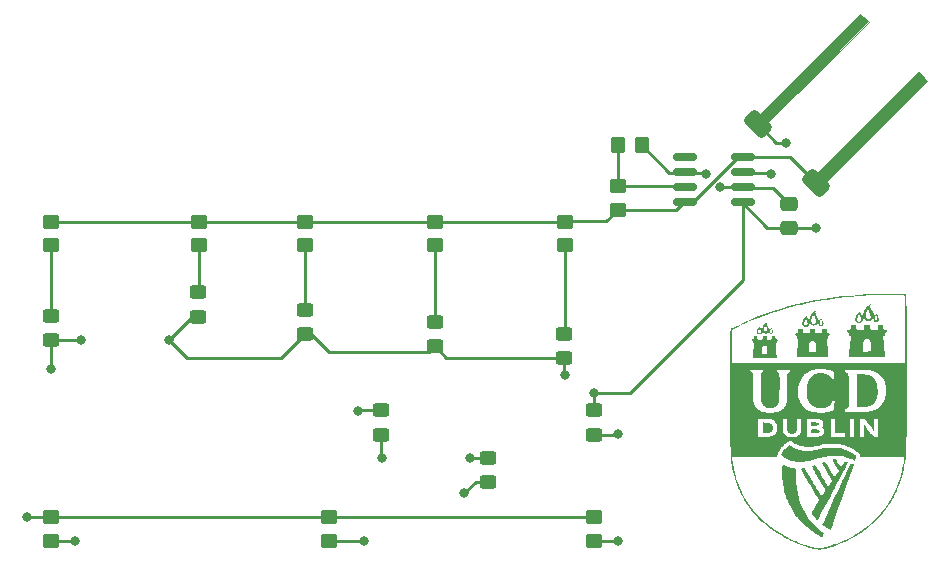
<source format=gbr>
%TF.GenerationSoftware,KiCad,Pcbnew,7.0.6-7.0.6~ubuntu22.04.1*%
%TF.CreationDate,2023-08-22T06:29:39+01:00*%
%TF.ProjectId,elecsoc_card,656c6563-736f-4635-9f63-6172642e6b69,rev?*%
%TF.SameCoordinates,Original*%
%TF.FileFunction,Copper,L1,Top*%
%TF.FilePolarity,Positive*%
%FSLAX46Y46*%
G04 Gerber Fmt 4.6, Leading zero omitted, Abs format (unit mm)*
G04 Created by KiCad (PCBNEW 7.0.6-7.0.6~ubuntu22.04.1) date 2023-08-22 06:29:39*
%MOMM*%
%LPD*%
G01*
G04 APERTURE LIST*
G04 Aperture macros list*
%AMRoundRect*
0 Rectangle with rounded corners*
0 $1 Rounding radius*
0 $2 $3 $4 $5 $6 $7 $8 $9 X,Y pos of 4 corners*
0 Add a 4 corners polygon primitive as box body*
4,1,4,$2,$3,$4,$5,$6,$7,$8,$9,$2,$3,0*
0 Add four circle primitives for the rounded corners*
1,1,$1+$1,$2,$3*
1,1,$1+$1,$4,$5*
1,1,$1+$1,$6,$7*
1,1,$1+$1,$8,$9*
0 Add four rect primitives between the rounded corners*
20,1,$1+$1,$2,$3,$4,$5,0*
20,1,$1+$1,$4,$5,$6,$7,0*
20,1,$1+$1,$6,$7,$8,$9,0*
20,1,$1+$1,$8,$9,$2,$3,0*%
G04 Aperture macros list end*
%TA.AperFunction,NonConductor*%
%ADD10C,0.000000*%
%TD*%
%TA.AperFunction,EtchedComponent*%
%ADD11C,0.100000*%
%TD*%
%TA.AperFunction,SMDPad,CuDef*%
%ADD12RoundRect,0.381000X-0.808223X0.269408X0.269408X-0.808223X0.808223X-0.269408X-0.269408X0.808223X0*%
%TD*%
%TA.AperFunction,SMDPad,CuDef*%
%ADD13RoundRect,0.250000X0.450000X-0.325000X0.450000X0.325000X-0.450000X0.325000X-0.450000X-0.325000X0*%
%TD*%
%TA.AperFunction,SMDPad,CuDef*%
%ADD14RoundRect,0.250000X-0.450000X0.350000X-0.450000X-0.350000X0.450000X-0.350000X0.450000X0.350000X0*%
%TD*%
%TA.AperFunction,SMDPad,CuDef*%
%ADD15RoundRect,0.250000X-0.450000X0.325000X-0.450000X-0.325000X0.450000X-0.325000X0.450000X0.325000X0*%
%TD*%
%TA.AperFunction,SMDPad,CuDef*%
%ADD16RoundRect,0.250000X0.450000X-0.350000X0.450000X0.350000X-0.450000X0.350000X-0.450000X-0.350000X0*%
%TD*%
%TA.AperFunction,SMDPad,CuDef*%
%ADD17RoundRect,0.250000X-0.350000X-0.450000X0.350000X-0.450000X0.350000X0.450000X-0.350000X0.450000X0*%
%TD*%
%TA.AperFunction,SMDPad,CuDef*%
%ADD18RoundRect,0.150000X0.825000X0.150000X-0.825000X0.150000X-0.825000X-0.150000X0.825000X-0.150000X0*%
%TD*%
%TA.AperFunction,SMDPad,CuDef*%
%ADD19RoundRect,0.250000X-0.475000X0.337500X-0.475000X-0.337500X0.475000X-0.337500X0.475000X0.337500X0*%
%TD*%
%TA.AperFunction,ViaPad*%
%ADD20C,0.800000*%
%TD*%
%TA.AperFunction,Conductor*%
%ADD21C,0.250000*%
%TD*%
G04 APERTURE END LIST*
D10*
%TA.AperFunction,NonConductor*%
G36*
X176663260Y-87056613D02*
G01*
X176690063Y-87057554D01*
X176716447Y-87059212D01*
X176742355Y-87061573D01*
X176767730Y-87064620D01*
X176792513Y-87068337D01*
X176816648Y-87072707D01*
X176840077Y-87077715D01*
X176862743Y-87083345D01*
X176884587Y-87089579D01*
X176905553Y-87096403D01*
X176925583Y-87103800D01*
X176944619Y-87111753D01*
X176962605Y-87120248D01*
X176979482Y-87129266D01*
X176995193Y-87138793D01*
X177009680Y-87148813D01*
X177022887Y-87159308D01*
X177034755Y-87170264D01*
X177045228Y-87181663D01*
X177054246Y-87193489D01*
X177061755Y-87205728D01*
X177067694Y-87218361D01*
X177072008Y-87231374D01*
X177074638Y-87244750D01*
X177075528Y-87258472D01*
X177074579Y-87278660D01*
X177071573Y-87296947D01*
X177066273Y-87313414D01*
X177058440Y-87328146D01*
X177053500Y-87334886D01*
X177047838Y-87341223D01*
X177041424Y-87347168D01*
X177034228Y-87352730D01*
X177017373Y-87362748D01*
X176997035Y-87371361D01*
X176972976Y-87378651D01*
X176944959Y-87384700D01*
X176912745Y-87389592D01*
X176876098Y-87393410D01*
X176834779Y-87396235D01*
X176788551Y-87398150D01*
X176737177Y-87399239D01*
X176680417Y-87399583D01*
X176369972Y-87399583D01*
X176369972Y-87244362D01*
X176370074Y-87218740D01*
X176370455Y-87195985D01*
X176371228Y-87175908D01*
X176372508Y-87158317D01*
X176373373Y-87150393D01*
X176374408Y-87143020D01*
X176375626Y-87136172D01*
X176377042Y-87129826D01*
X176378669Y-87123958D01*
X176380523Y-87118544D01*
X176382617Y-87113560D01*
X176384965Y-87108983D01*
X176387583Y-87104788D01*
X176390483Y-87100951D01*
X176393680Y-87097450D01*
X176397189Y-87094258D01*
X176401023Y-87091354D01*
X176405197Y-87088713D01*
X176409725Y-87086310D01*
X176414621Y-87084123D01*
X176419899Y-87082127D01*
X176425574Y-87080298D01*
X176431660Y-87078612D01*
X176438171Y-87077046D01*
X176452525Y-87074177D01*
X176468750Y-87071499D01*
X176496873Y-87066960D01*
X176524980Y-87063251D01*
X176553013Y-87060358D01*
X176580915Y-87058263D01*
X176608629Y-87056952D01*
X176636096Y-87056407D01*
X176663260Y-87056613D01*
G37*
%TD.AperFunction*%
%TA.AperFunction,NonConductor*%
G36*
X179739398Y-89952293D02*
G01*
X179742738Y-89952848D01*
X179746056Y-89953695D01*
X179751749Y-89956379D01*
X179758196Y-89959131D01*
X179773065Y-89964773D01*
X179790084Y-89970499D01*
X179808674Y-89976183D01*
X179828256Y-89981702D01*
X179848251Y-89986932D01*
X179868082Y-89991748D01*
X179887167Y-89996027D01*
X179891425Y-89997391D01*
X179895595Y-89998833D01*
X179899673Y-90000351D01*
X179903655Y-90001939D01*
X179907537Y-90003595D01*
X179911313Y-90005314D01*
X179914979Y-90007092D01*
X179918531Y-90008926D01*
X179921964Y-90010811D01*
X179925274Y-90012745D01*
X179928456Y-90014722D01*
X179931505Y-90016739D01*
X179934418Y-90018793D01*
X179937189Y-90020879D01*
X179939814Y-90022993D01*
X179942288Y-90025132D01*
X179944608Y-90027291D01*
X179946768Y-90029468D01*
X179948764Y-90031657D01*
X179950591Y-90033855D01*
X179952245Y-90036058D01*
X179953722Y-90038263D01*
X179955016Y-90040465D01*
X179956124Y-90042661D01*
X179957040Y-90044846D01*
X179957761Y-90047017D01*
X179958282Y-90049170D01*
X179958597Y-90051301D01*
X179958704Y-90053406D01*
X179958597Y-90055482D01*
X179958271Y-90057524D01*
X179957723Y-90059528D01*
X179488528Y-91421250D01*
X179347417Y-91836646D01*
X179216889Y-92215000D01*
X179029917Y-92749458D01*
X178758278Y-93537917D01*
X178236167Y-95044279D01*
X178197961Y-95152551D01*
X178160705Y-95253629D01*
X178125352Y-95345282D01*
X178092851Y-95425278D01*
X178077967Y-95460206D01*
X178064153Y-95491382D01*
X178051528Y-95518528D01*
X178040210Y-95541364D01*
X178030318Y-95559611D01*
X178021971Y-95572990D01*
X178018415Y-95577766D01*
X178015289Y-95581222D01*
X178012609Y-95583320D01*
X178010389Y-95584028D01*
X177996761Y-95581424D01*
X177976276Y-95573947D01*
X177949765Y-95562099D01*
X177918060Y-95546380D01*
X177842399Y-95505335D01*
X177755948Y-95454823D01*
X177665362Y-95398854D01*
X177577299Y-95341438D01*
X177498413Y-95286585D01*
X177464492Y-95261374D01*
X177435361Y-95238306D01*
X177315417Y-95139529D01*
X177421250Y-94913750D01*
X177601167Y-94508056D01*
X177687156Y-94320642D01*
X177735608Y-94215856D01*
X177781084Y-94120000D01*
X177827165Y-94022380D01*
X177877216Y-93913184D01*
X177968056Y-93714306D01*
X178158556Y-93289649D01*
X178241899Y-93106591D01*
X178327889Y-92920556D01*
X178533272Y-92474623D01*
X178615003Y-92294857D01*
X178682431Y-92144445D01*
X178735306Y-92023797D01*
X178773381Y-91933329D01*
X178796408Y-91873453D01*
X178802201Y-91855117D01*
X178804139Y-91844584D01*
X178804190Y-91842931D01*
X178804341Y-91841281D01*
X178804590Y-91839637D01*
X178804931Y-91838004D01*
X178805364Y-91836383D01*
X178805883Y-91834778D01*
X178806487Y-91833193D01*
X178807171Y-91831630D01*
X178807932Y-91830093D01*
X178808768Y-91828585D01*
X178809675Y-91827110D01*
X178810650Y-91825670D01*
X178811690Y-91824269D01*
X178812791Y-91822909D01*
X178813950Y-91821595D01*
X178815163Y-91820330D01*
X178816429Y-91819116D01*
X178817743Y-91817957D01*
X178819102Y-91816856D01*
X178820503Y-91815817D01*
X178821943Y-91814842D01*
X178823419Y-91813935D01*
X178824926Y-91813099D01*
X178826463Y-91812337D01*
X178828026Y-91811653D01*
X178829611Y-91811050D01*
X178831216Y-91810530D01*
X178832837Y-91810098D01*
X178834470Y-91809756D01*
X178836114Y-91809508D01*
X178837764Y-91809357D01*
X178839417Y-91809305D01*
X178841380Y-91809234D01*
X178843301Y-91809020D01*
X178845178Y-91808669D01*
X178847010Y-91808182D01*
X178848795Y-91807564D01*
X178850532Y-91806817D01*
X178852221Y-91805945D01*
X178853859Y-91804951D01*
X178855445Y-91803838D01*
X178856978Y-91802609D01*
X178858457Y-91801268D01*
X178859881Y-91799818D01*
X178862556Y-91796602D01*
X178864993Y-91792989D01*
X178867182Y-91789004D01*
X178869113Y-91784673D01*
X178870775Y-91780021D01*
X178872159Y-91775075D01*
X178873252Y-91769860D01*
X178874046Y-91764402D01*
X178874530Y-91758728D01*
X178874694Y-91752862D01*
X178874978Y-91746508D01*
X178875810Y-91739405D01*
X178877159Y-91731630D01*
X178878994Y-91723261D01*
X178881283Y-91714375D01*
X178883996Y-91705050D01*
X178887102Y-91695363D01*
X178890570Y-91685392D01*
X178894368Y-91675214D01*
X178898466Y-91664907D01*
X178907437Y-91644216D01*
X178912248Y-91633987D01*
X178917235Y-91623938D01*
X178922366Y-91614148D01*
X178927611Y-91604694D01*
X178959637Y-91539651D01*
X179009191Y-91433598D01*
X179135750Y-91156667D01*
X179206195Y-90997421D01*
X179283917Y-90824615D01*
X179421500Y-90521667D01*
X179478716Y-90400288D01*
X179535271Y-90278249D01*
X179622584Y-90087751D01*
X179631722Y-90068688D01*
X179640622Y-90051171D01*
X179649295Y-90035172D01*
X179657751Y-90020668D01*
X179661901Y-90013967D01*
X179666001Y-90007630D01*
X179670051Y-90001654D01*
X179674053Y-89996035D01*
X179678010Y-89990770D01*
X179681920Y-89985855D01*
X179685787Y-89981288D01*
X179689611Y-89977066D01*
X179693394Y-89973184D01*
X179697137Y-89969641D01*
X179700841Y-89966432D01*
X179704508Y-89963554D01*
X179708139Y-89961005D01*
X179711734Y-89958780D01*
X179715296Y-89956877D01*
X179718826Y-89955293D01*
X179722324Y-89954023D01*
X179725793Y-89953066D01*
X179729234Y-89952418D01*
X179732647Y-89952075D01*
X179736035Y-89952035D01*
X179739398Y-89952293D01*
G37*
%TD.AperFunction*%
%TA.AperFunction,NonConductor*%
G36*
X176767456Y-76995377D02*
G01*
X176770267Y-76995988D01*
X176772626Y-76997119D01*
X176774523Y-76998770D01*
X176775951Y-77000943D01*
X176776899Y-77003640D01*
X176777358Y-77006861D01*
X176777321Y-77010607D01*
X176776776Y-77014881D01*
X176775717Y-77019683D01*
X176774133Y-77025015D01*
X176772015Y-77030878D01*
X176769355Y-77037273D01*
X176766143Y-77044202D01*
X176762370Y-77051666D01*
X176758028Y-77059665D01*
X176747158Y-77082055D01*
X176738377Y-77104342D01*
X176731704Y-77126669D01*
X176727160Y-77149183D01*
X176724765Y-77172028D01*
X176724541Y-77195347D01*
X176726508Y-77219287D01*
X176730687Y-77243992D01*
X176737099Y-77269607D01*
X176745763Y-77296275D01*
X176756701Y-77324143D01*
X176769934Y-77353354D01*
X176785482Y-77384053D01*
X176803365Y-77416385D01*
X176823605Y-77450495D01*
X176846222Y-77486528D01*
X176870772Y-77526381D01*
X176893792Y-77565903D01*
X176914745Y-77604102D01*
X176924279Y-77622396D01*
X176933094Y-77639986D01*
X176941123Y-77656750D01*
X176948300Y-77672563D01*
X176954558Y-77687301D01*
X176959828Y-77700841D01*
X176964044Y-77713057D01*
X176967138Y-77723826D01*
X176969044Y-77733025D01*
X176969695Y-77740528D01*
X176969891Y-77749830D01*
X176970477Y-77758552D01*
X176971450Y-77766694D01*
X176972809Y-77774255D01*
X176974550Y-77781235D01*
X176976671Y-77787633D01*
X176979169Y-77793449D01*
X176982042Y-77798681D01*
X176985287Y-77803329D01*
X176988901Y-77807393D01*
X176992882Y-77810871D01*
X176997228Y-77813763D01*
X177001935Y-77816069D01*
X177007002Y-77817788D01*
X177012425Y-77818919D01*
X177018202Y-77819462D01*
X177024330Y-77819415D01*
X177030807Y-77818779D01*
X177037631Y-77817552D01*
X177044798Y-77815734D01*
X177052306Y-77813324D01*
X177060153Y-77810322D01*
X177068335Y-77806728D01*
X177076851Y-77802539D01*
X177094872Y-77792378D01*
X177114196Y-77779836D01*
X177134801Y-77764905D01*
X177156667Y-77747582D01*
X177269556Y-77652334D01*
X177287194Y-77754638D01*
X177289501Y-77765781D01*
X177292417Y-77777962D01*
X177299872Y-77804965D01*
X177309147Y-77834696D01*
X177319826Y-77866205D01*
X177331499Y-77898541D01*
X177343749Y-77930752D01*
X177356165Y-77961889D01*
X177368333Y-77991000D01*
X177380569Y-78018597D01*
X177390809Y-78044598D01*
X177395178Y-78057044D01*
X177399045Y-78069142D01*
X177402408Y-78080911D01*
X177405265Y-78092368D01*
X177407616Y-78103530D01*
X177409459Y-78114416D01*
X177410794Y-78125041D01*
X177411618Y-78135425D01*
X177411930Y-78145583D01*
X177411730Y-78155535D01*
X177411015Y-78165296D01*
X177409785Y-78174885D01*
X177408038Y-78184319D01*
X177405773Y-78193615D01*
X177402989Y-78202791D01*
X177399684Y-78211864D01*
X177395857Y-78220853D01*
X177391507Y-78229773D01*
X177386632Y-78238643D01*
X177381232Y-78247480D01*
X177375305Y-78256301D01*
X177368849Y-78265125D01*
X177361863Y-78273967D01*
X177354346Y-78282847D01*
X177337715Y-78300787D01*
X177318945Y-78319082D01*
X177310174Y-78326308D01*
X177301080Y-78332778D01*
X177291689Y-78338499D01*
X177282027Y-78343481D01*
X177272123Y-78347731D01*
X177262002Y-78351259D01*
X177251694Y-78354072D01*
X177241223Y-78356179D01*
X177230619Y-78357589D01*
X177219907Y-78358309D01*
X177209115Y-78358349D01*
X177198270Y-78357716D01*
X177187399Y-78356419D01*
X177176530Y-78354466D01*
X177165689Y-78351867D01*
X177154903Y-78348628D01*
X177144200Y-78344759D01*
X177133607Y-78340268D01*
X177123151Y-78335163D01*
X177112859Y-78329453D01*
X177102758Y-78323146D01*
X177092876Y-78316250D01*
X177083239Y-78308775D01*
X177073874Y-78300728D01*
X177064810Y-78292117D01*
X177056072Y-78282952D01*
X177047688Y-78273240D01*
X177039685Y-78262991D01*
X177032091Y-78252211D01*
X177024931Y-78240910D01*
X177018235Y-78229096D01*
X177012028Y-78216778D01*
X177007878Y-78208946D01*
X177003388Y-78201336D01*
X176998587Y-78193963D01*
X176993507Y-78186840D01*
X176988179Y-78179984D01*
X176982634Y-78173408D01*
X176976903Y-78167129D01*
X176971017Y-78161160D01*
X176965007Y-78155517D01*
X176958904Y-78150214D01*
X176952739Y-78145266D01*
X176946543Y-78140689D01*
X176940347Y-78136497D01*
X176934182Y-78132704D01*
X176928079Y-78129326D01*
X176922070Y-78126378D01*
X176916184Y-78123874D01*
X176910453Y-78121829D01*
X176904908Y-78120259D01*
X176899580Y-78119177D01*
X176894500Y-78118600D01*
X176889699Y-78118541D01*
X176885209Y-78119016D01*
X176881059Y-78120039D01*
X176877282Y-78121625D01*
X176873907Y-78123790D01*
X176870967Y-78126547D01*
X176868491Y-78129913D01*
X176866512Y-78133901D01*
X176865060Y-78138526D01*
X176864166Y-78143804D01*
X176863861Y-78149750D01*
X176863728Y-78151154D01*
X176863331Y-78152717D01*
X176861773Y-78156289D01*
X176859234Y-78160408D01*
X176855758Y-78165018D01*
X176851394Y-78170063D01*
X176846188Y-78175485D01*
X176840186Y-78181227D01*
X176833434Y-78187232D01*
X176825980Y-78193445D01*
X176817869Y-78199807D01*
X176809149Y-78206262D01*
X176799865Y-78212753D01*
X176790065Y-78219224D01*
X176779794Y-78225617D01*
X176769099Y-78231876D01*
X176758028Y-78237944D01*
X176745309Y-78245221D01*
X176732303Y-78251842D01*
X176719034Y-78257811D01*
X176705525Y-78263135D01*
X176691798Y-78267817D01*
X176677878Y-78271864D01*
X176663787Y-78275281D01*
X176649549Y-78278072D01*
X176635187Y-78280244D01*
X176620724Y-78281800D01*
X176606183Y-78282747D01*
X176591588Y-78283089D01*
X176562329Y-78281979D01*
X176533132Y-78278514D01*
X176504183Y-78272733D01*
X176475668Y-78264678D01*
X176447773Y-78254391D01*
X176420684Y-78241913D01*
X176394588Y-78227285D01*
X176381970Y-78219177D01*
X176369669Y-78210548D01*
X176357710Y-78201402D01*
X176346115Y-78191745D01*
X176334908Y-78181581D01*
X176324111Y-78170915D01*
X176305898Y-78151736D01*
X176289529Y-78135218D01*
X176274866Y-78121376D01*
X176268130Y-78115464D01*
X176261769Y-78110227D01*
X176255764Y-78105667D01*
X176250098Y-78101786D01*
X176244753Y-78098585D01*
X176239713Y-78096068D01*
X176234960Y-78094235D01*
X176230476Y-78093089D01*
X176226244Y-78092631D01*
X176222247Y-78092864D01*
X176218466Y-78093789D01*
X176214885Y-78095409D01*
X176211487Y-78097725D01*
X176208253Y-78100739D01*
X176205166Y-78104454D01*
X176202209Y-78108871D01*
X176199365Y-78113992D01*
X176196615Y-78119818D01*
X176193943Y-78126353D01*
X176191331Y-78133598D01*
X176186218Y-78150225D01*
X176181135Y-78169715D01*
X176175945Y-78192083D01*
X176173294Y-78202414D01*
X176169991Y-78212879D01*
X176166069Y-78223449D01*
X176161558Y-78234093D01*
X176156488Y-78244781D01*
X176150892Y-78255482D01*
X176138241Y-78276805D01*
X176123855Y-78297817D01*
X176107979Y-78318277D01*
X176090864Y-78337941D01*
X176072757Y-78356566D01*
X176053905Y-78373909D01*
X176034558Y-78389728D01*
X176014962Y-78403780D01*
X175995366Y-78415822D01*
X175985646Y-78421013D01*
X175976019Y-78425610D01*
X175966515Y-78429583D01*
X175957167Y-78432902D01*
X175948005Y-78435537D01*
X175939060Y-78437456D01*
X175930363Y-78438630D01*
X175921944Y-78439028D01*
X175910652Y-78438710D01*
X175899277Y-78437768D01*
X175887841Y-78436217D01*
X175876366Y-78434074D01*
X175864873Y-78431354D01*
X175853383Y-78428075D01*
X175841918Y-78424252D01*
X175830498Y-78419900D01*
X175819146Y-78415038D01*
X175807882Y-78409680D01*
X175785705Y-78397542D01*
X175764138Y-78383616D01*
X175743351Y-78368031D01*
X175723515Y-78350916D01*
X175704800Y-78332402D01*
X175687378Y-78312616D01*
X175671417Y-78291688D01*
X175664039Y-78280836D01*
X175657090Y-78269747D01*
X175650592Y-78258437D01*
X175644566Y-78246922D01*
X175639034Y-78235219D01*
X175634017Y-78223343D01*
X175629535Y-78211311D01*
X175625612Y-78199139D01*
X175616432Y-78163959D01*
X175610053Y-78128542D01*
X175606465Y-78092897D01*
X175606257Y-78083649D01*
X175751512Y-78083649D01*
X175751519Y-78088592D01*
X175752198Y-78098673D01*
X175753745Y-78109116D01*
X175756139Y-78120039D01*
X175759360Y-78131562D01*
X175763387Y-78143803D01*
X175768200Y-78156881D01*
X175773778Y-78170915D01*
X175778485Y-78180085D01*
X175783321Y-78189037D01*
X175788250Y-78197720D01*
X175793236Y-78206083D01*
X175798242Y-78214075D01*
X175803233Y-78221642D01*
X175808173Y-78228734D01*
X175813024Y-78235298D01*
X175817752Y-78241284D01*
X175822319Y-78246640D01*
X175826690Y-78251313D01*
X175828791Y-78253378D01*
X175830829Y-78255253D01*
X175832800Y-78256931D01*
X175834699Y-78258407D01*
X175836521Y-78259673D01*
X175838263Y-78260723D01*
X175839920Y-78261552D01*
X175841487Y-78262151D01*
X175842960Y-78262516D01*
X175844334Y-78262639D01*
X175847221Y-78262760D01*
X175850562Y-78263114D01*
X175854317Y-78263685D01*
X175858445Y-78264458D01*
X175867650Y-78266545D01*
X175877847Y-78269253D01*
X175888706Y-78272457D01*
X175899896Y-78276033D01*
X175911086Y-78279857D01*
X175921944Y-78283805D01*
X175933631Y-78287386D01*
X175944868Y-78288932D01*
X175955640Y-78288536D01*
X175965932Y-78286292D01*
X175975727Y-78282294D01*
X175985011Y-78276635D01*
X175993767Y-78269409D01*
X176001981Y-78260709D01*
X176009637Y-78250630D01*
X176016719Y-78239264D01*
X176023213Y-78226706D01*
X176029101Y-78213050D01*
X176039002Y-78182815D01*
X176046299Y-78149308D01*
X176050867Y-78113280D01*
X176052583Y-78075480D01*
X176051322Y-78036656D01*
X176046961Y-77997559D01*
X176039374Y-77958936D01*
X176028440Y-77921539D01*
X176021678Y-77903534D01*
X176014032Y-77886115D01*
X176008440Y-77875161D01*
X176374506Y-77875161D01*
X176377119Y-77919530D01*
X176380035Y-77940037D01*
X176384084Y-77959249D01*
X176389161Y-77977385D01*
X176395099Y-77994741D01*
X176401852Y-78011303D01*
X176409371Y-78027056D01*
X176417608Y-78041984D01*
X176426515Y-78056073D01*
X176436045Y-78069308D01*
X176446150Y-78081674D01*
X176456783Y-78093157D01*
X176467894Y-78103741D01*
X176479437Y-78113412D01*
X176491364Y-78122154D01*
X176503627Y-78129954D01*
X176516177Y-78136795D01*
X176528968Y-78142664D01*
X176541952Y-78147544D01*
X176555080Y-78151423D01*
X176568305Y-78154284D01*
X176581579Y-78156113D01*
X176594855Y-78156894D01*
X176608084Y-78156614D01*
X176621218Y-78155257D01*
X176634211Y-78152808D01*
X176647013Y-78149253D01*
X176659578Y-78144577D01*
X176671858Y-78138764D01*
X176683804Y-78131800D01*
X176695369Y-78123670D01*
X176706505Y-78114359D01*
X176717164Y-78103853D01*
X176727299Y-78092136D01*
X176736861Y-78079194D01*
X176749264Y-78060704D01*
X176760013Y-78042235D01*
X176769108Y-78023725D01*
X176772318Y-78015694D01*
X177110806Y-78015694D01*
X177111879Y-78048289D01*
X177114430Y-78080007D01*
X177118449Y-78109967D01*
X177123925Y-78137292D01*
X177130848Y-78161103D01*
X177134848Y-78171416D01*
X177139207Y-78180521D01*
X177143922Y-78188309D01*
X177148993Y-78194668D01*
X177154417Y-78199491D01*
X177160194Y-78202666D01*
X177166528Y-78205015D01*
X177172951Y-78206776D01*
X177179450Y-78207964D01*
X177186012Y-78208592D01*
X177192623Y-78208671D01*
X177199270Y-78208216D01*
X177205938Y-78207239D01*
X177212615Y-78205753D01*
X177219287Y-78203771D01*
X177225940Y-78201305D01*
X177232561Y-78198370D01*
X177239135Y-78194977D01*
X177245651Y-78191139D01*
X177252093Y-78186871D01*
X177258449Y-78182183D01*
X177264705Y-78177090D01*
X177270847Y-78171604D01*
X177276862Y-78165738D01*
X177288455Y-78152919D01*
X177299377Y-78138736D01*
X177309519Y-78123292D01*
X177318771Y-78106690D01*
X177327026Y-78089034D01*
X177334176Y-78070427D01*
X177337302Y-78060799D01*
X177340111Y-78050972D01*
X177342550Y-78040265D01*
X177344576Y-78030632D01*
X177346188Y-78022075D01*
X177347387Y-78014592D01*
X177347832Y-78011253D01*
X177348173Y-78008184D01*
X177348411Y-78005383D01*
X177348545Y-78002851D01*
X177348576Y-78000587D01*
X177348504Y-77998592D01*
X177348328Y-77996866D01*
X177348049Y-77995409D01*
X177347666Y-77994220D01*
X177347181Y-77993301D01*
X177346899Y-77992941D01*
X177346591Y-77992649D01*
X177346258Y-77992425D01*
X177345899Y-77992267D01*
X177345514Y-77992177D01*
X177345103Y-77992153D01*
X177344204Y-77992308D01*
X177343201Y-77992732D01*
X177342095Y-77993425D01*
X177340886Y-77994386D01*
X177339573Y-77995616D01*
X177338157Y-77997114D01*
X177336638Y-77998882D01*
X177335015Y-78000918D01*
X177333289Y-78003223D01*
X177331460Y-78005796D01*
X177329527Y-78008638D01*
X177325057Y-78015418D01*
X177320880Y-78021206D01*
X177318891Y-78023728D01*
X177316962Y-78026001D01*
X177315089Y-78028027D01*
X177313267Y-78029805D01*
X177311491Y-78031334D01*
X177309757Y-78032616D01*
X177308061Y-78033649D01*
X177306397Y-78034435D01*
X177304762Y-78034972D01*
X177303151Y-78035262D01*
X177301559Y-78035303D01*
X177299983Y-78035097D01*
X177298416Y-78034642D01*
X177296855Y-78033939D01*
X177295296Y-78032988D01*
X177293733Y-78031789D01*
X177292163Y-78030342D01*
X177290580Y-78028648D01*
X177288981Y-78026705D01*
X177287360Y-78024513D01*
X177285713Y-78022074D01*
X177284036Y-78019387D01*
X177280573Y-78013269D01*
X177276934Y-78006158D01*
X177273084Y-77998055D01*
X177271184Y-77992026D01*
X177269459Y-77985873D01*
X177267921Y-77979638D01*
X177266579Y-77973361D01*
X177265444Y-77967084D01*
X177264526Y-77960848D01*
X177263835Y-77954695D01*
X177263382Y-77948666D01*
X177263177Y-77942803D01*
X177263230Y-77937146D01*
X177263553Y-77931737D01*
X177264154Y-77926618D01*
X177265044Y-77921829D01*
X177266235Y-77917413D01*
X177267735Y-77913409D01*
X177268605Y-77911576D01*
X177269556Y-77909861D01*
X177271555Y-77906164D01*
X177272939Y-77902361D01*
X177273734Y-77898470D01*
X177273965Y-77894509D01*
X177273660Y-77890497D01*
X177272842Y-77886451D01*
X177271539Y-77882390D01*
X177269776Y-77878331D01*
X177267579Y-77874293D01*
X177264974Y-77870294D01*
X177261986Y-77866351D01*
X177258641Y-77862484D01*
X177254966Y-77858709D01*
X177250986Y-77855046D01*
X177242215Y-77848125D01*
X177232535Y-77841865D01*
X177222151Y-77836412D01*
X177211271Y-77831909D01*
X177205710Y-77830059D01*
X177200102Y-77828502D01*
X177194474Y-77827254D01*
X177188851Y-77826335D01*
X177183258Y-77825762D01*
X177177723Y-77825553D01*
X177172270Y-77825727D01*
X177166926Y-77826301D01*
X177161716Y-77827293D01*
X177156667Y-77828723D01*
X177150910Y-77831898D01*
X177145544Y-77836720D01*
X177140569Y-77843080D01*
X177135982Y-77850867D01*
X177131783Y-77859972D01*
X177127971Y-77870285D01*
X177121499Y-77894096D01*
X177116557Y-77921420D01*
X177113134Y-77951381D01*
X177111221Y-77983098D01*
X177110806Y-78015694D01*
X176772318Y-78015694D01*
X176776549Y-78005111D01*
X176782337Y-77986332D01*
X176786471Y-77967325D01*
X176788952Y-77948029D01*
X176789778Y-77928382D01*
X176788952Y-77908321D01*
X176786471Y-77887785D01*
X176782337Y-77866711D01*
X176776549Y-77845038D01*
X176769108Y-77822703D01*
X176760013Y-77799645D01*
X176749264Y-77775802D01*
X176736861Y-77751111D01*
X176730874Y-77739308D01*
X176724845Y-77726472D01*
X176712828Y-77698194D01*
X176701142Y-77667271D01*
X176690118Y-77634694D01*
X176680086Y-77601456D01*
X176671377Y-77568548D01*
X176664321Y-77536963D01*
X176661517Y-77521977D01*
X176659250Y-77507694D01*
X176656404Y-77493277D01*
X176653187Y-77479182D01*
X176649638Y-77465479D01*
X176645801Y-77452241D01*
X176641715Y-77439541D01*
X176637422Y-77427450D01*
X176632964Y-77416042D01*
X176628382Y-77405388D01*
X176623718Y-77395561D01*
X176619012Y-77386633D01*
X176614306Y-77378677D01*
X176609641Y-77371764D01*
X176607337Y-77368722D01*
X176605059Y-77365968D01*
X176602812Y-77363511D01*
X176600601Y-77361360D01*
X176598431Y-77359525D01*
X176596308Y-77358013D01*
X176594237Y-77356835D01*
X176592223Y-77356000D01*
X176582174Y-77354066D01*
X176571902Y-77354790D01*
X176561451Y-77358042D01*
X176550868Y-77363689D01*
X176540196Y-77371599D01*
X176529482Y-77381641D01*
X176508107Y-77407593D01*
X176487104Y-77440491D01*
X176466835Y-77479279D01*
X176447661Y-77522904D01*
X176429945Y-77570312D01*
X176414047Y-77620448D01*
X176400331Y-77672259D01*
X176389157Y-77724690D01*
X176380887Y-77776687D01*
X176375883Y-77827195D01*
X176374506Y-77875161D01*
X176008440Y-77875161D01*
X176005488Y-77869378D01*
X175996028Y-77853415D01*
X175989375Y-77844104D01*
X175982658Y-77835351D01*
X175975894Y-77827160D01*
X175969101Y-77819530D01*
X175962298Y-77812463D01*
X175955503Y-77805961D01*
X175948734Y-77800025D01*
X175942009Y-77794656D01*
X175935346Y-77789856D01*
X175928763Y-77785625D01*
X175922278Y-77781966D01*
X175915909Y-77778878D01*
X175909675Y-77776364D01*
X175903593Y-77774425D01*
X175897681Y-77773063D01*
X175891959Y-77772277D01*
X175886443Y-77772071D01*
X175881151Y-77772445D01*
X175876103Y-77773400D01*
X175871316Y-77774937D01*
X175866807Y-77777059D01*
X175862596Y-77779765D01*
X175858700Y-77783059D01*
X175855137Y-77786940D01*
X175851926Y-77791410D01*
X175849084Y-77796471D01*
X175846630Y-77802123D01*
X175844582Y-77808368D01*
X175842957Y-77815208D01*
X175841774Y-77822643D01*
X175841051Y-77830675D01*
X175840806Y-77839306D01*
X175840522Y-77847521D01*
X175839690Y-77856249D01*
X175838341Y-77865420D01*
X175836506Y-77874969D01*
X175834217Y-77884828D01*
X175831504Y-77894930D01*
X175828398Y-77905207D01*
X175824931Y-77915593D01*
X175821132Y-77926021D01*
X175817034Y-77936422D01*
X175812668Y-77946731D01*
X175808063Y-77956879D01*
X175803252Y-77966800D01*
X175798265Y-77976426D01*
X175793134Y-77985691D01*
X175787889Y-77994527D01*
X175779824Y-78006701D01*
X175772813Y-78018167D01*
X175766836Y-78029044D01*
X175761871Y-78039451D01*
X175757899Y-78049507D01*
X175754899Y-78059330D01*
X175753756Y-78064191D01*
X175752849Y-78069039D01*
X175752174Y-78073888D01*
X175751729Y-78078753D01*
X175751512Y-78083649D01*
X175606257Y-78083649D01*
X175605657Y-78057035D01*
X175607619Y-78020967D01*
X175612341Y-77984702D01*
X175619811Y-77948251D01*
X175630021Y-77911624D01*
X175642959Y-77874832D01*
X175658615Y-77837885D01*
X175676979Y-77800794D01*
X175698041Y-77763568D01*
X175721790Y-77726218D01*
X175748215Y-77688754D01*
X175777307Y-77651187D01*
X175809056Y-77613527D01*
X175837554Y-77582227D01*
X175863578Y-77554457D01*
X175887214Y-77530191D01*
X175898164Y-77519364D01*
X175908550Y-77509402D01*
X175918383Y-77500304D01*
X175927675Y-77492066D01*
X175936435Y-77484684D01*
X175944675Y-77478155D01*
X175952407Y-77472477D01*
X175959640Y-77467645D01*
X175966386Y-77463657D01*
X175972656Y-77460510D01*
X175978461Y-77458199D01*
X175983812Y-77456723D01*
X175988720Y-77456077D01*
X175993196Y-77456258D01*
X175995275Y-77456658D01*
X175997250Y-77457264D01*
X175999123Y-77458075D01*
X176000895Y-77459091D01*
X176002567Y-77460311D01*
X176004140Y-77461736D01*
X176006997Y-77465195D01*
X176009477Y-77469466D01*
X176011590Y-77474544D01*
X176013348Y-77480428D01*
X176014762Y-77487113D01*
X176015843Y-77494597D01*
X176016601Y-77502875D01*
X176017048Y-77511946D01*
X176017194Y-77521806D01*
X176017489Y-77531946D01*
X176018355Y-77542491D01*
X176019764Y-77553388D01*
X176021687Y-77564587D01*
X176024095Y-77576036D01*
X176026961Y-77587685D01*
X176033951Y-77611378D01*
X176042430Y-77635257D01*
X176052169Y-77658914D01*
X176062942Y-77681940D01*
X176074521Y-77703927D01*
X176086679Y-77724468D01*
X176099188Y-77743153D01*
X176105503Y-77751673D01*
X176111821Y-77759575D01*
X176118113Y-77766810D01*
X176124351Y-77773325D01*
X176130506Y-77779071D01*
X176136550Y-77783996D01*
X176142454Y-77788048D01*
X176148191Y-77791178D01*
X176153731Y-77793333D01*
X176159046Y-77794464D01*
X176164108Y-77794518D01*
X176168889Y-77793445D01*
X176173016Y-77791349D01*
X176177433Y-77787760D01*
X176182098Y-77782755D01*
X176186969Y-77776412D01*
X176192006Y-77768808D01*
X176197166Y-77760020D01*
X176202410Y-77750126D01*
X176207695Y-77739204D01*
X176212979Y-77727331D01*
X176218223Y-77714585D01*
X176223383Y-77701043D01*
X176228420Y-77686783D01*
X176233291Y-77671882D01*
X176237956Y-77656418D01*
X176242373Y-77640468D01*
X176246500Y-77624110D01*
X176259442Y-77579070D01*
X176274302Y-77534165D01*
X176290846Y-77489777D01*
X176308842Y-77446288D01*
X176328058Y-77404081D01*
X176348261Y-77363537D01*
X176369219Y-77325040D01*
X176390698Y-77288972D01*
X176412467Y-77255715D01*
X176434292Y-77225651D01*
X176445153Y-77211936D01*
X176455942Y-77199164D01*
X176466628Y-77187380D01*
X176477184Y-77176634D01*
X176487579Y-77166974D01*
X176497784Y-77158446D01*
X176507772Y-77151099D01*
X176517512Y-77144981D01*
X176526975Y-77140139D01*
X176536133Y-77136621D01*
X176544957Y-77134476D01*
X176553417Y-77133750D01*
X176557047Y-77133384D01*
X176561292Y-77132310D01*
X176566106Y-77130564D01*
X176571441Y-77128183D01*
X176577252Y-77125202D01*
X176583492Y-77121657D01*
X176590115Y-77117586D01*
X176597073Y-77113024D01*
X176604321Y-77108007D01*
X176611811Y-77102571D01*
X176619498Y-77096754D01*
X176627335Y-77090589D01*
X176643272Y-77077367D01*
X176659250Y-77063194D01*
X176668364Y-77055174D01*
X176677180Y-77047652D01*
X176685688Y-77040628D01*
X176693880Y-77034104D01*
X176701746Y-77028081D01*
X176709278Y-77022561D01*
X176716466Y-77017545D01*
X176723301Y-77013034D01*
X176729775Y-77009029D01*
X176735878Y-77005532D01*
X176741601Y-77002544D01*
X176746935Y-77000066D01*
X176751871Y-76998100D01*
X176756400Y-76996647D01*
X176760513Y-76995708D01*
X176764202Y-76995284D01*
X176767456Y-76995377D01*
G37*
%TD.AperFunction*%
%TA.AperFunction,NonConductor*%
G36*
X183274661Y-75596741D02*
G01*
X183721421Y-75606222D01*
X184175457Y-75620994D01*
X184333166Y-75628298D01*
X184406250Y-75634444D01*
X184437614Y-77601181D01*
X184450788Y-81975625D01*
X184443457Y-86508819D01*
X184413306Y-88951806D01*
X184388687Y-89257923D01*
X184354601Y-89564536D01*
X184311172Y-89870819D01*
X184258524Y-90175944D01*
X184196781Y-90479085D01*
X184126068Y-90779415D01*
X184046507Y-91076107D01*
X183958223Y-91368334D01*
X183915228Y-91495809D01*
X183858342Y-91650611D01*
X183792527Y-91820708D01*
X183722743Y-91994072D01*
X183653952Y-92158672D01*
X183591113Y-92302477D01*
X183539189Y-92413458D01*
X183518869Y-92452879D01*
X183503139Y-92479583D01*
X183491440Y-92498352D01*
X183480319Y-92517286D01*
X183470025Y-92535890D01*
X183460806Y-92553667D01*
X183456677Y-92562090D01*
X183452910Y-92570120D01*
X183449535Y-92577696D01*
X183446585Y-92584755D01*
X183444089Y-92591235D01*
X183442079Y-92597075D01*
X183440585Y-92602211D01*
X183439639Y-92606583D01*
X183432659Y-92629519D01*
X183417529Y-92664392D01*
X183365942Y-92764782D01*
X183291121Y-92897418D01*
X183199309Y-93051965D01*
X183096749Y-93218088D01*
X182989682Y-93385451D01*
X182884351Y-93543718D01*
X182787000Y-93682555D01*
X182668168Y-93843560D01*
X182543445Y-94003542D01*
X182413224Y-94162139D01*
X182277898Y-94318989D01*
X182137858Y-94473731D01*
X181993498Y-94626002D01*
X181845211Y-94775442D01*
X181693389Y-94921688D01*
X181538425Y-95064378D01*
X181380712Y-95203152D01*
X181220643Y-95337647D01*
X181058610Y-95467501D01*
X180895006Y-95592353D01*
X180730223Y-95711841D01*
X180564655Y-95825604D01*
X180398695Y-95933278D01*
X180258410Y-96020874D01*
X180131686Y-96098258D01*
X180019183Y-96165141D01*
X179921563Y-96221234D01*
X179839487Y-96266247D01*
X179804484Y-96284509D01*
X179773616Y-96299892D01*
X179746965Y-96312360D01*
X179724614Y-96321878D01*
X179706644Y-96328409D01*
X179693140Y-96331917D01*
X179687152Y-96333320D01*
X179681123Y-96334873D01*
X179675094Y-96336560D01*
X179669106Y-96338367D01*
X179663202Y-96340276D01*
X179657421Y-96342273D01*
X179651805Y-96344343D01*
X179646396Y-96346469D01*
X179641236Y-96348637D01*
X179636364Y-96350830D01*
X179631824Y-96353034D01*
X179627655Y-96355233D01*
X179623900Y-96357411D01*
X179620599Y-96359553D01*
X179617795Y-96361643D01*
X179615528Y-96363666D01*
X179587782Y-96385688D01*
X179533459Y-96417637D01*
X179359819Y-96505053D01*
X179124085Y-96613388D01*
X178855733Y-96730115D01*
X178584239Y-96842708D01*
X178339079Y-96938640D01*
X178149729Y-97005385D01*
X178085195Y-97023898D01*
X178045667Y-97030417D01*
X178041174Y-97030662D01*
X178035690Y-97031382D01*
X178029296Y-97032557D01*
X178022075Y-97034166D01*
X178005483Y-97038603D01*
X177986577Y-97044528D01*
X177966016Y-97051777D01*
X177944464Y-97060183D01*
X177922581Y-97069581D01*
X177901029Y-97079807D01*
X177865117Y-97095778D01*
X177822756Y-97111832D01*
X177774772Y-97127803D01*
X177721993Y-97143527D01*
X177605356Y-97173568D01*
X177479458Y-97200632D01*
X177350915Y-97223397D01*
X177226340Y-97240540D01*
X177167608Y-97246589D01*
X177112349Y-97250737D01*
X177061389Y-97252818D01*
X177015556Y-97252666D01*
X176968863Y-97249981D01*
X176915531Y-97244743D01*
X176856689Y-97237210D01*
X176793471Y-97227641D01*
X176658430Y-97203429D01*
X176519462Y-97174174D01*
X176385620Y-97141941D01*
X176265958Y-97108800D01*
X176214274Y-97092533D01*
X176169530Y-97076815D01*
X176132857Y-97061903D01*
X176105389Y-97048055D01*
X176097631Y-97043389D01*
X176088969Y-97038671D01*
X176079491Y-97033932D01*
X176069284Y-97029204D01*
X176047036Y-97019902D01*
X176022927Y-97011014D01*
X175997661Y-97002787D01*
X175971940Y-96995470D01*
X175946467Y-96989310D01*
X175934043Y-96986742D01*
X175921944Y-96984556D01*
X175855055Y-96967110D01*
X175755918Y-96935607D01*
X175633962Y-96893522D01*
X175498611Y-96844326D01*
X175359291Y-96791492D01*
X175225429Y-96738493D01*
X175106449Y-96688801D01*
X175011778Y-96645888D01*
X174930970Y-96606753D01*
X174815104Y-96552403D01*
X174679395Y-96490116D01*
X174539056Y-96427167D01*
X174435420Y-96380286D01*
X174337035Y-96333901D01*
X174241213Y-96286524D01*
X174145267Y-96236667D01*
X174046510Y-96182841D01*
X173942255Y-96123557D01*
X173829814Y-96057329D01*
X173706500Y-95982667D01*
X173691211Y-95973124D01*
X173674805Y-95963209D01*
X173657821Y-95953211D01*
X173640795Y-95943420D01*
X173624266Y-95934126D01*
X173608770Y-95925616D01*
X173594844Y-95918182D01*
X173583028Y-95912112D01*
X173537236Y-95885329D01*
X173450846Y-95829484D01*
X173208202Y-95666490D01*
X172958942Y-95494897D01*
X172864285Y-95428304D01*
X172806917Y-95386474D01*
X172585011Y-95206777D01*
X172388985Y-95042294D01*
X172212969Y-94887402D01*
X172130629Y-94811796D01*
X172051090Y-94736479D01*
X171973619Y-94660748D01*
X171897480Y-94583902D01*
X171746268Y-94424049D01*
X171591583Y-94251299D01*
X171427556Y-94060027D01*
X171361647Y-93981283D01*
X171302623Y-93910124D01*
X171250171Y-93846118D01*
X171203983Y-93788830D01*
X171163747Y-93737825D01*
X171129155Y-93692670D01*
X171099896Y-93652931D01*
X171087169Y-93634957D01*
X171075660Y-93618174D01*
X171065328Y-93602527D01*
X171056136Y-93587964D01*
X171048045Y-93574428D01*
X171041016Y-93561867D01*
X171035010Y-93550226D01*
X171029988Y-93539450D01*
X171025912Y-93529485D01*
X171022743Y-93520278D01*
X171020442Y-93511773D01*
X171018971Y-93503917D01*
X171018290Y-93496655D01*
X171018361Y-93489933D01*
X171019145Y-93483697D01*
X171020604Y-93477892D01*
X171022698Y-93472465D01*
X171025389Y-93467361D01*
X171026309Y-93465428D01*
X171027087Y-93463598D01*
X171027723Y-93461870D01*
X171028221Y-93460243D01*
X171028582Y-93458717D01*
X171028807Y-93457291D01*
X171028900Y-93455965D01*
X171028862Y-93454738D01*
X171028694Y-93453608D01*
X171028399Y-93452577D01*
X171027979Y-93451642D01*
X171027435Y-93450803D01*
X171026770Y-93450060D01*
X171025986Y-93449412D01*
X171025084Y-93448859D01*
X171024066Y-93448399D01*
X171022935Y-93448032D01*
X171021691Y-93447757D01*
X171020339Y-93447574D01*
X171018878Y-93447482D01*
X171017311Y-93447481D01*
X171015640Y-93447570D01*
X171011994Y-93448013D01*
X171007956Y-93448808D01*
X171003540Y-93449950D01*
X170998763Y-93451432D01*
X170993639Y-93453251D01*
X170990684Y-93454201D01*
X170987773Y-93455070D01*
X170984910Y-93455855D01*
X170982098Y-93456558D01*
X170979340Y-93457178D01*
X170976640Y-93457715D01*
X170974001Y-93458170D01*
X170971425Y-93458542D01*
X170968917Y-93458831D01*
X170966479Y-93459038D01*
X170964114Y-93459162D01*
X170961827Y-93459203D01*
X170959620Y-93459161D01*
X170957496Y-93459037D01*
X170955458Y-93458831D01*
X170953510Y-93458541D01*
X170951656Y-93458169D01*
X170949897Y-93457714D01*
X170948238Y-93457177D01*
X170946682Y-93456557D01*
X170945232Y-93455854D01*
X170943891Y-93455068D01*
X170942662Y-93454200D01*
X170941549Y-93453249D01*
X170940555Y-93452216D01*
X170939683Y-93451099D01*
X170938936Y-93449901D01*
X170938318Y-93448619D01*
X170937831Y-93447255D01*
X170937479Y-93445808D01*
X170937266Y-93444278D01*
X170937194Y-93442666D01*
X170936544Y-93439008D01*
X170934638Y-93433413D01*
X170927328Y-93416925D01*
X170915800Y-93394236D01*
X170900594Y-93366379D01*
X170882245Y-93334388D01*
X170861292Y-93299296D01*
X170838272Y-93262137D01*
X170813722Y-93223945D01*
X170768302Y-93152638D01*
X170714283Y-93060950D01*
X170651996Y-92949667D01*
X170581771Y-92819573D01*
X170418832Y-92506097D01*
X170228111Y-92126806D01*
X170193593Y-92050750D01*
X170155364Y-91956576D01*
X170070794Y-91724087D01*
X169980436Y-91449761D01*
X169890326Y-91154021D01*
X169806500Y-90857288D01*
X169734994Y-90579985D01*
X169681843Y-90342536D01*
X169664037Y-90245138D01*
X169653083Y-90165362D01*
X169650121Y-90137063D01*
X169646579Y-90108310D01*
X169642541Y-90079971D01*
X169638090Y-90052913D01*
X169633309Y-90028005D01*
X169630819Y-90016628D01*
X169628279Y-90006115D01*
X169625697Y-89996573D01*
X169623083Y-89988111D01*
X169620450Y-89980838D01*
X169617806Y-89974862D01*
X169612886Y-89951683D01*
X169606230Y-89905188D01*
X169588701Y-89753493D01*
X169567204Y-89542268D01*
X169561329Y-89480150D01*
X169678226Y-89480150D01*
X169679321Y-89522568D01*
X169692550Y-89654550D01*
X169718016Y-89835231D01*
X169752743Y-90047621D01*
X169793753Y-90274729D01*
X169838071Y-90499563D01*
X169882720Y-90705132D01*
X169924722Y-90874445D01*
X169962887Y-91009961D01*
X169997868Y-91130429D01*
X170029460Y-91235353D01*
X170057455Y-91324236D01*
X170081646Y-91396583D01*
X170092251Y-91426401D01*
X170101828Y-91451898D01*
X170110350Y-91473013D01*
X170117792Y-91489683D01*
X170124129Y-91501848D01*
X170129333Y-91509444D01*
X170132597Y-91513236D01*
X170135762Y-91517947D01*
X170138813Y-91523506D01*
X170141736Y-91529840D01*
X170144513Y-91536876D01*
X170147131Y-91544543D01*
X170149572Y-91552769D01*
X170151823Y-91561480D01*
X170153867Y-91570604D01*
X170155688Y-91580069D01*
X170157272Y-91589804D01*
X170158603Y-91599734D01*
X170159665Y-91609789D01*
X170160443Y-91619895D01*
X170160921Y-91629980D01*
X170161083Y-91639973D01*
X170161134Y-91644912D01*
X170161286Y-91649802D01*
X170161534Y-91654638D01*
X170161876Y-91659410D01*
X170162308Y-91664113D01*
X170162827Y-91668739D01*
X170163431Y-91673280D01*
X170164115Y-91677731D01*
X170164877Y-91682084D01*
X170165713Y-91686331D01*
X170166620Y-91690466D01*
X170167595Y-91694481D01*
X170168634Y-91698370D01*
X170169735Y-91702125D01*
X170170894Y-91705739D01*
X170172108Y-91709205D01*
X170173373Y-91712517D01*
X170174687Y-91715666D01*
X170176046Y-91718646D01*
X170177448Y-91721449D01*
X170178887Y-91724069D01*
X170180363Y-91726499D01*
X170181871Y-91728731D01*
X170183408Y-91730758D01*
X170184970Y-91732573D01*
X170186556Y-91734169D01*
X170188160Y-91735539D01*
X170189781Y-91736676D01*
X170191415Y-91737573D01*
X170193058Y-91738222D01*
X170194708Y-91738617D01*
X170196361Y-91738750D01*
X170198325Y-91738802D01*
X170200245Y-91738954D01*
X170202122Y-91739204D01*
X170203954Y-91739550D01*
X170205739Y-91739988D01*
X170207477Y-91740518D01*
X170209165Y-91741135D01*
X170210803Y-91741837D01*
X170212389Y-91742622D01*
X170213922Y-91743487D01*
X170215402Y-91744430D01*
X170216825Y-91745448D01*
X170218192Y-91746538D01*
X170219500Y-91747697D01*
X170220749Y-91748924D01*
X170221937Y-91750216D01*
X170223064Y-91751569D01*
X170224127Y-91752982D01*
X170225125Y-91754452D01*
X170226058Y-91755976D01*
X170226923Y-91757551D01*
X170227720Y-91759176D01*
X170228447Y-91760847D01*
X170229103Y-91762563D01*
X170229687Y-91764319D01*
X170230197Y-91766114D01*
X170230632Y-91767946D01*
X170230991Y-91769811D01*
X170231273Y-91771707D01*
X170231475Y-91773631D01*
X170231598Y-91775581D01*
X170231639Y-91777555D01*
X170237558Y-91805755D01*
X170254349Y-91853995D01*
X170314762Y-91998813D01*
X170401303Y-92188446D01*
X170502396Y-92399327D01*
X170606465Y-92607893D01*
X170701936Y-92790579D01*
X170777232Y-92923821D01*
X170803697Y-92964537D01*
X170820778Y-92984055D01*
X170823041Y-92985450D01*
X170825201Y-92986984D01*
X170827258Y-92988652D01*
X170829211Y-92990449D01*
X170831061Y-92992371D01*
X170832808Y-92994411D01*
X170835991Y-92998828D01*
X170838761Y-93003658D01*
X170841118Y-93008860D01*
X170843061Y-93014393D01*
X170844590Y-93020215D01*
X170845707Y-93026285D01*
X170846409Y-93032562D01*
X170846699Y-93039004D01*
X170846575Y-93045570D01*
X170846037Y-93052220D01*
X170845086Y-93058910D01*
X170843722Y-93065600D01*
X170841944Y-93072249D01*
X170840085Y-93078033D01*
X170838479Y-93083460D01*
X170837772Y-93086032D01*
X170837131Y-93088505D01*
X170836555Y-93090875D01*
X170836046Y-93093141D01*
X170835605Y-93095298D01*
X170835231Y-93097343D01*
X170834925Y-93099273D01*
X170834689Y-93101085D01*
X170834523Y-93102776D01*
X170834426Y-93104342D01*
X170834401Y-93105780D01*
X170834448Y-93107087D01*
X170834567Y-93108259D01*
X170834759Y-93109294D01*
X170835024Y-93110188D01*
X170835364Y-93110938D01*
X170835562Y-93111258D01*
X170835779Y-93111541D01*
X170836015Y-93111786D01*
X170836270Y-93111994D01*
X170836543Y-93112162D01*
X170836836Y-93112292D01*
X170837148Y-93112383D01*
X170837480Y-93112434D01*
X170837830Y-93112445D01*
X170838201Y-93112415D01*
X170838590Y-93112345D01*
X170839000Y-93112233D01*
X170839878Y-93111884D01*
X170840835Y-93111366D01*
X170841873Y-93110674D01*
X170842991Y-93109806D01*
X170844191Y-93108758D01*
X170845472Y-93107528D01*
X170847051Y-93106905D01*
X170849131Y-93107011D01*
X170854733Y-93109347D01*
X170862153Y-93114411D01*
X170871269Y-93122080D01*
X170881956Y-93132229D01*
X170894089Y-93144735D01*
X170922201Y-93176319D01*
X170954613Y-93215841D01*
X170990332Y-93262309D01*
X171028365Y-93314729D01*
X171067722Y-93372111D01*
X171107878Y-93431566D01*
X171148200Y-93489905D01*
X171187529Y-93545682D01*
X171224708Y-93597448D01*
X171258581Y-93643757D01*
X171287988Y-93683162D01*
X171311773Y-93714216D01*
X171328778Y-93735471D01*
X171335344Y-93742780D01*
X171341787Y-93750120D01*
X171348064Y-93757440D01*
X171354134Y-93764687D01*
X171359956Y-93771810D01*
X171365489Y-93778757D01*
X171370691Y-93785476D01*
X171375521Y-93791917D01*
X171379938Y-93798027D01*
X171383899Y-93803754D01*
X171387365Y-93809048D01*
X171390293Y-93813855D01*
X171392643Y-93818126D01*
X171394372Y-93821807D01*
X171395440Y-93824847D01*
X171395713Y-93826111D01*
X171395806Y-93827195D01*
X171398484Y-93835722D01*
X171406321Y-93849190D01*
X171436272Y-93889716D01*
X171544909Y-94016482D01*
X171702578Y-94187731D01*
X171890135Y-94383702D01*
X172088442Y-94584634D01*
X172278356Y-94770765D01*
X172440737Y-94922336D01*
X172505622Y-94978985D01*
X172556444Y-95019584D01*
X172581277Y-95039145D01*
X172607597Y-95060319D01*
X172634579Y-95082402D01*
X172661396Y-95104692D01*
X172687220Y-95126485D01*
X172711226Y-95147080D01*
X172732585Y-95165773D01*
X172750472Y-95181861D01*
X172774926Y-95203282D01*
X172815130Y-95234832D01*
X172868977Y-95275064D01*
X172934358Y-95322531D01*
X173091289Y-95433381D01*
X173269056Y-95555807D01*
X173488095Y-95701596D01*
X173709697Y-95841722D01*
X173931465Y-95974819D01*
X174151000Y-96099525D01*
X174365905Y-96214473D01*
X174573782Y-96318301D01*
X174772234Y-96409644D01*
X174958861Y-96487137D01*
X174991328Y-96500319D01*
X175022141Y-96513210D01*
X175050638Y-96525523D01*
X175076160Y-96536968D01*
X175098043Y-96547256D01*
X175115627Y-96556096D01*
X175122600Y-96559883D01*
X175128250Y-96563200D01*
X175132494Y-96566011D01*
X175135250Y-96568279D01*
X175142752Y-96574043D01*
X175157064Y-96581983D01*
X175204593Y-96603831D01*
X175274776Y-96632707D01*
X175364556Y-96667496D01*
X175590664Y-96750344D01*
X175858444Y-96843445D01*
X175960640Y-96877951D01*
X176054236Y-96910473D01*
X176094709Y-96924956D01*
X176129312Y-96937703D01*
X176156804Y-96948300D01*
X176175945Y-96956335D01*
X176197162Y-96965404D01*
X176224638Y-96975317D01*
X176295613Y-96997069D01*
X176383374Y-97020392D01*
X176482420Y-97044087D01*
X176587254Y-97066956D01*
X176692378Y-97087799D01*
X176792293Y-97105417D01*
X176881500Y-97118612D01*
X176922724Y-97121760D01*
X176971183Y-97123296D01*
X177025181Y-97123262D01*
X177083025Y-97121697D01*
X177143017Y-97118645D01*
X177203465Y-97114146D01*
X177262672Y-97108241D01*
X177318945Y-97100973D01*
X177385449Y-97089647D01*
X177463528Y-97073205D01*
X177648130Y-97027000D01*
X177860183Y-96966407D01*
X178087118Y-96895480D01*
X178316369Y-96818268D01*
X178535366Y-96738824D01*
X178731544Y-96661199D01*
X178892333Y-96589445D01*
X178940434Y-96566343D01*
X178986757Y-96544693D01*
X179031178Y-96524542D01*
X179073573Y-96505936D01*
X179113819Y-96488922D01*
X179151791Y-96473545D01*
X179187365Y-96459854D01*
X179220417Y-96447893D01*
X179250824Y-96437710D01*
X179278460Y-96429351D01*
X179303203Y-96422863D01*
X179324928Y-96418293D01*
X179343511Y-96415686D01*
X179351585Y-96415133D01*
X179358827Y-96415089D01*
X179365222Y-96415559D01*
X179370754Y-96416549D01*
X179375408Y-96418064D01*
X179379167Y-96420112D01*
X179381430Y-96421063D01*
X179383589Y-96421932D01*
X179385642Y-96422719D01*
X179387587Y-96423426D01*
X179389424Y-96424053D01*
X179391151Y-96424600D01*
X179392767Y-96425068D01*
X179394270Y-96425459D01*
X179395660Y-96425771D01*
X179396935Y-96426007D01*
X179398094Y-96426167D01*
X179399135Y-96426251D01*
X179400057Y-96426260D01*
X179400859Y-96426195D01*
X179401540Y-96426056D01*
X179402098Y-96425844D01*
X179402531Y-96425560D01*
X179402701Y-96425391D01*
X179402840Y-96425204D01*
X179402947Y-96425000D01*
X179403022Y-96424778D01*
X179403076Y-96424280D01*
X179403001Y-96423713D01*
X179402795Y-96423077D01*
X179402458Y-96422372D01*
X179401987Y-96421600D01*
X179401383Y-96420760D01*
X179400642Y-96419854D01*
X179399765Y-96418882D01*
X179398749Y-96417845D01*
X179397594Y-96416743D01*
X179396298Y-96415577D01*
X179394860Y-96414348D01*
X179393279Y-96413056D01*
X179392438Y-96411167D01*
X179392546Y-96408816D01*
X179395525Y-96402783D01*
X179402038Y-96395065D01*
X179411910Y-96385771D01*
X179424965Y-96375009D01*
X179441027Y-96362888D01*
X179481473Y-96335004D01*
X179531840Y-96302985D01*
X179590724Y-96267700D01*
X179656718Y-96230018D01*
X179728417Y-96190806D01*
X179802087Y-96151601D01*
X179871292Y-96113966D01*
X179934544Y-96078813D01*
X179990354Y-96047049D01*
X180037235Y-96019585D01*
X180073698Y-95997330D01*
X180087558Y-95988439D01*
X180098255Y-95981192D01*
X180105603Y-95975703D01*
X180109417Y-95972083D01*
X180112091Y-95969034D01*
X180116094Y-95965220D01*
X180127773Y-95955547D01*
X180143834Y-95943558D01*
X180163657Y-95929750D01*
X180186622Y-95914619D01*
X180212108Y-95898661D01*
X180239497Y-95882373D01*
X180268166Y-95866250D01*
X180299393Y-95848680D01*
X180334092Y-95828216D01*
X180371106Y-95805602D01*
X180409278Y-95781583D01*
X180447450Y-95756902D01*
X180484464Y-95732305D01*
X180519163Y-95708534D01*
X180550389Y-95686335D01*
X180675625Y-95595493D01*
X180779694Y-95520528D01*
X180897051Y-95438479D01*
X181018391Y-95347660D01*
X181142905Y-95248894D01*
X181269780Y-95143001D01*
X181398205Y-95030803D01*
X181527369Y-94913123D01*
X181656461Y-94790782D01*
X181784670Y-94664601D01*
X181911183Y-94535402D01*
X182035190Y-94404007D01*
X182155880Y-94271237D01*
X182272440Y-94137915D01*
X182384060Y-94004861D01*
X182489929Y-93872897D01*
X182589235Y-93742846D01*
X182681166Y-93615528D01*
X182702219Y-93586456D01*
X182721763Y-93560055D01*
X182739860Y-93536269D01*
X182756573Y-93515042D01*
X182771962Y-93496315D01*
X182779180Y-93487872D01*
X182786090Y-93480033D01*
X182792701Y-93472790D01*
X182799020Y-93466138D01*
X182805055Y-93460068D01*
X182810813Y-93454573D01*
X182816302Y-93449647D01*
X182821530Y-93445283D01*
X182826506Y-93441472D01*
X182831235Y-93438209D01*
X182835727Y-93435486D01*
X182839989Y-93433295D01*
X182844029Y-93431631D01*
X182847855Y-93430485D01*
X182851473Y-93429851D01*
X182854893Y-93429721D01*
X182858122Y-93430089D01*
X182861167Y-93430947D01*
X182864036Y-93432288D01*
X182866738Y-93434105D01*
X182869279Y-93436391D01*
X182871668Y-93439139D01*
X182875429Y-93444677D01*
X182878778Y-93449378D01*
X182881713Y-93453232D01*
X182884235Y-93456227D01*
X182886343Y-93458354D01*
X182887242Y-93459089D01*
X182888038Y-93459603D01*
X182888730Y-93459895D01*
X182889319Y-93459963D01*
X182889805Y-93459807D01*
X182890187Y-93459424D01*
X182890466Y-93458814D01*
X182890642Y-93457975D01*
X182890714Y-93456906D01*
X182890683Y-93455607D01*
X182890311Y-93452308D01*
X182889526Y-93448069D01*
X182888327Y-93442879D01*
X182886714Y-93436727D01*
X182884689Y-93429605D01*
X182882250Y-93421500D01*
X182880426Y-93413241D01*
X182880224Y-93403048D01*
X182881614Y-93390975D01*
X182884565Y-93377072D01*
X182889046Y-93361392D01*
X182895025Y-93343986D01*
X182902471Y-93324905D01*
X182911355Y-93304202D01*
X182933307Y-93258134D01*
X182960633Y-93206196D01*
X182993086Y-93148801D01*
X183030417Y-93086362D01*
X183064985Y-93029752D01*
X183099264Y-92972150D01*
X183132302Y-92915209D01*
X183163150Y-92860584D01*
X183190855Y-92809927D01*
X183214468Y-92764893D01*
X183233037Y-92727134D01*
X183240133Y-92711500D01*
X183245612Y-92698305D01*
X183250359Y-92687155D01*
X183255313Y-92676236D01*
X183260433Y-92665618D01*
X183265676Y-92655366D01*
X183271002Y-92645548D01*
X183276369Y-92636232D01*
X183281737Y-92627484D01*
X183287063Y-92619371D01*
X183292306Y-92611962D01*
X183297426Y-92605322D01*
X183299926Y-92602312D01*
X183302380Y-92599520D01*
X183304782Y-92596953D01*
X183307127Y-92594622D01*
X183309410Y-92592533D01*
X183311626Y-92590695D01*
X183313770Y-92589117D01*
X183315836Y-92587807D01*
X183317820Y-92586774D01*
X183319715Y-92586025D01*
X183321518Y-92585570D01*
X183323222Y-92585416D01*
X183324865Y-92585355D01*
X183326486Y-92585173D01*
X183328082Y-92584873D01*
X183329651Y-92584459D01*
X183331192Y-92583933D01*
X183332703Y-92583300D01*
X183334181Y-92582562D01*
X183335625Y-92581723D01*
X183337033Y-92580786D01*
X183338403Y-92579753D01*
X183339732Y-92578629D01*
X183341020Y-92577417D01*
X183343462Y-92574739D01*
X183345712Y-92571746D01*
X183347756Y-92568464D01*
X183349578Y-92564918D01*
X183351162Y-92561134D01*
X183352492Y-92557139D01*
X183353554Y-92552958D01*
X183354332Y-92548616D01*
X183354810Y-92544140D01*
X183354973Y-92539556D01*
X183355501Y-92533292D01*
X183357047Y-92525162D01*
X183362966Y-92503782D01*
X183372274Y-92476366D01*
X183384518Y-92443864D01*
X183399243Y-92407229D01*
X183415993Y-92367411D01*
X183434314Y-92325360D01*
X183453751Y-92282027D01*
X183498454Y-92190747D01*
X183544149Y-92094174D01*
X183585215Y-92004215D01*
X183602254Y-91965437D01*
X183616028Y-91932778D01*
X183653841Y-91844280D01*
X183698931Y-91728166D01*
X183747989Y-91594193D01*
X183797708Y-91452118D01*
X183844782Y-91311696D01*
X183885903Y-91182684D01*
X183917763Y-91074839D01*
X183937056Y-90997916D01*
X183939820Y-90985281D01*
X183942802Y-90972574D01*
X183949292Y-90947314D01*
X183956279Y-90922882D01*
X183963513Y-90900020D01*
X183967146Y-90889411D01*
X183970748Y-90879474D01*
X183974288Y-90870302D01*
X183977735Y-90861987D01*
X183981058Y-90854623D01*
X183984225Y-90848303D01*
X183987207Y-90843120D01*
X183989972Y-90839167D01*
X183996965Y-90825490D01*
X184005895Y-90799700D01*
X184028723Y-90715915D01*
X184056759Y-90596080D01*
X184088309Y-90448465D01*
X184155171Y-90102963D01*
X184187094Y-89921614D01*
X184215750Y-89745556D01*
X184221372Y-89708584D01*
X184226327Y-89674346D01*
X184230610Y-89642764D01*
X184234216Y-89613760D01*
X184237140Y-89587258D01*
X184239377Y-89563179D01*
X184240921Y-89541447D01*
X184241767Y-89521983D01*
X184241911Y-89504710D01*
X184241347Y-89489551D01*
X184240798Y-89482739D01*
X184240070Y-89476427D01*
X184239162Y-89470605D01*
X184238074Y-89465263D01*
X184236805Y-89460391D01*
X184235355Y-89455979D01*
X184233723Y-89452018D01*
X184231907Y-89448499D01*
X184229909Y-89445411D01*
X184227726Y-89442745D01*
X184225359Y-89440491D01*
X184222806Y-89438639D01*
X184177296Y-89433375D01*
X184061796Y-89428276D01*
X183651746Y-89419236D01*
X183054504Y-89412842D01*
X182331917Y-89410416D01*
X180476305Y-89410416D01*
X180490418Y-89294001D01*
X180491922Y-89271731D01*
X180491044Y-89249786D01*
X180487634Y-89227996D01*
X180481543Y-89206191D01*
X180472619Y-89184200D01*
X180460713Y-89161853D01*
X180445676Y-89138978D01*
X180427358Y-89115406D01*
X180405608Y-89090966D01*
X180380277Y-89065487D01*
X180351215Y-89038799D01*
X180318272Y-89010731D01*
X180281299Y-88981113D01*
X180240144Y-88949773D01*
X180194660Y-88916543D01*
X180144695Y-88881251D01*
X180052973Y-88813781D01*
X180035210Y-88800531D01*
X180020671Y-88789472D01*
X180009936Y-88780977D01*
X180006176Y-88777807D01*
X180003584Y-88775417D01*
X179986190Y-88760481D01*
X179958529Y-88742413D01*
X179921659Y-88721637D01*
X179876639Y-88698577D01*
X179766389Y-88647300D01*
X179636254Y-88591972D01*
X179494709Y-88535982D01*
X179350228Y-88482721D01*
X179211287Y-88435578D01*
X179086361Y-88397944D01*
X178969979Y-88367365D01*
X178869017Y-88343815D01*
X178774752Y-88326383D01*
X178727405Y-88319677D01*
X178678462Y-88314159D01*
X178571423Y-88306236D01*
X178444912Y-88301702D01*
X178290206Y-88299649D01*
X178098583Y-88299167D01*
X177906340Y-88299642D01*
X177752586Y-88301647D01*
X177687493Y-88303495D01*
X177628845Y-88306050D01*
X177575581Y-88309422D01*
X177526642Y-88313719D01*
X177480970Y-88319049D01*
X177437504Y-88325522D01*
X177395185Y-88333245D01*
X177352954Y-88342327D01*
X177309752Y-88352877D01*
X177264519Y-88365003D01*
X177163722Y-88394417D01*
X176994281Y-88441640D01*
X176825014Y-88480166D01*
X176656513Y-88510061D01*
X176489366Y-88531394D01*
X176324161Y-88544231D01*
X176161489Y-88548640D01*
X176001938Y-88544688D01*
X175846098Y-88532441D01*
X175694556Y-88511968D01*
X175547904Y-88483335D01*
X175406729Y-88446609D01*
X175271621Y-88401858D01*
X175143169Y-88349149D01*
X175021962Y-88288549D01*
X174908589Y-88220125D01*
X174803639Y-88143944D01*
X174789682Y-88132833D01*
X174775658Y-88122027D01*
X174761665Y-88111582D01*
X174747801Y-88101556D01*
X174734164Y-88092005D01*
X174720853Y-88082987D01*
X174707966Y-88074557D01*
X174695601Y-88066774D01*
X174683856Y-88059694D01*
X174672829Y-88053373D01*
X174662618Y-88047868D01*
X174653323Y-88043237D01*
X174645040Y-88039536D01*
X174637868Y-88036822D01*
X174631905Y-88035152D01*
X174629408Y-88034727D01*
X174627250Y-88034583D01*
X174616750Y-88035124D01*
X174605135Y-88036723D01*
X174578812Y-88042934D01*
X174548790Y-88052908D01*
X174515574Y-88066333D01*
X174479671Y-88082901D01*
X174441587Y-88102300D01*
X174401829Y-88124221D01*
X174360903Y-88148354D01*
X174319316Y-88174389D01*
X174277573Y-88202015D01*
X174236182Y-88230923D01*
X174195649Y-88260802D01*
X174156480Y-88291343D01*
X174119181Y-88322235D01*
X174084260Y-88353169D01*
X174052222Y-88383834D01*
X173994533Y-88441867D01*
X173940450Y-88498355D01*
X173889860Y-88553490D01*
X173842650Y-88607461D01*
X173798706Y-88660461D01*
X173757915Y-88712681D01*
X173720162Y-88764312D01*
X173685333Y-88815544D01*
X173653316Y-88866570D01*
X173623997Y-88917581D01*
X173597261Y-88968768D01*
X173572996Y-89020321D01*
X173551087Y-89072432D01*
X173531420Y-89125293D01*
X173513883Y-89179095D01*
X173498361Y-89234028D01*
X173456028Y-89392777D01*
X171579250Y-89403361D01*
X171060722Y-89406213D01*
X170641743Y-89409645D01*
X170312723Y-89413903D01*
X170064069Y-89419236D01*
X169966883Y-89422383D01*
X169886192Y-89425892D01*
X169820797Y-89429793D01*
X169769500Y-89434119D01*
X169731101Y-89438899D01*
X169704401Y-89444165D01*
X169695064Y-89446990D01*
X169688203Y-89449948D01*
X169683666Y-89453042D01*
X169681306Y-89456278D01*
X169678226Y-89480150D01*
X169561329Y-89480150D01*
X169543722Y-89294001D01*
X169510349Y-87699444D01*
X171886167Y-87699444D01*
X172365945Y-87710027D01*
X172464495Y-87710703D01*
X172557712Y-87710138D01*
X172643571Y-87708415D01*
X172720045Y-87705618D01*
X172785109Y-87701829D01*
X172812730Y-87699588D01*
X172836738Y-87697130D01*
X172856880Y-87694465D01*
X172872904Y-87691604D01*
X172884556Y-87688557D01*
X172888664Y-87686967D01*
X172891583Y-87685334D01*
X172896117Y-87681948D01*
X172901726Y-87678423D01*
X172908326Y-87674784D01*
X172915837Y-87671057D01*
X172933255Y-87663443D01*
X172953319Y-87655788D01*
X172975368Y-87648299D01*
X172998740Y-87641181D01*
X173022773Y-87634642D01*
X173046806Y-87628889D01*
X173058522Y-87626196D01*
X173070502Y-87622760D01*
X173095154Y-87613758D01*
X173120561Y-87602069D01*
X173146520Y-87587878D01*
X173172832Y-87571373D01*
X173199292Y-87552738D01*
X173225702Y-87532161D01*
X173251858Y-87509826D01*
X173277559Y-87485921D01*
X173302604Y-87460630D01*
X173326791Y-87434141D01*
X173349919Y-87406639D01*
X173371786Y-87378310D01*
X173392190Y-87349340D01*
X173410930Y-87319915D01*
X173427805Y-87290222D01*
X173440208Y-87262120D01*
X173450956Y-87229774D01*
X173460051Y-87193740D01*
X173467493Y-87154568D01*
X173473281Y-87112812D01*
X173477415Y-87069026D01*
X173479895Y-87023762D01*
X173480722Y-86977573D01*
X173479895Y-86931011D01*
X173477415Y-86884631D01*
X173473281Y-86838984D01*
X173467493Y-86794624D01*
X173462853Y-86768111D01*
X173988722Y-86768111D01*
X173989032Y-86942040D01*
X173989583Y-87013871D01*
X173990541Y-87076736D01*
X173992017Y-87131478D01*
X173994117Y-87178939D01*
X173995436Y-87200202D01*
X173996952Y-87219960D01*
X173998678Y-87238320D01*
X174000629Y-87255385D01*
X174002817Y-87271262D01*
X174005256Y-87286056D01*
X174007961Y-87299872D01*
X174010943Y-87312815D01*
X174014218Y-87324991D01*
X174017798Y-87336504D01*
X174021697Y-87347461D01*
X174025929Y-87357967D01*
X174030508Y-87368126D01*
X174035446Y-87378044D01*
X174040757Y-87387826D01*
X174046455Y-87397579D01*
X174059067Y-87417413D01*
X174073389Y-87438389D01*
X174096575Y-87470632D01*
X174121131Y-87501200D01*
X174147020Y-87530074D01*
X174174206Y-87557231D01*
X174202653Y-87582653D01*
X174232325Y-87606317D01*
X174263185Y-87628204D01*
X174295198Y-87648292D01*
X174328327Y-87666561D01*
X174362536Y-87682991D01*
X174397789Y-87697560D01*
X174434049Y-87710248D01*
X174471281Y-87721035D01*
X174509449Y-87729899D01*
X174548515Y-87736820D01*
X174588445Y-87741777D01*
X174637474Y-87746244D01*
X174685341Y-87749067D01*
X174732040Y-87750257D01*
X174777567Y-87749825D01*
X174821914Y-87747781D01*
X174865079Y-87744134D01*
X174907055Y-87738896D01*
X174947837Y-87732076D01*
X174987420Y-87723686D01*
X175025799Y-87713734D01*
X175062969Y-87702233D01*
X175098925Y-87689192D01*
X175133661Y-87674620D01*
X175167172Y-87658530D01*
X175199454Y-87640931D01*
X175230500Y-87621833D01*
X175273668Y-87593414D01*
X175312087Y-87565802D01*
X175346051Y-87538148D01*
X175375856Y-87509605D01*
X175401795Y-87479326D01*
X175424163Y-87446464D01*
X175443255Y-87410170D01*
X175459365Y-87369597D01*
X175472788Y-87323898D01*
X175483818Y-87272225D01*
X175492751Y-87213730D01*
X175499879Y-87147567D01*
X175505499Y-87072888D01*
X175506433Y-87055074D01*
X176013887Y-87055074D01*
X176017194Y-87681805D01*
X176020145Y-87689063D01*
X176028767Y-87695630D01*
X176061650Y-87706741D01*
X176113096Y-87715237D01*
X176180354Y-87721217D01*
X176260677Y-87724778D01*
X176351314Y-87726020D01*
X176552535Y-87721934D01*
X176762024Y-87709745D01*
X176957788Y-87690239D01*
X177043651Y-87677988D01*
X177117834Y-87664201D01*
X177177589Y-87648978D01*
X177220167Y-87632417D01*
X177243430Y-87620023D01*
X177265587Y-87606687D01*
X177286628Y-87592460D01*
X177306542Y-87577392D01*
X177325320Y-87561533D01*
X177342950Y-87544934D01*
X177359423Y-87527645D01*
X177374728Y-87509716D01*
X177388854Y-87491199D01*
X177401792Y-87472142D01*
X177413531Y-87452598D01*
X177424061Y-87432615D01*
X177433372Y-87412245D01*
X177441452Y-87391537D01*
X177448292Y-87370543D01*
X177453882Y-87349313D01*
X177458211Y-87327896D01*
X177461268Y-87306344D01*
X177463044Y-87284706D01*
X177463528Y-87263033D01*
X177462710Y-87241376D01*
X177460579Y-87219785D01*
X177458938Y-87209579D01*
X178053439Y-87209579D01*
X178053708Y-87336517D01*
X178054927Y-87448531D01*
X178056974Y-87542520D01*
X178059723Y-87615384D01*
X178063051Y-87664022D01*
X178064893Y-87678288D01*
X178066834Y-87685334D01*
X178071670Y-87689138D01*
X178082040Y-87692616D01*
X178118372Y-87698618D01*
X178173804Y-87703379D01*
X178246309Y-87706941D01*
X178333863Y-87709345D01*
X178434439Y-87710634D01*
X178666556Y-87710027D01*
X179245111Y-87699444D01*
X179245111Y-87417222D01*
X178832362Y-87406638D01*
X178416084Y-87396055D01*
X178409028Y-86806916D01*
X178403861Y-86519292D01*
X179654444Y-86519292D01*
X179654706Y-86730642D01*
X179657861Y-87011528D01*
X179668444Y-87699444D01*
X179985944Y-87699444D01*
X179996529Y-86948027D01*
X179997362Y-86798400D01*
X179997247Y-86660734D01*
X180502544Y-86660734D01*
X180502709Y-86809425D01*
X180504528Y-86979778D01*
X180515111Y-87699444D01*
X180832611Y-87699444D01*
X180850250Y-87194971D01*
X180867889Y-86694028D01*
X180970194Y-86824555D01*
X180997087Y-86857456D01*
X181031875Y-86901890D01*
X181119684Y-87017260D01*
X181330028Y-87297278D01*
X181382255Y-87366145D01*
X181432333Y-87431499D01*
X181479104Y-87491808D01*
X181521410Y-87545545D01*
X181558093Y-87591179D01*
X181587997Y-87627180D01*
X181600044Y-87641091D01*
X181609963Y-87652019D01*
X181617607Y-87659775D01*
X181622833Y-87664167D01*
X181624786Y-87665189D01*
X181626676Y-87666271D01*
X181628502Y-87667408D01*
X181630261Y-87668597D01*
X181631953Y-87669835D01*
X181633577Y-87671120D01*
X181635131Y-87672447D01*
X181636614Y-87673813D01*
X181638024Y-87675215D01*
X181639361Y-87676651D01*
X181640623Y-87678116D01*
X181641809Y-87679607D01*
X181642917Y-87681122D01*
X181643947Y-87682657D01*
X181644896Y-87684209D01*
X181645764Y-87685774D01*
X181646550Y-87687350D01*
X181647251Y-87688932D01*
X181647867Y-87690519D01*
X181648396Y-87692106D01*
X181648838Y-87693691D01*
X181649190Y-87695270D01*
X181649452Y-87696839D01*
X181649623Y-87698397D01*
X181649700Y-87699939D01*
X181649683Y-87701462D01*
X181649570Y-87702963D01*
X181649361Y-87704439D01*
X181649053Y-87705887D01*
X181648646Y-87707303D01*
X181648138Y-87708684D01*
X181647528Y-87710027D01*
X181647133Y-87711319D01*
X181647265Y-87712550D01*
X181647913Y-87713720D01*
X181649064Y-87714830D01*
X181652838Y-87716872D01*
X181658497Y-87718681D01*
X181665955Y-87720264D01*
X181675123Y-87721624D01*
X181698240Y-87723698D01*
X181727144Y-87724945D01*
X181761134Y-87725406D01*
X181799505Y-87725124D01*
X181841556Y-87724138D01*
X182049694Y-87710027D01*
X182049694Y-86196611D01*
X181883890Y-86207194D01*
X181714555Y-86217778D01*
X181696917Y-86708139D01*
X181679278Y-87202028D01*
X181601667Y-87096194D01*
X181394961Y-86829241D01*
X181239188Y-86630086D01*
X181179781Y-86555211D01*
X181132363Y-86496417D01*
X181096685Y-86453415D01*
X181072501Y-86425916D01*
X181067916Y-86421169D01*
X181063440Y-86416215D01*
X181059098Y-86411095D01*
X181054917Y-86405852D01*
X181050921Y-86400526D01*
X181047137Y-86395158D01*
X181043592Y-86389791D01*
X181040309Y-86384464D01*
X181037316Y-86379221D01*
X181034638Y-86374102D01*
X181032302Y-86369148D01*
X181030332Y-86364400D01*
X181028755Y-86359901D01*
X181027597Y-86355691D01*
X181026883Y-86351812D01*
X181026700Y-86350009D01*
X181026639Y-86348305D01*
X181026547Y-86346580D01*
X181026274Y-86344717D01*
X181025206Y-86340602D01*
X181023476Y-86336011D01*
X181021127Y-86330997D01*
X181018198Y-86325611D01*
X181014733Y-86319904D01*
X181010771Y-86313928D01*
X181006354Y-86307736D01*
X181001524Y-86301378D01*
X180996322Y-86294907D01*
X180990789Y-86288373D01*
X180984967Y-86281829D01*
X180978897Y-86275326D01*
X180972620Y-86268917D01*
X180966178Y-86262652D01*
X180959612Y-86256583D01*
X180951098Y-86249453D01*
X180941486Y-86242620D01*
X180930855Y-86236092D01*
X180919283Y-86229877D01*
X180893639Y-86218415D01*
X180865188Y-86208297D01*
X180834568Y-86199584D01*
X180802412Y-86192339D01*
X180769357Y-86186624D01*
X180736039Y-86182500D01*
X180703092Y-86180030D01*
X180671154Y-86179276D01*
X180640858Y-86180299D01*
X180612842Y-86183162D01*
X180587740Y-86187926D01*
X180576481Y-86191041D01*
X180566188Y-86194654D01*
X180556942Y-86198774D01*
X180548822Y-86203408D01*
X180541908Y-86208564D01*
X180536278Y-86214250D01*
X180531193Y-86222770D01*
X180526521Y-86236436D01*
X180518419Y-86279293D01*
X180511969Y-86342986D01*
X180507174Y-86427680D01*
X180504032Y-86533541D01*
X180502544Y-86660734D01*
X179997247Y-86660734D01*
X179997245Y-86658529D01*
X179996218Y-86531557D01*
X179994323Y-86420625D01*
X179991602Y-86328875D01*
X179988095Y-86259450D01*
X179986059Y-86234090D01*
X179983843Y-86215490D01*
X179981452Y-86204042D01*
X179980192Y-86201123D01*
X179978890Y-86200139D01*
X179820139Y-86178972D01*
X179763102Y-86172784D01*
X179740067Y-86173778D01*
X179720369Y-86179082D01*
X179703772Y-86189884D01*
X179690039Y-86207373D01*
X179678930Y-86232738D01*
X179670209Y-86267166D01*
X179663637Y-86311848D01*
X179658977Y-86367970D01*
X179655992Y-86436722D01*
X179654444Y-86519292D01*
X178403861Y-86519292D01*
X178398444Y-86217778D01*
X178232639Y-86207194D01*
X178066834Y-86196611D01*
X178056250Y-86923334D01*
X178054245Y-87070818D01*
X178053439Y-87209579D01*
X177458938Y-87209579D01*
X177457125Y-87198311D01*
X177452339Y-87177002D01*
X177446208Y-87155911D01*
X177438724Y-87135088D01*
X177429875Y-87114582D01*
X177419652Y-87094444D01*
X177408043Y-87074725D01*
X177395040Y-87055475D01*
X177380631Y-87036744D01*
X177364806Y-87018583D01*
X177333338Y-86984511D01*
X177320739Y-86970314D01*
X177310180Y-86957673D01*
X177305655Y-86951857D01*
X177301627Y-86946335D01*
X177298091Y-86941075D01*
X177295042Y-86936045D01*
X177292477Y-86931215D01*
X177290391Y-86926551D01*
X177288778Y-86922024D01*
X177287635Y-86917600D01*
X177286958Y-86913249D01*
X177286741Y-86908938D01*
X177286979Y-86904637D01*
X177287670Y-86900313D01*
X177288807Y-86895934D01*
X177290387Y-86891470D01*
X177292405Y-86886888D01*
X177294856Y-86882157D01*
X177297736Y-86877245D01*
X177301041Y-86872121D01*
X177304765Y-86866752D01*
X177308905Y-86861108D01*
X177318413Y-86848865D01*
X177329527Y-86835139D01*
X177337527Y-86824501D01*
X177344990Y-86813126D01*
X177351917Y-86801061D01*
X177358308Y-86788354D01*
X177369486Y-86761205D01*
X177378531Y-86732061D01*
X177385446Y-86701305D01*
X177390237Y-86669319D01*
X177392910Y-86636486D01*
X177393469Y-86603187D01*
X177391919Y-86569806D01*
X177388267Y-86536725D01*
X177382516Y-86504325D01*
X177374672Y-86472990D01*
X177364741Y-86443102D01*
X177352727Y-86415044D01*
X177345941Y-86401820D01*
X177338636Y-86389197D01*
X177330813Y-86377222D01*
X177322472Y-86365944D01*
X177314675Y-86356611D01*
X177305902Y-86347175D01*
X177296249Y-86337697D01*
X177285817Y-86328241D01*
X177274702Y-86318867D01*
X177263003Y-86309637D01*
X177250819Y-86300614D01*
X177238247Y-86291861D01*
X177225385Y-86283437D01*
X177212332Y-86275407D01*
X177199187Y-86267831D01*
X177186046Y-86260772D01*
X177173009Y-86254292D01*
X177160173Y-86248453D01*
X177147638Y-86243316D01*
X177135500Y-86238945D01*
X177100076Y-86231225D01*
X177048401Y-86223986D01*
X176906360Y-86211218D01*
X176729509Y-86201179D01*
X176537982Y-86194406D01*
X176351913Y-86191436D01*
X176191434Y-86192807D01*
X176127082Y-86195289D01*
X176076677Y-86199057D01*
X176042737Y-86204179D01*
X176032728Y-86207269D01*
X176027778Y-86210722D01*
X176022982Y-86242100D01*
X176019179Y-86317548D01*
X176014549Y-86599660D01*
X176013887Y-87055074D01*
X175506433Y-87055074D01*
X175509904Y-86988845D01*
X175516250Y-86789277D01*
X175519254Y-86679958D01*
X175520439Y-86578162D01*
X175519971Y-86485792D01*
X175518014Y-86404750D01*
X175514734Y-86336936D01*
X175512650Y-86308585D01*
X175510297Y-86284254D01*
X175507696Y-86264181D01*
X175504868Y-86248604D01*
X175501832Y-86237761D01*
X175500244Y-86234188D01*
X175498611Y-86231888D01*
X175493445Y-86227342D01*
X175487256Y-86222967D01*
X175480116Y-86218771D01*
X175472098Y-86214760D01*
X175453715Y-86207317D01*
X175432686Y-86200690D01*
X175409590Y-86194932D01*
X175385006Y-86190093D01*
X175359512Y-86186226D01*
X175333688Y-86183382D01*
X175308111Y-86181613D01*
X175283362Y-86180971D01*
X175260018Y-86181506D01*
X175238658Y-86183272D01*
X175219862Y-86186319D01*
X175211606Y-86188340D01*
X175204207Y-86190700D01*
X175197739Y-86193406D01*
X175192274Y-86196465D01*
X175187883Y-86199883D01*
X175184639Y-86203667D01*
X175182617Y-86210113D01*
X175180533Y-86221333D01*
X175176261Y-86257024D01*
X175171989Y-86308590D01*
X175167882Y-86373882D01*
X175160826Y-86537042D01*
X175156417Y-86729306D01*
X175154942Y-86884390D01*
X175153921Y-86948362D01*
X175152558Y-87004252D01*
X175150741Y-87052783D01*
X175149626Y-87074515D01*
X175148355Y-87094678D01*
X175146914Y-87113364D01*
X175145287Y-87130662D01*
X175143462Y-87146664D01*
X175141424Y-87161458D01*
X175139158Y-87175136D01*
X175136651Y-87187789D01*
X175133887Y-87199506D01*
X175130854Y-87210379D01*
X175127537Y-87220496D01*
X175123921Y-87229950D01*
X175119993Y-87238830D01*
X175115737Y-87247227D01*
X175111141Y-87255232D01*
X175106189Y-87262934D01*
X175100868Y-87270424D01*
X175095163Y-87277792D01*
X175089060Y-87285130D01*
X175082545Y-87292527D01*
X175068222Y-87307861D01*
X175049218Y-87327003D01*
X175029298Y-87344746D01*
X175008538Y-87361096D01*
X174987015Y-87376060D01*
X174964804Y-87389644D01*
X174941982Y-87401855D01*
X174918625Y-87412699D01*
X174894810Y-87422183D01*
X174870612Y-87430313D01*
X174846108Y-87437095D01*
X174821375Y-87442537D01*
X174796487Y-87446643D01*
X174771522Y-87449422D01*
X174746556Y-87450879D01*
X174721664Y-87451021D01*
X174696924Y-87449854D01*
X174672411Y-87447385D01*
X174648201Y-87443620D01*
X174624372Y-87438566D01*
X174600999Y-87432229D01*
X174578157Y-87424616D01*
X174555925Y-87415732D01*
X174534377Y-87405586D01*
X174513590Y-87394182D01*
X174493640Y-87381527D01*
X174474603Y-87367629D01*
X174456556Y-87352492D01*
X174439575Y-87336125D01*
X174423736Y-87318533D01*
X174409115Y-87299722D01*
X174395789Y-87279700D01*
X174383833Y-87258472D01*
X174374402Y-87239270D01*
X174365926Y-87219784D01*
X174358370Y-87199646D01*
X174351698Y-87178491D01*
X174345873Y-87155950D01*
X174340859Y-87131658D01*
X174336621Y-87105247D01*
X174333122Y-87076350D01*
X174330325Y-87044601D01*
X174328195Y-87009633D01*
X174325791Y-86928570D01*
X174325618Y-86830226D01*
X174327389Y-86711667D01*
X174328712Y-86399017D01*
X174328877Y-86293459D01*
X174328402Y-86260173D01*
X174327389Y-86242472D01*
X174326185Y-86236766D01*
X174323875Y-86231551D01*
X174320428Y-86226822D01*
X174315813Y-86222573D01*
X174310000Y-86218800D01*
X174302956Y-86215497D01*
X174294652Y-86212659D01*
X174285056Y-86210281D01*
X174274136Y-86208358D01*
X174261863Y-86206884D01*
X174248205Y-86205855D01*
X174233131Y-86205265D01*
X174216610Y-86205109D01*
X174198611Y-86205382D01*
X174179103Y-86206078D01*
X174158056Y-86207194D01*
X173988722Y-86217778D01*
X173988722Y-86768111D01*
X173462853Y-86768111D01*
X173460051Y-86752104D01*
X173450956Y-86711976D01*
X173440208Y-86674794D01*
X173427805Y-86641111D01*
X173413663Y-86610023D01*
X173397847Y-86579106D01*
X173380584Y-86548613D01*
X173362101Y-86518796D01*
X173342626Y-86489910D01*
X173322386Y-86462207D01*
X173301608Y-86435941D01*
X173280521Y-86411364D01*
X173259351Y-86388731D01*
X173238325Y-86368294D01*
X173217672Y-86350306D01*
X173197618Y-86335021D01*
X173187887Y-86328471D01*
X173178391Y-86322692D01*
X173169159Y-86317715D01*
X173160218Y-86313572D01*
X173151598Y-86310295D01*
X173143327Y-86307914D01*
X173135433Y-86306463D01*
X173127944Y-86305972D01*
X173119880Y-86305887D01*
X173112876Y-86305621D01*
X173109766Y-86305415D01*
X173106915Y-86305158D01*
X173104321Y-86304848D01*
X173101982Y-86304484D01*
X173099897Y-86304062D01*
X173098063Y-86303582D01*
X173096478Y-86303041D01*
X173095140Y-86302437D01*
X173094048Y-86301769D01*
X173093200Y-86301034D01*
X173092593Y-86300231D01*
X173092226Y-86299358D01*
X173092096Y-86298412D01*
X173092203Y-86297391D01*
X173092543Y-86296295D01*
X173093115Y-86295120D01*
X173093917Y-86293865D01*
X173094947Y-86292529D01*
X173096203Y-86291108D01*
X173097683Y-86289601D01*
X173099385Y-86288007D01*
X173101308Y-86286322D01*
X173105806Y-86282677D01*
X173111163Y-86278648D01*
X173117361Y-86274222D01*
X173123356Y-86270377D01*
X173128110Y-86266774D01*
X173131624Y-86263409D01*
X173132916Y-86261814D01*
X173133898Y-86260276D01*
X173134569Y-86258796D01*
X173134931Y-86257371D01*
X173134983Y-86256002D01*
X173134725Y-86254688D01*
X173134156Y-86253429D01*
X173133278Y-86252223D01*
X173132089Y-86251069D01*
X173130590Y-86249969D01*
X173128782Y-86248920D01*
X173126663Y-86247921D01*
X173121495Y-86246076D01*
X173115088Y-86244426D01*
X173107439Y-86242968D01*
X173098551Y-86241696D01*
X173088422Y-86240605D01*
X173077054Y-86239690D01*
X173064444Y-86238945D01*
X172880270Y-86230215D01*
X172684437Y-86222684D01*
X172302444Y-86212045D01*
X172138609Y-86209351D01*
X172007765Y-86208683D01*
X171921072Y-86210247D01*
X171897771Y-86211931D01*
X171889694Y-86214250D01*
X171887655Y-86279569D01*
X171886608Y-86443114D01*
X171886167Y-86965666D01*
X171886167Y-87699444D01*
X169510349Y-87699444D01*
X169501003Y-87252905D01*
X169485073Y-83627947D01*
X169490508Y-82120832D01*
X171217808Y-82120832D01*
X171217949Y-82127731D01*
X171218562Y-82134678D01*
X171219641Y-82141657D01*
X171221177Y-82148648D01*
X171223163Y-82155634D01*
X171225590Y-82162597D01*
X171228452Y-82169519D01*
X171231740Y-82176381D01*
X171235446Y-82183166D01*
X171239564Y-82189855D01*
X171244084Y-82196430D01*
X171249000Y-82202874D01*
X171254303Y-82209167D01*
X171259986Y-82215293D01*
X171266041Y-82221233D01*
X171272461Y-82226969D01*
X171279237Y-82232482D01*
X171286362Y-82237755D01*
X171293828Y-82242770D01*
X171301627Y-82247508D01*
X171309752Y-82251952D01*
X171318194Y-82256083D01*
X171413444Y-82301945D01*
X171431083Y-83501389D01*
X171436416Y-83814259D01*
X171441997Y-84075535D01*
X171448075Y-84289186D01*
X171454896Y-84459180D01*
X171458663Y-84529047D01*
X171462709Y-84589488D01*
X171467066Y-84640999D01*
X171471763Y-84684076D01*
X171476832Y-84719216D01*
X171482305Y-84746914D01*
X171488212Y-84767668D01*
X171494583Y-84781972D01*
X171499667Y-84790725D01*
X171504333Y-84799742D01*
X171508575Y-84808955D01*
X171512388Y-84818297D01*
X171515766Y-84827701D01*
X171518706Y-84837100D01*
X171521201Y-84846427D01*
X171523247Y-84855614D01*
X171524837Y-84864595D01*
X171525968Y-84873301D01*
X171526634Y-84881667D01*
X171526830Y-84889624D01*
X171526550Y-84897106D01*
X171525789Y-84904046D01*
X171524543Y-84910375D01*
X171522806Y-84916028D01*
X171521855Y-84918642D01*
X171520987Y-84921191D01*
X171520201Y-84923672D01*
X171519498Y-84926080D01*
X171518878Y-84928414D01*
X171518341Y-84930670D01*
X171517886Y-84932844D01*
X171517514Y-84934934D01*
X171517225Y-84936936D01*
X171517018Y-84938847D01*
X171516894Y-84940664D01*
X171516852Y-84942383D01*
X171516894Y-84944001D01*
X171517018Y-84945515D01*
X171517225Y-84946922D01*
X171517514Y-84948219D01*
X171517886Y-84949401D01*
X171518341Y-84950467D01*
X171518878Y-84951413D01*
X171519498Y-84952236D01*
X171520201Y-84952931D01*
X171520987Y-84953497D01*
X171521855Y-84953930D01*
X171522806Y-84954227D01*
X171523839Y-84954384D01*
X171524955Y-84954399D01*
X171526154Y-84954267D01*
X171527436Y-84953986D01*
X171528800Y-84953553D01*
X171530247Y-84952964D01*
X171531777Y-84952216D01*
X171533389Y-84951306D01*
X171535053Y-84950427D01*
X171536735Y-84949770D01*
X171538434Y-84949332D01*
X171540148Y-84949108D01*
X171541875Y-84949093D01*
X171543613Y-84949282D01*
X171545360Y-84949672D01*
X171547114Y-84950258D01*
X171548874Y-84951035D01*
X171550636Y-84951999D01*
X171552400Y-84953145D01*
X171554163Y-84954468D01*
X171557680Y-84957630D01*
X171561170Y-84961448D01*
X171564620Y-84965886D01*
X171568012Y-84970908D01*
X171571332Y-84976478D01*
X171574565Y-84982559D01*
X171577694Y-84989116D01*
X171580704Y-84996112D01*
X171583580Y-85003512D01*
X171586306Y-85011278D01*
X171589955Y-85024539D01*
X171594913Y-85038490D01*
X171608533Y-85068246D01*
X171626722Y-85100109D01*
X171649034Y-85133647D01*
X171675025Y-85168425D01*
X171704252Y-85204010D01*
X171736269Y-85239966D01*
X171770632Y-85275861D01*
X171806897Y-85311259D01*
X171844619Y-85345727D01*
X171883354Y-85378831D01*
X171922657Y-85410137D01*
X171962085Y-85439210D01*
X172001192Y-85465617D01*
X172039534Y-85488923D01*
X172076667Y-85508694D01*
X172153514Y-85542383D01*
X172237849Y-85571994D01*
X172328644Y-85597503D01*
X172424869Y-85618882D01*
X172525498Y-85636107D01*
X172629501Y-85649151D01*
X172735850Y-85657988D01*
X172843517Y-85662593D01*
X172951474Y-85662940D01*
X173058691Y-85659003D01*
X173164141Y-85650757D01*
X173266796Y-85638174D01*
X173365626Y-85621231D01*
X173459604Y-85599899D01*
X173547701Y-85574155D01*
X173628889Y-85543972D01*
X173691251Y-85516627D01*
X173750088Y-85487438D01*
X173805514Y-85456295D01*
X173857643Y-85423090D01*
X173906590Y-85387715D01*
X173952466Y-85350061D01*
X173995387Y-85310020D01*
X174035465Y-85267482D01*
X174072815Y-85222340D01*
X174107551Y-85174485D01*
X174139785Y-85123809D01*
X174169631Y-85070202D01*
X174197204Y-85013557D01*
X174222617Y-84953765D01*
X174245983Y-84890717D01*
X174267417Y-84824306D01*
X174283009Y-84761274D01*
X174295584Y-84683856D01*
X174305430Y-84584940D01*
X174312837Y-84457417D01*
X174318094Y-84294174D01*
X174321491Y-84088102D01*
X174322362Y-83878860D01*
X175265778Y-83878860D01*
X175266425Y-83974669D01*
X175268313Y-84065227D01*
X175271359Y-84148922D01*
X175275479Y-84224142D01*
X175280592Y-84289275D01*
X175283494Y-84317555D01*
X175286614Y-84342709D01*
X175289940Y-84364534D01*
X175293463Y-84382830D01*
X175297171Y-84397395D01*
X175301056Y-84408027D01*
X175321010Y-84453723D01*
X175346917Y-84516947D01*
X175375470Y-84590094D01*
X175403361Y-84665555D01*
X175417031Y-84701605D01*
X175431363Y-84737654D01*
X175446025Y-84772711D01*
X175460688Y-84805784D01*
X175475019Y-84835881D01*
X175481958Y-84849503D01*
X175488689Y-84862008D01*
X175495173Y-84873274D01*
X175501367Y-84883175D01*
X175507231Y-84891588D01*
X175512722Y-84898389D01*
X175517307Y-84903838D01*
X175521783Y-84909565D01*
X175526125Y-84915520D01*
X175530306Y-84921650D01*
X175534302Y-84927905D01*
X175538085Y-84934232D01*
X175541631Y-84940579D01*
X175544913Y-84946896D01*
X175547906Y-84953130D01*
X175550584Y-84959229D01*
X175552921Y-84965143D01*
X175554890Y-84970818D01*
X175556467Y-84976205D01*
X175557626Y-84981250D01*
X175558340Y-84985903D01*
X175558584Y-84990111D01*
X175559603Y-84998987D01*
X175562602Y-85009029D01*
X175574197Y-85032320D01*
X175592674Y-85059393D01*
X175617343Y-85089660D01*
X175647510Y-85122531D01*
X175682483Y-85157418D01*
X175721569Y-85193731D01*
X175764076Y-85230881D01*
X175809312Y-85268280D01*
X175856584Y-85305337D01*
X175905200Y-85341464D01*
X175954466Y-85376071D01*
X176003692Y-85408571D01*
X176052183Y-85438373D01*
X176099248Y-85464888D01*
X176144195Y-85487527D01*
X176236274Y-85525559D01*
X176335956Y-85558944D01*
X176442324Y-85587669D01*
X176554464Y-85611716D01*
X176671462Y-85631072D01*
X176792403Y-85645720D01*
X176916372Y-85655644D01*
X177042455Y-85660830D01*
X177169736Y-85661261D01*
X177297302Y-85656923D01*
X177424238Y-85647800D01*
X177549628Y-85633876D01*
X177672559Y-85615135D01*
X177792115Y-85591563D01*
X177907382Y-85563143D01*
X178017445Y-85529861D01*
X178039831Y-85521810D01*
X178061928Y-85513573D01*
X178104757Y-85496788D01*
X178144941Y-85480003D01*
X178181486Y-85463715D01*
X178198085Y-85455912D01*
X178213402Y-85448419D01*
X178227313Y-85441297D01*
X178239695Y-85434610D01*
X178250423Y-85428420D01*
X178259373Y-85422787D01*
X178266422Y-85417774D01*
X178271445Y-85413444D01*
X178274870Y-85407109D01*
X178278507Y-85397493D01*
X178286273Y-85369182D01*
X178294451Y-85330039D01*
X178302754Y-85281594D01*
X178310891Y-85225377D01*
X178318574Y-85162917D01*
X178325512Y-85095744D01*
X178331417Y-85025388D01*
X178356111Y-84683195D01*
X178250278Y-84683195D01*
X178235044Y-84683462D01*
X178221015Y-84684338D01*
X178208071Y-84685939D01*
X178196093Y-84688376D01*
X178190430Y-84689944D01*
X178184963Y-84691764D01*
X178179679Y-84693851D01*
X178174562Y-84696217D01*
X178169597Y-84698878D01*
X178164770Y-84701848D01*
X178160066Y-84705141D01*
X178155469Y-84708771D01*
X178150966Y-84712753D01*
X178146540Y-84717100D01*
X178142178Y-84721826D01*
X178137865Y-84726947D01*
X178129324Y-84738428D01*
X178120798Y-84751656D01*
X178112169Y-84766743D01*
X178103317Y-84783805D01*
X178094125Y-84802955D01*
X178084473Y-84824306D01*
X178058000Y-84877127D01*
X178026313Y-84927066D01*
X177989571Y-84974048D01*
X177947937Y-85018002D01*
X177901568Y-85058856D01*
X177850626Y-85096537D01*
X177795271Y-85130972D01*
X177735664Y-85162090D01*
X177671963Y-85189818D01*
X177604330Y-85214084D01*
X177532924Y-85234815D01*
X177457906Y-85251938D01*
X177379436Y-85265383D01*
X177297675Y-85275076D01*
X177212782Y-85280945D01*
X177124917Y-85282917D01*
X177069618Y-85281061D01*
X177014908Y-85276833D01*
X176960880Y-85270259D01*
X176907628Y-85261364D01*
X176855243Y-85250175D01*
X176803820Y-85236718D01*
X176753451Y-85221018D01*
X176704229Y-85203101D01*
X176656248Y-85182993D01*
X176609599Y-85160719D01*
X176564377Y-85136306D01*
X176520674Y-85109780D01*
X176478584Y-85081166D01*
X176438199Y-85050490D01*
X176399612Y-85017778D01*
X176362917Y-84983056D01*
X176338574Y-84957718D01*
X176313362Y-84928354D01*
X176287572Y-84895487D01*
X176261493Y-84859638D01*
X176235414Y-84821330D01*
X176209624Y-84781083D01*
X176184413Y-84739421D01*
X176160070Y-84696865D01*
X176136884Y-84653936D01*
X176115145Y-84611158D01*
X176095143Y-84569051D01*
X176077167Y-84528138D01*
X176061505Y-84488940D01*
X176048448Y-84451980D01*
X176038285Y-84417780D01*
X176031306Y-84386861D01*
X176015326Y-84295068D01*
X176001776Y-84204915D01*
X175990647Y-84116429D01*
X175981930Y-84029639D01*
X175975617Y-83944573D01*
X175971697Y-83861258D01*
X175970162Y-83779721D01*
X175971003Y-83699992D01*
X175974210Y-83622097D01*
X175979775Y-83546064D01*
X175987690Y-83471921D01*
X175997943Y-83399697D01*
X176010528Y-83329417D01*
X176025433Y-83261112D01*
X176042652Y-83194807D01*
X176062174Y-83130531D01*
X176083990Y-83068312D01*
X176108092Y-83008178D01*
X176134470Y-82950156D01*
X176163115Y-82894273D01*
X176194019Y-82840559D01*
X176227171Y-82789040D01*
X176262564Y-82739745D01*
X176300189Y-82692701D01*
X176340035Y-82647935D01*
X176382094Y-82605477D01*
X176426357Y-82565353D01*
X176472815Y-82527591D01*
X176521460Y-82492219D01*
X176572281Y-82459265D01*
X176625269Y-82428757D01*
X176680417Y-82400722D01*
X176738170Y-82374822D01*
X176764520Y-82364158D01*
X176789888Y-82354916D01*
X176814801Y-82347017D01*
X176839787Y-82340385D01*
X176865372Y-82334941D01*
X176892083Y-82330608D01*
X176920448Y-82327308D01*
X176950994Y-82324964D01*
X176984248Y-82323499D01*
X177020737Y-82322835D01*
X177105528Y-82323600D01*
X177209583Y-82326639D01*
X177310938Y-82330918D01*
X177355016Y-82333452D01*
X177395343Y-82336395D01*
X177432404Y-82339855D01*
X177466684Y-82343940D01*
X177498670Y-82348759D01*
X177528847Y-82354420D01*
X177557702Y-82361032D01*
X177585719Y-82368704D01*
X177613385Y-82377543D01*
X177641185Y-82387658D01*
X177669605Y-82399159D01*
X177699132Y-82412153D01*
X177730249Y-82426749D01*
X177763445Y-82443056D01*
X177792736Y-82457997D01*
X177819841Y-82472463D01*
X177844889Y-82486557D01*
X177868010Y-82500382D01*
X177889333Y-82514042D01*
X177908986Y-82527639D01*
X177927100Y-82541279D01*
X177943803Y-82555062D01*
X177959224Y-82569094D01*
X177973492Y-82583477D01*
X177986738Y-82598316D01*
X177999090Y-82613712D01*
X178010676Y-82629769D01*
X178021627Y-82646592D01*
X178032072Y-82664282D01*
X178042140Y-82682944D01*
X178051790Y-82703051D01*
X178060970Y-82721095D01*
X178069789Y-82737166D01*
X178078354Y-82751350D01*
X178082576Y-82757763D01*
X178086775Y-82763736D01*
X178090965Y-82769282D01*
X178095159Y-82774412D01*
X178099372Y-82779136D01*
X178103616Y-82783465D01*
X178107905Y-82787410D01*
X178112254Y-82790983D01*
X178116674Y-82794194D01*
X178121181Y-82797054D01*
X178125787Y-82799574D01*
X178130506Y-82801766D01*
X178135351Y-82803640D01*
X178140337Y-82805207D01*
X178145477Y-82806478D01*
X178150783Y-82807464D01*
X178156271Y-82808176D01*
X178161953Y-82808626D01*
X178167843Y-82808823D01*
X178173955Y-82808780D01*
X178186897Y-82808014D01*
X178200889Y-82806416D01*
X178216456Y-82804377D01*
X178230172Y-82802007D01*
X178242173Y-82798975D01*
X178252593Y-82794951D01*
X178257252Y-82792464D01*
X178261566Y-82789604D01*
X178265552Y-82786331D01*
X178269226Y-82782604D01*
X178272606Y-82778380D01*
X178275708Y-82773619D01*
X178281146Y-82762319D01*
X178285675Y-82748373D01*
X178289428Y-82731451D01*
X178292541Y-82711221D01*
X178295147Y-82687354D01*
X178297381Y-82659518D01*
X178299377Y-82627382D01*
X178303194Y-82548889D01*
X178306149Y-82482963D01*
X178308142Y-82424969D01*
X178308791Y-82374241D01*
X178307715Y-82330111D01*
X178306410Y-82310313D01*
X178304530Y-82291915D01*
X178302027Y-82274833D01*
X178298854Y-82258984D01*
X178294962Y-82244285D01*
X178290305Y-82230652D01*
X178284833Y-82218003D01*
X178278500Y-82206253D01*
X178271258Y-82195320D01*
X178263058Y-82185120D01*
X178253853Y-82175570D01*
X178243595Y-82166586D01*
X178240622Y-82164361D01*
X179227472Y-82164361D01*
X179227769Y-82175200D01*
X179228692Y-82185252D01*
X179230286Y-82194561D01*
X179231349Y-82198949D01*
X179232598Y-82203167D01*
X179234039Y-82207219D01*
X179235676Y-82211111D01*
X179237516Y-82214848D01*
X179239564Y-82218435D01*
X179241827Y-82221878D01*
X179244311Y-82225181D01*
X179247020Y-82228349D01*
X179249962Y-82231389D01*
X179253141Y-82234304D01*
X179256563Y-82237101D01*
X179260235Y-82239784D01*
X179264162Y-82242358D01*
X179268351Y-82244829D01*
X179272805Y-82247202D01*
X179282539Y-82251674D01*
X179293409Y-82255815D01*
X179305462Y-82259666D01*
X179318746Y-82263270D01*
X179333305Y-82266667D01*
X179403324Y-82284953D01*
X179431765Y-82298184D01*
X179456227Y-82317048D01*
X179477009Y-82343725D01*
X179494412Y-82380396D01*
X179508735Y-82429242D01*
X179520278Y-82492444D01*
X179529340Y-82572183D01*
X179536222Y-82670639D01*
X179544642Y-82932425D01*
X179547935Y-83295248D01*
X179548500Y-83776555D01*
X179546626Y-84299218D01*
X179541445Y-84740521D01*
X179537820Y-84915986D01*
X179533617Y-85053501D01*
X179528918Y-85147193D01*
X179526408Y-85175772D01*
X179523805Y-85191194D01*
X179520704Y-85202274D01*
X179516688Y-85213029D01*
X179511752Y-85223464D01*
X179505891Y-85233583D01*
X179499100Y-85243392D01*
X179491374Y-85252896D01*
X179482707Y-85262101D01*
X179473094Y-85271010D01*
X179462531Y-85279631D01*
X179451011Y-85287967D01*
X179438530Y-85296024D01*
X179425083Y-85303808D01*
X179410665Y-85311322D01*
X179395270Y-85318573D01*
X179378893Y-85325566D01*
X179361529Y-85332306D01*
X179340220Y-85341258D01*
X179321200Y-85349683D01*
X179304361Y-85357715D01*
X179289595Y-85365489D01*
X179282954Y-85369321D01*
X179276792Y-85373138D01*
X179271093Y-85376959D01*
X179265844Y-85380798D01*
X179261032Y-85384674D01*
X179256643Y-85388603D01*
X179252663Y-85392602D01*
X179249080Y-85396687D01*
X179245879Y-85400876D01*
X179243047Y-85405184D01*
X179240570Y-85409630D01*
X179238435Y-85414230D01*
X179236628Y-85419000D01*
X179235135Y-85423957D01*
X179233944Y-85429118D01*
X179233040Y-85434500D01*
X179232410Y-85440121D01*
X179232040Y-85445995D01*
X179231917Y-85452141D01*
X179232027Y-85458575D01*
X179232893Y-85472374D01*
X179234528Y-85487527D01*
X179245111Y-85582778D01*
X180250528Y-85582778D01*
X180567242Y-85582475D01*
X180813759Y-85581014D01*
X180914492Y-85579591D01*
X181002234Y-85577569D01*
X181078503Y-85574844D01*
X181144819Y-85571313D01*
X181202702Y-85566872D01*
X181253670Y-85561418D01*
X181299244Y-85554848D01*
X181340942Y-85547059D01*
X181380283Y-85537947D01*
X181418787Y-85527408D01*
X181457973Y-85515340D01*
X181499361Y-85501639D01*
X181551830Y-85484227D01*
X181607565Y-85464211D01*
X181664870Y-85442293D01*
X181722052Y-85419177D01*
X181777415Y-85395564D01*
X181829264Y-85372158D01*
X181875904Y-85349661D01*
X181915640Y-85328777D01*
X181949454Y-85308605D01*
X181985733Y-85284150D01*
X182023966Y-85255922D01*
X182063641Y-85224433D01*
X182104245Y-85190194D01*
X182145268Y-85153719D01*
X182186199Y-85115517D01*
X182226524Y-85076101D01*
X182265734Y-85035982D01*
X182303316Y-84995671D01*
X182338758Y-84955682D01*
X182371549Y-84916524D01*
X182401178Y-84878709D01*
X182427133Y-84842750D01*
X182448901Y-84809158D01*
X182465973Y-84778444D01*
X182501915Y-84704153D01*
X182534399Y-84631758D01*
X182563525Y-84560759D01*
X182589390Y-84490654D01*
X182612092Y-84420942D01*
X182631730Y-84351121D01*
X182648402Y-84280691D01*
X182662205Y-84209149D01*
X182673239Y-84135995D01*
X182681601Y-84060727D01*
X182687389Y-83982845D01*
X182690703Y-83901847D01*
X182691639Y-83817231D01*
X182690296Y-83728496D01*
X182686772Y-83635142D01*
X182681166Y-83536667D01*
X182667115Y-83396444D01*
X182656996Y-83328824D01*
X182644821Y-83262871D01*
X182630591Y-83198590D01*
X182614310Y-83135986D01*
X182595982Y-83075062D01*
X182575609Y-83015823D01*
X182553195Y-82958275D01*
X182528743Y-82902420D01*
X182502256Y-82848265D01*
X182473737Y-82795813D01*
X182443191Y-82745068D01*
X182410619Y-82696037D01*
X182376025Y-82648722D01*
X182339413Y-82603128D01*
X182300786Y-82559261D01*
X182260146Y-82517124D01*
X182217497Y-82476722D01*
X182172843Y-82438060D01*
X182126186Y-82401142D01*
X182077530Y-82365972D01*
X182026878Y-82332556D01*
X181974233Y-82300897D01*
X181919599Y-82271001D01*
X181862978Y-82242871D01*
X181804374Y-82216512D01*
X181743791Y-82191929D01*
X181681230Y-82169126D01*
X181616697Y-82148108D01*
X181481722Y-82111445D01*
X181384061Y-82089017D01*
X181288466Y-82071591D01*
X181185430Y-82058548D01*
X181065445Y-82049267D01*
X180919001Y-82043128D01*
X180736590Y-82039511D01*
X180225834Y-82037361D01*
X180034528Y-82037843D01*
X179854921Y-82039235D01*
X179691107Y-82041454D01*
X179547177Y-82044416D01*
X179427226Y-82048040D01*
X179335345Y-82052243D01*
X179275628Y-82056942D01*
X179259110Y-82059452D01*
X179252167Y-82062055D01*
X179249564Y-82064444D01*
X179247054Y-82067609D01*
X179244648Y-82071496D01*
X179242355Y-82076056D01*
X179240187Y-82081236D01*
X179238152Y-82086984D01*
X179236263Y-82093249D01*
X179234528Y-82099979D01*
X179232959Y-82107122D01*
X179231565Y-82114628D01*
X179230357Y-82122443D01*
X179229346Y-82130516D01*
X179228542Y-82138797D01*
X179227954Y-82147232D01*
X179227594Y-82155771D01*
X179227472Y-82164361D01*
X178240622Y-82164361D01*
X178232236Y-82158086D01*
X178219729Y-82149985D01*
X178206025Y-82142201D01*
X178191078Y-82134650D01*
X178157259Y-82119915D01*
X178117890Y-82105112D01*
X178072589Y-82089575D01*
X178020973Y-82072639D01*
X177926881Y-82047455D01*
X177820723Y-82026116D01*
X177704736Y-82008581D01*
X177581158Y-81994807D01*
X177452226Y-81984754D01*
X177320178Y-81978381D01*
X177187251Y-81975646D01*
X177055684Y-81976507D01*
X176927713Y-81980924D01*
X176805577Y-81988854D01*
X176691513Y-82000257D01*
X176587757Y-82015092D01*
X176496549Y-82033317D01*
X176420126Y-82054890D01*
X176388158Y-82066919D01*
X176360725Y-82079770D01*
X176338107Y-82093438D01*
X176320583Y-82107917D01*
X176316415Y-82111801D01*
X176311874Y-82115510D01*
X176307003Y-82119033D01*
X176301842Y-82122359D01*
X176296433Y-82125478D01*
X176290818Y-82128381D01*
X176285037Y-82131056D01*
X176279132Y-82133493D01*
X176273145Y-82135683D01*
X176267116Y-82137614D01*
X176261087Y-82139276D01*
X176255099Y-82140659D01*
X176249194Y-82141753D01*
X176243414Y-82142547D01*
X176237798Y-82143031D01*
X176232389Y-82143194D01*
X176226178Y-82143894D01*
X176218209Y-82145940D01*
X176197497Y-82153750D01*
X176171246Y-82165984D01*
X176140446Y-82182000D01*
X176106092Y-82201158D01*
X176069174Y-82222817D01*
X175991618Y-82271076D01*
X175915716Y-82321650D01*
X175880865Y-82346204D01*
X175849404Y-82369413D01*
X175822326Y-82390638D01*
X175800622Y-82409238D01*
X175785284Y-82424573D01*
X175780313Y-82430815D01*
X175777305Y-82436000D01*
X175775740Y-82438847D01*
X175773716Y-82442077D01*
X175771267Y-82445658D01*
X175768431Y-82449560D01*
X175761741Y-82458200D01*
X175753934Y-82467750D01*
X175745301Y-82477961D01*
X175736130Y-82488586D01*
X175717333Y-82510083D01*
X175695384Y-82533153D01*
X175672044Y-82561029D01*
X175647578Y-82593225D01*
X175622249Y-82629256D01*
X175596320Y-82668635D01*
X175570056Y-82710877D01*
X175517573Y-82802007D01*
X175466910Y-82898759D01*
X175420173Y-82997247D01*
X175398937Y-83045928D01*
X175379473Y-83093586D01*
X175362045Y-83139735D01*
X175346917Y-83183889D01*
X175324186Y-83257448D01*
X175305961Y-83327204D01*
X175298397Y-83361845D01*
X175291788Y-83396961D01*
X175286079Y-83433027D01*
X175281212Y-83470520D01*
X175273777Y-83551687D01*
X175269030Y-83644263D01*
X175266515Y-83752053D01*
X175265778Y-83878860D01*
X174322362Y-83878860D01*
X174323861Y-83519028D01*
X174324261Y-83198083D01*
X174325735Y-82941795D01*
X174327005Y-82835469D01*
X174328698Y-82742393D01*
X174330867Y-82661595D01*
X174333562Y-82592104D01*
X174336837Y-82532949D01*
X174340742Y-82483157D01*
X174345329Y-82441757D01*
X174350650Y-82407778D01*
X174353602Y-82393267D01*
X174356757Y-82380248D01*
X174360121Y-82368598D01*
X174363700Y-82358196D01*
X174367502Y-82348920D01*
X174371533Y-82340650D01*
X174375799Y-82333263D01*
X174380306Y-82326639D01*
X174385835Y-82318791D01*
X174391799Y-82311150D01*
X174398134Y-82303756D01*
X174404780Y-82296653D01*
X174411673Y-82289880D01*
X174418753Y-82283479D01*
X174425957Y-82277491D01*
X174433222Y-82271958D01*
X174440488Y-82266922D01*
X174447692Y-82262422D01*
X174454771Y-82258502D01*
X174461665Y-82255201D01*
X174468311Y-82252563D01*
X174474646Y-82250626D01*
X174477678Y-82249935D01*
X174480610Y-82249434D01*
X174483432Y-82249130D01*
X174486139Y-82249028D01*
X174489074Y-82248915D01*
X174491926Y-82248576D01*
X174494694Y-82248013D01*
X174497377Y-82247229D01*
X174499975Y-82246226D01*
X174502487Y-82245005D01*
X174504912Y-82243568D01*
X174507251Y-82241917D01*
X174509501Y-82240054D01*
X174511663Y-82237982D01*
X174515719Y-82233215D01*
X174519413Y-82227631D01*
X174522740Y-82221246D01*
X174525695Y-82214076D01*
X174528273Y-82206136D01*
X174530468Y-82197442D01*
X174532276Y-82188008D01*
X174533691Y-82177851D01*
X174534708Y-82166986D01*
X174535322Y-82155429D01*
X174535528Y-82143194D01*
X174535528Y-82033833D01*
X174016945Y-82044416D01*
X173927363Y-82046337D01*
X173848638Y-82048206D01*
X173780052Y-82050137D01*
X173720887Y-82052244D01*
X173694612Y-82053398D01*
X173670424Y-82054640D01*
X173648231Y-82055982D01*
X173627945Y-82057439D01*
X173609475Y-82059025D01*
X173592732Y-82060755D01*
X173577625Y-82062642D01*
X173564066Y-82064701D01*
X173551964Y-82066946D01*
X173541229Y-82069392D01*
X173531772Y-82072052D01*
X173523504Y-82074940D01*
X173519786Y-82076474D01*
X173516333Y-82078071D01*
X173513131Y-82079733D01*
X173510170Y-82081460D01*
X173507439Y-82083255D01*
X173504926Y-82085120D01*
X173502621Y-82087056D01*
X173500511Y-82089065D01*
X173498586Y-82091149D01*
X173496835Y-82093310D01*
X173495246Y-82095549D01*
X173493808Y-82097869D01*
X173491340Y-82102756D01*
X173489342Y-82107985D01*
X173487724Y-82113571D01*
X173486396Y-82119528D01*
X173485268Y-82125869D01*
X173484250Y-82132610D01*
X173483672Y-82137220D01*
X173483260Y-82141786D01*
X173483016Y-82146309D01*
X173482941Y-82150787D01*
X173483037Y-82155218D01*
X173483304Y-82159601D01*
X173483745Y-82163936D01*
X173484360Y-82168219D01*
X173485151Y-82172452D01*
X173486119Y-82176631D01*
X173487265Y-82180756D01*
X173488591Y-82184825D01*
X173490097Y-82188837D01*
X173491786Y-82192792D01*
X173493658Y-82196687D01*
X173495715Y-82200521D01*
X173497958Y-82204293D01*
X173500388Y-82208002D01*
X173503007Y-82211646D01*
X173505816Y-82215225D01*
X173508816Y-82218736D01*
X173512009Y-82222178D01*
X173515395Y-82225551D01*
X173518977Y-82228853D01*
X173522754Y-82232083D01*
X173526730Y-82235239D01*
X173530904Y-82238320D01*
X173535279Y-82241325D01*
X173539855Y-82244252D01*
X173544634Y-82247100D01*
X173549617Y-82249869D01*
X173554806Y-82252556D01*
X173563397Y-82257304D01*
X173571942Y-82262264D01*
X173580393Y-82267400D01*
X173588706Y-82272675D01*
X173596832Y-82278053D01*
X173604725Y-82283499D01*
X173612340Y-82288976D01*
X173619629Y-82294448D01*
X173626546Y-82299878D01*
X173633044Y-82305231D01*
X173639077Y-82310470D01*
X173644599Y-82315559D01*
X173649562Y-82320462D01*
X173653921Y-82325143D01*
X173657629Y-82329566D01*
X173660639Y-82333694D01*
X173667420Y-82366619D01*
X173673214Y-82440492D01*
X173681861Y-82688677D01*
X173687538Y-83429951D01*
X173678002Y-84199007D01*
X173667632Y-84481918D01*
X173653583Y-84637333D01*
X173645329Y-84673701D01*
X173634015Y-84712312D01*
X173619973Y-84752597D01*
X173603533Y-84793988D01*
X173585026Y-84835917D01*
X173564783Y-84877814D01*
X173543134Y-84919113D01*
X173520410Y-84959243D01*
X173496942Y-84997636D01*
X173473060Y-85033726D01*
X173449096Y-85066941D01*
X173425380Y-85096716D01*
X173402243Y-85122480D01*
X173390995Y-85133680D01*
X173380015Y-85143665D01*
X173369346Y-85152363D01*
X173359028Y-85159704D01*
X173349102Y-85165615D01*
X173339611Y-85170027D01*
X173333541Y-85172213D01*
X173327264Y-85174782D01*
X173320822Y-85177701D01*
X173314255Y-85180942D01*
X173307606Y-85184471D01*
X173300916Y-85188259D01*
X173294226Y-85192274D01*
X173287576Y-85196486D01*
X173281010Y-85200863D01*
X173274568Y-85205374D01*
X173268291Y-85209989D01*
X173262221Y-85214676D01*
X173256398Y-85219405D01*
X173250865Y-85224143D01*
X173245663Y-85228862D01*
X173240833Y-85233528D01*
X173235444Y-85237492D01*
X173227322Y-85241431D01*
X173216626Y-85245318D01*
X173203516Y-85249127D01*
X173170698Y-85256410D01*
X173130149Y-85263073D01*
X173083151Y-85268909D01*
X173030986Y-85273711D01*
X172974934Y-85277274D01*
X172916278Y-85279389D01*
X172872185Y-85280492D01*
X172832252Y-85281105D01*
X172796091Y-85281149D01*
X172763316Y-85280547D01*
X172733537Y-85279221D01*
X172706368Y-85277094D01*
X172681421Y-85274089D01*
X172658309Y-85270128D01*
X172636644Y-85265134D01*
X172616038Y-85259028D01*
X172596103Y-85251734D01*
X172576454Y-85243174D01*
X172556700Y-85233270D01*
X172536456Y-85221945D01*
X172515333Y-85209122D01*
X172492944Y-85194723D01*
X172477502Y-85184901D01*
X172461677Y-85174031D01*
X172445583Y-85162221D01*
X172429334Y-85149578D01*
X172413044Y-85136212D01*
X172396826Y-85122231D01*
X172380795Y-85107743D01*
X172365063Y-85092858D01*
X172349744Y-85077683D01*
X172334952Y-85062327D01*
X172320802Y-85046899D01*
X172307405Y-85031507D01*
X172294877Y-85016260D01*
X172283331Y-85001266D01*
X172272880Y-84986633D01*
X172263639Y-84972471D01*
X172210329Y-84883926D01*
X172188085Y-84838395D01*
X172168554Y-84789964D01*
X172151566Y-84737090D01*
X172136949Y-84678226D01*
X172124534Y-84611828D01*
X172114149Y-84536350D01*
X172105625Y-84450248D01*
X172098791Y-84351975D01*
X172089510Y-84112741D01*
X172084942Y-83806286D01*
X172083722Y-83420249D01*
X172083778Y-83238437D01*
X172084005Y-83078324D01*
X172084490Y-82938457D01*
X172085321Y-82817385D01*
X172086586Y-82713656D01*
X172087409Y-82667841D01*
X172088373Y-82625817D01*
X172089490Y-82587403D01*
X172090770Y-82552417D01*
X172092225Y-82520678D01*
X172093865Y-82492003D01*
X172095701Y-82466212D01*
X172097745Y-82443123D01*
X172100007Y-82422555D01*
X172102498Y-82404325D01*
X172105230Y-82388254D01*
X172108213Y-82374158D01*
X172111458Y-82361856D01*
X172113182Y-82356322D01*
X172114976Y-82351168D01*
X172116841Y-82346372D01*
X172118779Y-82341911D01*
X172120790Y-82337762D01*
X172122877Y-82333904D01*
X172125040Y-82330312D01*
X172127281Y-82326965D01*
X172129601Y-82323839D01*
X172132002Y-82320913D01*
X172137051Y-82315567D01*
X172142440Y-82310744D01*
X172148178Y-82306264D01*
X172154278Y-82301945D01*
X172178189Y-82284768D01*
X172199719Y-82268878D01*
X172218964Y-82254157D01*
X172236023Y-82240484D01*
X172250995Y-82227741D01*
X172257728Y-82221681D01*
X172263977Y-82215810D01*
X172269752Y-82210111D01*
X172275067Y-82204571D01*
X172279934Y-82199174D01*
X172284365Y-82193906D01*
X172288372Y-82188751D01*
X172291967Y-82183695D01*
X172295163Y-82178724D01*
X172297973Y-82173821D01*
X172300407Y-82168972D01*
X172302480Y-82164163D01*
X172304202Y-82159379D01*
X172305586Y-82154604D01*
X172306645Y-82149824D01*
X172307391Y-82145024D01*
X172307835Y-82140189D01*
X172307991Y-82135305D01*
X172307870Y-82130356D01*
X172307486Y-82125327D01*
X172306849Y-82120204D01*
X172305972Y-82114972D01*
X172303209Y-82105575D01*
X172298579Y-82097181D01*
X172291624Y-82089718D01*
X172281884Y-82083112D01*
X172268899Y-82077291D01*
X172252208Y-82072184D01*
X172231352Y-82067717D01*
X172205872Y-82063819D01*
X172139195Y-82057439D01*
X172048500Y-82052464D01*
X171930105Y-82048316D01*
X171780333Y-82044416D01*
X171676843Y-82043576D01*
X171579471Y-82043645D01*
X171490367Y-82044540D01*
X171411681Y-82046180D01*
X171345562Y-82048482D01*
X171294162Y-82051362D01*
X171274652Y-82052993D01*
X171259628Y-82054738D01*
X171249358Y-82056587D01*
X171244111Y-82058528D01*
X171239097Y-82063941D01*
X171234634Y-82069583D01*
X171230713Y-82075438D01*
X171227327Y-82081486D01*
X171224468Y-82087710D01*
X171222128Y-82094091D01*
X171220300Y-82100613D01*
X171218976Y-82107255D01*
X171218148Y-82114001D01*
X171217808Y-82120832D01*
X169490508Y-82120832D01*
X169497586Y-80158433D01*
X169499887Y-80008889D01*
X169628389Y-80008889D01*
X169631917Y-81409416D01*
X169661586Y-81429363D01*
X169799155Y-81444639D01*
X170689368Y-81463656D01*
X176969695Y-81472917D01*
X184307472Y-81472917D01*
X184314528Y-78629527D01*
X184317064Y-77344369D01*
X184316140Y-76851961D01*
X184313646Y-76455093D01*
X184309498Y-76150333D01*
X184303614Y-75934250D01*
X184295910Y-75803412D01*
X184291351Y-75768887D01*
X184286305Y-75754388D01*
X184233532Y-75740404D01*
X184117620Y-75728839D01*
X183728586Y-75712716D01*
X183183613Y-75705523D01*
X182547111Y-75706763D01*
X181883489Y-75715941D01*
X181257157Y-75732560D01*
X180732524Y-75756125D01*
X180374000Y-75786138D01*
X180240330Y-75802399D01*
X180085163Y-75818329D01*
X179928012Y-75832275D01*
X179788389Y-75842582D01*
X179603284Y-75855591D01*
X179417476Y-75870584D01*
X179233570Y-75887231D01*
X179054170Y-75905200D01*
X178881881Y-75924162D01*
X178719307Y-75943785D01*
X178569052Y-75963739D01*
X178433722Y-75983693D01*
X178277783Y-76008223D01*
X178085795Y-76037052D01*
X177692889Y-76093056D01*
X177332615Y-76144925D01*
X176959111Y-76209031D01*
X176458608Y-76306871D01*
X175717333Y-76459943D01*
X175517249Y-76504888D01*
X175266274Y-76565501D01*
X174675316Y-76717030D01*
X174071790Y-76881127D01*
X173805105Y-76957450D01*
X173583028Y-77024388D01*
X173269056Y-77122229D01*
X172960375Y-77222385D01*
X172694028Y-77312619D01*
X172588305Y-77350192D01*
X172507056Y-77380694D01*
X172119551Y-77527427D01*
X171857063Y-77628520D01*
X171760503Y-77666705D01*
X171680563Y-77699186D01*
X171612364Y-77727863D01*
X171551028Y-77754638D01*
X171514303Y-77771443D01*
X171478819Y-77787215D01*
X171445484Y-77801581D01*
X171415208Y-77814170D01*
X171388902Y-77824608D01*
X171367473Y-77832525D01*
X171358872Y-77835422D01*
X171351832Y-77837548D01*
X171346467Y-77838859D01*
X171342889Y-77839306D01*
X171338527Y-77839834D01*
X171332140Y-77841386D01*
X171313785Y-77847353D01*
X171288815Y-77856793D01*
X171258222Y-77869291D01*
X171223000Y-77884436D01*
X171184139Y-77901813D01*
X171142632Y-77921008D01*
X171099472Y-77941610D01*
X170884719Y-78041712D01*
X170672611Y-78139167D01*
X170574109Y-78184945D01*
X170453448Y-78242795D01*
X170178722Y-78378173D01*
X169914580Y-78512229D01*
X169807148Y-78568425D01*
X169727167Y-78611888D01*
X169628389Y-78668333D01*
X169628389Y-80008889D01*
X169499887Y-80008889D01*
X169515025Y-79025499D01*
X169540194Y-78583666D01*
X169570032Y-78562573D01*
X169616834Y-78534484D01*
X169751145Y-78462068D01*
X169922745Y-78375927D01*
X170111253Y-78285569D01*
X170296290Y-78200503D01*
X170457472Y-78130237D01*
X170574419Y-78084279D01*
X170609935Y-78073387D01*
X170620840Y-78071483D01*
X170626750Y-78072138D01*
X170630553Y-78074578D01*
X170632328Y-78075645D01*
X170634019Y-78076610D01*
X170635625Y-78077474D01*
X170637145Y-78078239D01*
X170638578Y-78078904D01*
X170639924Y-78079469D01*
X170641182Y-78079937D01*
X170642352Y-78080307D01*
X170643433Y-78080581D01*
X170644423Y-78080758D01*
X170645324Y-78080839D01*
X170646133Y-78080826D01*
X170646851Y-78080718D01*
X170647476Y-78080517D01*
X170648008Y-78080222D01*
X170648446Y-78079835D01*
X170648791Y-78079357D01*
X170649040Y-78078787D01*
X170649193Y-78078127D01*
X170649251Y-78077377D01*
X170649211Y-78076538D01*
X170649074Y-78075610D01*
X170648839Y-78074595D01*
X170648505Y-78073493D01*
X170648071Y-78072303D01*
X170647538Y-78071028D01*
X170646903Y-78069668D01*
X170646167Y-78068223D01*
X170645330Y-78066694D01*
X170644389Y-78065082D01*
X170643756Y-78063275D01*
X170643830Y-78061169D01*
X170646036Y-78056104D01*
X170650877Y-78049974D01*
X170658224Y-78042868D01*
X170667949Y-78034873D01*
X170679922Y-78026077D01*
X170694013Y-78016567D01*
X170710094Y-78006433D01*
X170747707Y-77984639D01*
X170791729Y-77961399D01*
X170841125Y-77937414D01*
X170894861Y-77913388D01*
X171015247Y-77859590D01*
X171143569Y-77803145D01*
X171360528Y-77708777D01*
X171564030Y-77623229D01*
X171834959Y-77517175D01*
X172494267Y-77273979D01*
X173168790Y-77040043D01*
X173458736Y-76945565D01*
X173688861Y-76876223D01*
X174235667Y-76717473D01*
X174414564Y-76665176D01*
X174586681Y-76616600D01*
X174752845Y-76571496D01*
X174913882Y-76529618D01*
X175070620Y-76490716D01*
X175223885Y-76454542D01*
X175374505Y-76420849D01*
X175523306Y-76389388D01*
X175668496Y-76360283D01*
X175816993Y-76328533D01*
X175950938Y-76298107D01*
X176006873Y-76284629D01*
X176052472Y-76272971D01*
X176098395Y-76261472D01*
X176155274Y-76248442D01*
X176292802Y-76219614D01*
X176446867Y-76190124D01*
X176599278Y-76163611D01*
X176672699Y-76152435D01*
X176746121Y-76140350D01*
X176817559Y-76127768D01*
X176885028Y-76115104D01*
X176946543Y-76102771D01*
X177000122Y-76091181D01*
X177043778Y-76080749D01*
X177075528Y-76071888D01*
X177106162Y-76064667D01*
X177146635Y-76056454D01*
X177195211Y-76047579D01*
X177250153Y-76038374D01*
X177309726Y-76029169D01*
X177372192Y-76020295D01*
X177435816Y-76012082D01*
X177498861Y-76004861D01*
X177747073Y-75973166D01*
X178045226Y-75931218D01*
X178334779Y-75887286D01*
X178557195Y-75849638D01*
X178868521Y-75817447D01*
X179156476Y-75790603D01*
X179492056Y-75761444D01*
X180620944Y-75659139D01*
X180815303Y-75648115D01*
X181136000Y-75637090D01*
X181538718Y-75627388D01*
X181979139Y-75620332D01*
X182397953Y-75615041D01*
X182742022Y-75609750D01*
X182976288Y-75604458D01*
X183041290Y-75601813D01*
X183058841Y-75600490D01*
X183065695Y-75599167D01*
X183126047Y-75596052D01*
X183274661Y-75596741D01*
G37*
%TD.AperFunction*%
%TA.AperFunction,NonConductor*%
G36*
X172595250Y-79320972D02*
G01*
X172595861Y-79351706D01*
X172597820Y-79379153D01*
X172601319Y-79403417D01*
X172603706Y-79414387D01*
X172606550Y-79424600D01*
X172609874Y-79434070D01*
X172613703Y-79442808D01*
X172618060Y-79450827D01*
X172622969Y-79458142D01*
X172628455Y-79464764D01*
X172634540Y-79470706D01*
X172641250Y-79475982D01*
X172648608Y-79480604D01*
X172656637Y-79484585D01*
X172665362Y-79487938D01*
X172674807Y-79490677D01*
X172684995Y-79492813D01*
X172695950Y-79494360D01*
X172707697Y-79495332D01*
X172720259Y-79495739D01*
X172733660Y-79495597D01*
X172763075Y-79493712D01*
X172796134Y-79489782D01*
X172833026Y-79483908D01*
X172873945Y-79476194D01*
X172901349Y-79470495D01*
X172925504Y-79465163D01*
X172946630Y-79459986D01*
X172964950Y-79454752D01*
X172973127Y-79452048D01*
X172980687Y-79449249D01*
X172987655Y-79446331D01*
X172994061Y-79443266D01*
X172999932Y-79440028D01*
X173005297Y-79436590D01*
X173010181Y-79432927D01*
X173014615Y-79429010D01*
X173018624Y-79424815D01*
X173022238Y-79420314D01*
X173025483Y-79415481D01*
X173028388Y-79410289D01*
X173030980Y-79404713D01*
X173033288Y-79398725D01*
X173035338Y-79392299D01*
X173037159Y-79385409D01*
X173038779Y-79378028D01*
X173040225Y-79370129D01*
X173042706Y-79352674D01*
X173044826Y-79332831D01*
X173046806Y-79310388D01*
X173048741Y-79287994D01*
X173050712Y-79268317D01*
X173052921Y-79251183D01*
X173055570Y-79236415D01*
X173057122Y-79229864D01*
X173058859Y-79223839D01*
X173060807Y-79218318D01*
X173062991Y-79213278D01*
X173065435Y-79208699D01*
X173068166Y-79204557D01*
X173071208Y-79200831D01*
X173074587Y-79197500D01*
X173078327Y-79194540D01*
X173082455Y-79191931D01*
X173086994Y-79189650D01*
X173091971Y-79187674D01*
X173097410Y-79185984D01*
X173103337Y-79184555D01*
X173109777Y-79183367D01*
X173116755Y-79182397D01*
X173132426Y-79181024D01*
X173150551Y-79180261D01*
X173171333Y-79179932D01*
X173194972Y-79179861D01*
X173218612Y-79179932D01*
X173239393Y-79180261D01*
X173257519Y-79181024D01*
X173273190Y-79182397D01*
X173280168Y-79183367D01*
X173286608Y-79184555D01*
X173292535Y-79185984D01*
X173297974Y-79187674D01*
X173302951Y-79189650D01*
X173307490Y-79191931D01*
X173311617Y-79194540D01*
X173315358Y-79197500D01*
X173318736Y-79200831D01*
X173321778Y-79204557D01*
X173324509Y-79208699D01*
X173326954Y-79213278D01*
X173329138Y-79218318D01*
X173331085Y-79223839D01*
X173332823Y-79229864D01*
X173334375Y-79236415D01*
X173337023Y-79251183D01*
X173339232Y-79268317D01*
X173341204Y-79287994D01*
X173343139Y-79310388D01*
X173344632Y-79328795D01*
X173346481Y-79345687D01*
X173347547Y-79353583D01*
X173348712Y-79361122D01*
X173349980Y-79368311D01*
X173351352Y-79375157D01*
X173352833Y-79381666D01*
X173354426Y-79387848D01*
X173356134Y-79393707D01*
X173357960Y-79399252D01*
X173359907Y-79404489D01*
X173361979Y-79409426D01*
X173364179Y-79414070D01*
X173366511Y-79418427D01*
X173368976Y-79422506D01*
X173371579Y-79426312D01*
X173374323Y-79429854D01*
X173377211Y-79433138D01*
X173380246Y-79436171D01*
X173383432Y-79438961D01*
X173386771Y-79441514D01*
X173390268Y-79443838D01*
X173393925Y-79445940D01*
X173397745Y-79447826D01*
X173401731Y-79449505D01*
X173405888Y-79450983D01*
X173410218Y-79452267D01*
X173414724Y-79453364D01*
X173419409Y-79454282D01*
X173424278Y-79455027D01*
X173434923Y-79457094D01*
X173445031Y-79459326D01*
X173454602Y-79461722D01*
X173463635Y-79464281D01*
X173472130Y-79467003D01*
X173480088Y-79469887D01*
X173487509Y-79472932D01*
X173494392Y-79476139D01*
X173500738Y-79479506D01*
X173506547Y-79483032D01*
X173511818Y-79486717D01*
X173516551Y-79490560D01*
X173520747Y-79494561D01*
X173524406Y-79498719D01*
X173527527Y-79503033D01*
X173530111Y-79507503D01*
X173532158Y-79512128D01*
X173533666Y-79516907D01*
X173534638Y-79521840D01*
X173535072Y-79526927D01*
X173534969Y-79532165D01*
X173534328Y-79537556D01*
X173533150Y-79543097D01*
X173531434Y-79548789D01*
X173529181Y-79554631D01*
X173526390Y-79560622D01*
X173523062Y-79566762D01*
X173519197Y-79573050D01*
X173514794Y-79579484D01*
X173509854Y-79586066D01*
X173504376Y-79592794D01*
X173498361Y-79599666D01*
X173492497Y-79606396D01*
X173486834Y-79613323D01*
X173481409Y-79620394D01*
X173476257Y-79627558D01*
X173471416Y-79634763D01*
X173466921Y-79641958D01*
X173462809Y-79649091D01*
X173459115Y-79656111D01*
X173455875Y-79662965D01*
X173453127Y-79669602D01*
X173450906Y-79675970D01*
X173449248Y-79682018D01*
X173448189Y-79687694D01*
X173447896Y-79690376D01*
X173447767Y-79692946D01*
X173447805Y-79695397D01*
X173448015Y-79697722D01*
X173448403Y-79699916D01*
X173448972Y-79701972D01*
X173449541Y-79704007D01*
X173449928Y-79706139D01*
X173450137Y-79708364D01*
X173450171Y-79710674D01*
X173450035Y-79713064D01*
X173449732Y-79715529D01*
X173449266Y-79718062D01*
X173448642Y-79720658D01*
X173447862Y-79723311D01*
X173446931Y-79726014D01*
X173444631Y-79731552D01*
X173441774Y-79737223D01*
X173438389Y-79742982D01*
X173434508Y-79748783D01*
X173430162Y-79754579D01*
X173425382Y-79760322D01*
X173420199Y-79765968D01*
X173414644Y-79771469D01*
X173408747Y-79776778D01*
X173402541Y-79781850D01*
X173396056Y-79786638D01*
X173385512Y-79795102D01*
X173376363Y-79803747D01*
X173368600Y-79813249D01*
X173362211Y-79824286D01*
X173357186Y-79837535D01*
X173353516Y-79853673D01*
X173351188Y-79873377D01*
X173350194Y-79897323D01*
X173350523Y-79926188D01*
X173352165Y-79960650D01*
X173359345Y-80049072D01*
X173371650Y-80168004D01*
X173389000Y-80322861D01*
X173409175Y-80520086D01*
X173426042Y-80696806D01*
X173437617Y-80833838D01*
X173440801Y-80881477D01*
X173441917Y-80912000D01*
X173441917Y-81014306D01*
X172415333Y-81014306D01*
X172210647Y-81013816D01*
X172020057Y-81012376D01*
X171847740Y-81010027D01*
X171697872Y-81006809D01*
X171574627Y-81002764D01*
X171482181Y-80997934D01*
X171448813Y-80995237D01*
X171424710Y-80992360D01*
X171410395Y-80989306D01*
X171407071Y-80987716D01*
X171406389Y-80986083D01*
X171408535Y-80980836D01*
X171410992Y-80970566D01*
X171416752Y-80936033D01*
X171431083Y-80818514D01*
X171448061Y-80650724D01*
X171466361Y-80449861D01*
X171474581Y-80345571D01*
X171480132Y-80281185D01*
X172210638Y-80281185D01*
X172210846Y-80326892D01*
X172212068Y-80377157D01*
X172214250Y-80432222D01*
X172224833Y-80679167D01*
X172648167Y-80679167D01*
X172658750Y-80393416D01*
X172660551Y-80344765D01*
X172661913Y-80301694D01*
X172662727Y-80263750D01*
X172662884Y-80230477D01*
X172662683Y-80215451D01*
X172662277Y-80201422D01*
X172661653Y-80188333D01*
X172660796Y-80176128D01*
X172659695Y-80164749D01*
X172658334Y-80154141D01*
X172656701Y-80144246D01*
X172654781Y-80135007D01*
X172652562Y-80126368D01*
X172650030Y-80118271D01*
X172647170Y-80110660D01*
X172643971Y-80103478D01*
X172640417Y-80096668D01*
X172636496Y-80090173D01*
X172632193Y-80083936D01*
X172627496Y-80077901D01*
X172622391Y-80072011D01*
X172616864Y-80066209D01*
X172610901Y-80060437D01*
X172604490Y-80054640D01*
X172597616Y-80048760D01*
X172590266Y-80042741D01*
X172574083Y-80030056D01*
X172555690Y-80015745D01*
X172538723Y-80003211D01*
X172522955Y-79992414D01*
X172508158Y-79983312D01*
X172494105Y-79975864D01*
X172487287Y-79972747D01*
X172480570Y-79970028D01*
X172473925Y-79967702D01*
X172467323Y-79965763D01*
X172460738Y-79964206D01*
X172454139Y-79963027D01*
X172447499Y-79962220D01*
X172440789Y-79961780D01*
X172433981Y-79961702D01*
X172427047Y-79961980D01*
X172419957Y-79962610D01*
X172412684Y-79963586D01*
X172397474Y-79966555D01*
X172381189Y-79970848D01*
X172363602Y-79976422D01*
X172344485Y-79983237D01*
X172323611Y-79991250D01*
X172305950Y-79999807D01*
X172289973Y-80009764D01*
X172275630Y-80021364D01*
X172262867Y-80034851D01*
X172251635Y-80050466D01*
X172241880Y-80068454D01*
X172233551Y-80089057D01*
X172226597Y-80112517D01*
X172220966Y-80139078D01*
X172216607Y-80168982D01*
X172213466Y-80202473D01*
X172211494Y-80239793D01*
X172210638Y-80281185D01*
X171480132Y-80281185D01*
X171483173Y-80245911D01*
X171491848Y-80153197D01*
X171500316Y-80069743D01*
X171508288Y-79997864D01*
X171515474Y-79939876D01*
X171521586Y-79898094D01*
X171524148Y-79884004D01*
X171526333Y-79874833D01*
X171527243Y-79870595D01*
X171527986Y-79866479D01*
X171528563Y-79862484D01*
X171528972Y-79858606D01*
X171529214Y-79854845D01*
X171529287Y-79851199D01*
X171529190Y-79847664D01*
X171528924Y-79844241D01*
X171528487Y-79840925D01*
X171527879Y-79837716D01*
X171527100Y-79834612D01*
X171526147Y-79831611D01*
X171525022Y-79828710D01*
X171523723Y-79825908D01*
X171522249Y-79823203D01*
X171520601Y-79820593D01*
X171518776Y-79818076D01*
X171516776Y-79815651D01*
X171514598Y-79813314D01*
X171512243Y-79811064D01*
X171509709Y-79808900D01*
X171506997Y-79806819D01*
X171504105Y-79804819D01*
X171501033Y-79802899D01*
X171497779Y-79801057D01*
X171494345Y-79799290D01*
X171490728Y-79797596D01*
X171486928Y-79795975D01*
X171478778Y-79792939D01*
X171469889Y-79790166D01*
X171459798Y-79787394D01*
X171450679Y-79784358D01*
X171446477Y-79782736D01*
X171442511Y-79781043D01*
X171438777Y-79779276D01*
X171435273Y-79777433D01*
X171431996Y-79775513D01*
X171428944Y-79773514D01*
X171426114Y-79771433D01*
X171423504Y-79769268D01*
X171421111Y-79767019D01*
X171418932Y-79764682D01*
X171416966Y-79762256D01*
X171415208Y-79759739D01*
X171413658Y-79757129D01*
X171412311Y-79754424D01*
X171411166Y-79751622D01*
X171410220Y-79748722D01*
X171409470Y-79745720D01*
X171408914Y-79742616D01*
X171408549Y-79739407D01*
X171408373Y-79736092D01*
X171408383Y-79732668D01*
X171408577Y-79729134D01*
X171408951Y-79725487D01*
X171409503Y-79721726D01*
X171410231Y-79717849D01*
X171411133Y-79713853D01*
X171413444Y-79705500D01*
X171414695Y-79701562D01*
X171415801Y-79697688D01*
X171416762Y-79693878D01*
X171417579Y-79690135D01*
X171418250Y-79686458D01*
X171418777Y-79682850D01*
X171419160Y-79679311D01*
X171419398Y-79675844D01*
X171419491Y-79672449D01*
X171419439Y-79669128D01*
X171419243Y-79665882D01*
X171418901Y-79662711D01*
X171418416Y-79659619D01*
X171417785Y-79656605D01*
X171417010Y-79653671D01*
X171416090Y-79650819D01*
X171415026Y-79648049D01*
X171413817Y-79645364D01*
X171412463Y-79642763D01*
X171410964Y-79640249D01*
X171409321Y-79637823D01*
X171407533Y-79635487D01*
X171405600Y-79633240D01*
X171403523Y-79631085D01*
X171401300Y-79629024D01*
X171398934Y-79627056D01*
X171396422Y-79625185D01*
X171393766Y-79623410D01*
X171390965Y-79621733D01*
X171388020Y-79620156D01*
X171384929Y-79618680D01*
X171381694Y-79617305D01*
X171373115Y-79613756D01*
X171365230Y-79609748D01*
X171358033Y-79605320D01*
X171351515Y-79600507D01*
X171345670Y-79595348D01*
X171340488Y-79589881D01*
X171335962Y-79584142D01*
X171332085Y-79578169D01*
X171328849Y-79572000D01*
X171326246Y-79565672D01*
X171324268Y-79559223D01*
X171322907Y-79552689D01*
X171322157Y-79546109D01*
X171322008Y-79539520D01*
X171322454Y-79532960D01*
X171323486Y-79526465D01*
X171325097Y-79520074D01*
X171327279Y-79513823D01*
X171330025Y-79507751D01*
X171333325Y-79501895D01*
X171337174Y-79496292D01*
X171341563Y-79490979D01*
X171346483Y-79485995D01*
X171351929Y-79481376D01*
X171357891Y-79477160D01*
X171364362Y-79473385D01*
X171371335Y-79470088D01*
X171378801Y-79467306D01*
X171386752Y-79465077D01*
X171395182Y-79463439D01*
X171404082Y-79462428D01*
X171413444Y-79462083D01*
X171428040Y-79461503D01*
X171434875Y-79460775D01*
X171441405Y-79459754D01*
X171447629Y-79458439D01*
X171453551Y-79456828D01*
X171459169Y-79454919D01*
X171464487Y-79452713D01*
X171469505Y-79450206D01*
X171474225Y-79447399D01*
X171478647Y-79444289D01*
X171482774Y-79440875D01*
X171486606Y-79437157D01*
X171490144Y-79433133D01*
X171493391Y-79428801D01*
X171496347Y-79424160D01*
X171499014Y-79419209D01*
X171501393Y-79413947D01*
X171503484Y-79408372D01*
X171505291Y-79402483D01*
X171506813Y-79396279D01*
X171508052Y-79389759D01*
X171509010Y-79382921D01*
X171509687Y-79375763D01*
X171510205Y-79360486D01*
X171509618Y-79343917D01*
X171507935Y-79326045D01*
X171505167Y-79306861D01*
X171504588Y-79303353D01*
X171504174Y-79299468D01*
X171503926Y-79295242D01*
X171503844Y-79290711D01*
X171503926Y-79285911D01*
X171504174Y-79280878D01*
X171504588Y-79275649D01*
X171505167Y-79270260D01*
X171505911Y-79264747D01*
X171506820Y-79259146D01*
X171507895Y-79253494D01*
X171509135Y-79247825D01*
X171510541Y-79242178D01*
X171512112Y-79236588D01*
X171513848Y-79231090D01*
X171515750Y-79225722D01*
X171518810Y-79219395D01*
X171522702Y-79213637D01*
X171527431Y-79208436D01*
X171533003Y-79203784D01*
X171539422Y-79199668D01*
X171546694Y-79196080D01*
X171554823Y-79193009D01*
X171563816Y-79190444D01*
X171573677Y-79188376D01*
X171584411Y-79186793D01*
X171596023Y-79185685D01*
X171608520Y-79185043D01*
X171621905Y-79184855D01*
X171636184Y-79185112D01*
X171651362Y-79185802D01*
X171667444Y-79186917D01*
X171689882Y-79188889D01*
X171709688Y-79190955D01*
X171727046Y-79193289D01*
X171742134Y-79196067D01*
X171748884Y-79197678D01*
X171755135Y-79199466D01*
X171760909Y-79201452D01*
X171766229Y-79203660D01*
X171771118Y-79206111D01*
X171775597Y-79208826D01*
X171779691Y-79211828D01*
X171783420Y-79215139D01*
X171786809Y-79218781D01*
X171789879Y-79222775D01*
X171792653Y-79227144D01*
X171795154Y-79231910D01*
X171797405Y-79237094D01*
X171799427Y-79242719D01*
X171801244Y-79248806D01*
X171802878Y-79255378D01*
X171805688Y-79270062D01*
X171808039Y-79286948D01*
X171810110Y-79306211D01*
X171812083Y-79328027D01*
X171814125Y-79348719D01*
X171816342Y-79367226D01*
X171818827Y-79383675D01*
X171821675Y-79398197D01*
X171823263Y-79404776D01*
X171824977Y-79410921D01*
X171826827Y-79416649D01*
X171828827Y-79421975D01*
X171830986Y-79426917D01*
X171833317Y-79431490D01*
X171835832Y-79435710D01*
X171838542Y-79439594D01*
X171841458Y-79443157D01*
X171844593Y-79446416D01*
X171847958Y-79449387D01*
X171851564Y-79452085D01*
X171855424Y-79454529D01*
X171859548Y-79456732D01*
X171863949Y-79458712D01*
X171868638Y-79460484D01*
X171873627Y-79462066D01*
X171878927Y-79463472D01*
X171884550Y-79464720D01*
X171890508Y-79465824D01*
X171903473Y-79467670D01*
X171917917Y-79469138D01*
X171939435Y-79469448D01*
X171963723Y-79470296D01*
X172017135Y-79473107D01*
X172119000Y-79479722D01*
X172141130Y-79481110D01*
X172161271Y-79481238D01*
X172179500Y-79480001D01*
X172187922Y-79478839D01*
X172195894Y-79477297D01*
X172203428Y-79475362D01*
X172210532Y-79473021D01*
X172217216Y-79470262D01*
X172223490Y-79467071D01*
X172229363Y-79463436D01*
X172234846Y-79459344D01*
X172239947Y-79454781D01*
X172244677Y-79449736D01*
X172249045Y-79444194D01*
X172253062Y-79438143D01*
X172256735Y-79431570D01*
X172260077Y-79424462D01*
X172263095Y-79416807D01*
X172265800Y-79408591D01*
X172268201Y-79399801D01*
X172270309Y-79390425D01*
X172273681Y-79369861D01*
X172275993Y-79346796D01*
X172277324Y-79321127D01*
X172277750Y-79292749D01*
X172277828Y-79273459D01*
X172278205Y-79256500D01*
X172279099Y-79241721D01*
X172280727Y-79228974D01*
X172281884Y-79223315D01*
X172283305Y-79218107D01*
X172285019Y-79213332D01*
X172287052Y-79208972D01*
X172289431Y-79205006D01*
X172292183Y-79201418D01*
X172295336Y-79198187D01*
X172298917Y-79195295D01*
X172302952Y-79192723D01*
X172307469Y-79190454D01*
X172312495Y-79188467D01*
X172318058Y-79186744D01*
X172324183Y-79185267D01*
X172330899Y-79184017D01*
X172346211Y-79182121D01*
X172364210Y-79180908D01*
X172385113Y-79180226D01*
X172436500Y-79179861D01*
X172595250Y-79179861D01*
X172595250Y-79320972D01*
G37*
%TD.AperFunction*%
%TA.AperFunction,NonConductor*%
G36*
X174563362Y-88428438D02*
G01*
X174571320Y-88429133D01*
X174579284Y-88430455D01*
X174587294Y-88432402D01*
X174595389Y-88434971D01*
X174603609Y-88438161D01*
X174611993Y-88441970D01*
X174620580Y-88446396D01*
X174629411Y-88451436D01*
X174638523Y-88457090D01*
X174657753Y-88470229D01*
X174678585Y-88485796D01*
X174701333Y-88503777D01*
X174762641Y-88549298D01*
X174830972Y-88593109D01*
X174905577Y-88634987D01*
X174985705Y-88674709D01*
X175070609Y-88712055D01*
X175159538Y-88746802D01*
X175251744Y-88778726D01*
X175346476Y-88807607D01*
X175442986Y-88833223D01*
X175540524Y-88855350D01*
X175638342Y-88873766D01*
X175735689Y-88888250D01*
X175831816Y-88898579D01*
X175925975Y-88904532D01*
X176017416Y-88905885D01*
X176105389Y-88902416D01*
X176253500Y-88890586D01*
X176402604Y-88873919D01*
X176550385Y-88852869D01*
X176694528Y-88827892D01*
X176832718Y-88799442D01*
X176962639Y-88767975D01*
X177081977Y-88733944D01*
X177136954Y-88716110D01*
X177188416Y-88697805D01*
X177260302Y-88673049D01*
X177327598Y-88653874D01*
X177361916Y-88646159D01*
X177397954Y-88639577D01*
X177436669Y-88634038D01*
X177479017Y-88629455D01*
X177578436Y-88622806D01*
X177703858Y-88618926D01*
X177862932Y-88617114D01*
X178063306Y-88616666D01*
X178269942Y-88617004D01*
X178433171Y-88618706D01*
X178501479Y-88620391D01*
X178562500Y-88622805D01*
X178617423Y-88626077D01*
X178667437Y-88630336D01*
X178713731Y-88635712D01*
X178757492Y-88642332D01*
X178799910Y-88650327D01*
X178842173Y-88659826D01*
X178885469Y-88670958D01*
X178930987Y-88683853D01*
X179033444Y-88715444D01*
X179127435Y-88746950D01*
X179222305Y-88781624D01*
X179317195Y-88818996D01*
X179411248Y-88858595D01*
X179503606Y-88899950D01*
X179593411Y-88942593D01*
X179679805Y-88986052D01*
X179761931Y-89029857D01*
X179838931Y-89073539D01*
X179909946Y-89116626D01*
X179974120Y-89158648D01*
X180030594Y-89199136D01*
X180078510Y-89237619D01*
X180117010Y-89273626D01*
X180132462Y-89290554D01*
X180145238Y-89306688D01*
X180155231Y-89321967D01*
X180162334Y-89336333D01*
X180163362Y-89340871D01*
X180163821Y-89347126D01*
X180163154Y-89364301D01*
X180160574Y-89386881D01*
X180156325Y-89413890D01*
X180143792Y-89477286D01*
X180127497Y-89546677D01*
X180109382Y-89614249D01*
X180100250Y-89644911D01*
X180091392Y-89672189D01*
X180083051Y-89695105D01*
X180075469Y-89712682D01*
X180068890Y-89723945D01*
X180066052Y-89726903D01*
X180063556Y-89727917D01*
X180039964Y-89719262D01*
X179980653Y-89695725D01*
X179791917Y-89618555D01*
X179734701Y-89595356D01*
X179672854Y-89571206D01*
X179543209Y-89522865D01*
X179418855Y-89479154D01*
X179363623Y-89460791D01*
X179315667Y-89445695D01*
X179294145Y-89439006D01*
X179273306Y-89432203D01*
X179253252Y-89425339D01*
X179234087Y-89418464D01*
X179215914Y-89411631D01*
X179198837Y-89404890D01*
X179182958Y-89398295D01*
X179168382Y-89391895D01*
X179155212Y-89385744D01*
X179143550Y-89379893D01*
X179133501Y-89374393D01*
X179125167Y-89369296D01*
X179118652Y-89364653D01*
X179116109Y-89362519D01*
X179114060Y-89360518D01*
X179112517Y-89358656D01*
X179111493Y-89356940D01*
X179111002Y-89355377D01*
X179111056Y-89353972D01*
X179108513Y-89349767D01*
X179099806Y-89345752D01*
X179065374Y-89338311D01*
X178938746Y-89325915D01*
X178754736Y-89317075D01*
X178536910Y-89312080D01*
X178308831Y-89311219D01*
X178094063Y-89314781D01*
X177916172Y-89323056D01*
X177848419Y-89329051D01*
X177798722Y-89336333D01*
X177704933Y-89355247D01*
X177602710Y-89377178D01*
X177384208Y-89427614D01*
X177273552Y-89454878D01*
X177165707Y-89482680D01*
X177063484Y-89510399D01*
X176969695Y-89537415D01*
X176705242Y-89613194D01*
X176473325Y-89674669D01*
X176367332Y-89700430D01*
X176266792Y-89723079D01*
X176170809Y-89742773D01*
X176078490Y-89759666D01*
X175988940Y-89773914D01*
X175901267Y-89785670D01*
X175814576Y-89795091D01*
X175727972Y-89802331D01*
X175640562Y-89807545D01*
X175551452Y-89810888D01*
X175364555Y-89812583D01*
X175238017Y-89811811D01*
X175183055Y-89810723D01*
X175132769Y-89809055D01*
X175086515Y-89806726D01*
X175043645Y-89803653D01*
X175003514Y-89799753D01*
X174965476Y-89794944D01*
X174928884Y-89789142D01*
X174893094Y-89782266D01*
X174857459Y-89774232D01*
X174821333Y-89764958D01*
X174784070Y-89754361D01*
X174745024Y-89742358D01*
X174659000Y-89713805D01*
X174585740Y-89686471D01*
X174511963Y-89656362D01*
X174438393Y-89623927D01*
X174365753Y-89589617D01*
X174294767Y-89553880D01*
X174226158Y-89517166D01*
X174160650Y-89479926D01*
X174098965Y-89442608D01*
X174041828Y-89405661D01*
X173989962Y-89369537D01*
X173944091Y-89334684D01*
X173904937Y-89301551D01*
X173888106Y-89285771D01*
X173873225Y-89270589D01*
X173860386Y-89256063D01*
X173849678Y-89242247D01*
X173841192Y-89229199D01*
X173835019Y-89216975D01*
X173831249Y-89205630D01*
X173829972Y-89195222D01*
X173830996Y-89182069D01*
X173833991Y-89167185D01*
X173838838Y-89150718D01*
X173845420Y-89132817D01*
X173863319Y-89093313D01*
X173886747Y-89049867D01*
X173914765Y-89003670D01*
X173946430Y-88955919D01*
X173980804Y-88907805D01*
X174016944Y-88860524D01*
X174053912Y-88815268D01*
X174090766Y-88773232D01*
X174126566Y-88735609D01*
X174160371Y-88703593D01*
X174191241Y-88678377D01*
X174205281Y-88668692D01*
X174218235Y-88661156D01*
X174229984Y-88655916D01*
X174240413Y-88653122D01*
X174249402Y-88652924D01*
X174256834Y-88655471D01*
X174258466Y-88656412D01*
X174260057Y-88657250D01*
X174261603Y-88657986D01*
X174263104Y-88658620D01*
X174264558Y-88659154D01*
X174265965Y-88659588D01*
X174267322Y-88659922D01*
X174268630Y-88660157D01*
X174269885Y-88660294D01*
X174271088Y-88660334D01*
X174272236Y-88660277D01*
X174273329Y-88660123D01*
X174274365Y-88659874D01*
X174275342Y-88659530D01*
X174276261Y-88659091D01*
X174277118Y-88658559D01*
X174277914Y-88657934D01*
X174278646Y-88657216D01*
X174279314Y-88656407D01*
X174279916Y-88655507D01*
X174280450Y-88654516D01*
X174280917Y-88653435D01*
X174281313Y-88652266D01*
X174281638Y-88651007D01*
X174281891Y-88649661D01*
X174282071Y-88648228D01*
X174282175Y-88646708D01*
X174282203Y-88645103D01*
X174282154Y-88643411D01*
X174282026Y-88641636D01*
X174281817Y-88639776D01*
X174281528Y-88637833D01*
X174281031Y-88636067D01*
X174280857Y-88634082D01*
X174281000Y-88631887D01*
X174281452Y-88629489D01*
X174283256Y-88624121D01*
X174286213Y-88618045D01*
X174290266Y-88611327D01*
X174295357Y-88604037D01*
X174301429Y-88596240D01*
X174308427Y-88588003D01*
X174316293Y-88579395D01*
X174324971Y-88570482D01*
X174334402Y-88561331D01*
X174344532Y-88552009D01*
X174355302Y-88542584D01*
X174366656Y-88533123D01*
X174378538Y-88523693D01*
X174390889Y-88514361D01*
X174417979Y-88494514D01*
X174442573Y-88477298D01*
X174464985Y-88462697D01*
X174475473Y-88456372D01*
X174485533Y-88450695D01*
X174495205Y-88445664D01*
X174504530Y-88441277D01*
X174513546Y-88437532D01*
X174522292Y-88434427D01*
X174530808Y-88431961D01*
X174539134Y-88430130D01*
X174547309Y-88428934D01*
X174555372Y-88428371D01*
X174563362Y-88428438D01*
G37*
%TD.AperFunction*%
%TA.AperFunction,NonConductor*%
G36*
X181372362Y-76583415D02*
G01*
X181366868Y-76601933D01*
X181362316Y-76619272D01*
X181358734Y-76635661D01*
X181356155Y-76651326D01*
X181354610Y-76666494D01*
X181354130Y-76681395D01*
X181354745Y-76696253D01*
X181356486Y-76711298D01*
X181359385Y-76726756D01*
X181363473Y-76742855D01*
X181368780Y-76759822D01*
X181375338Y-76777885D01*
X181383177Y-76797270D01*
X181392329Y-76818206D01*
X181402824Y-76840919D01*
X181414694Y-76865638D01*
X181422705Y-76881994D01*
X181430824Y-76897932D01*
X181438995Y-76913364D01*
X181447161Y-76928201D01*
X181455265Y-76942356D01*
X181463250Y-76955741D01*
X181471059Y-76968268D01*
X181478636Y-76979850D01*
X181485923Y-76990398D01*
X181492864Y-76999825D01*
X181499402Y-77008042D01*
X181505480Y-77014963D01*
X181508329Y-77017909D01*
X181511041Y-77020498D01*
X181513610Y-77022719D01*
X181516029Y-77024561D01*
X181518290Y-77026013D01*
X181520386Y-77027063D01*
X181522310Y-77027701D01*
X181524056Y-77027917D01*
X181525699Y-77027988D01*
X181527319Y-77028201D01*
X181528915Y-77028550D01*
X181530484Y-77029033D01*
X181532025Y-77029645D01*
X181533536Y-77030382D01*
X181535014Y-77031240D01*
X181536458Y-77032216D01*
X181537866Y-77033306D01*
X181539236Y-77034506D01*
X181541853Y-77037219D01*
X181544295Y-77040324D01*
X181546545Y-77043792D01*
X181548589Y-77047590D01*
X181550410Y-77051688D01*
X181551994Y-77056055D01*
X181553325Y-77060659D01*
X181554387Y-77065470D01*
X181555165Y-77070457D01*
X181555642Y-77075588D01*
X181555805Y-77080833D01*
X181555846Y-77083468D01*
X181555969Y-77086078D01*
X181556172Y-77088660D01*
X181556453Y-77091210D01*
X181556812Y-77093723D01*
X181557247Y-77096197D01*
X181557757Y-77098626D01*
X181558341Y-77101008D01*
X181558997Y-77103338D01*
X181559724Y-77105612D01*
X181560521Y-77107827D01*
X181561386Y-77109979D01*
X181562319Y-77112063D01*
X181563317Y-77114077D01*
X181564380Y-77116015D01*
X181565507Y-77117875D01*
X181566695Y-77119652D01*
X181567944Y-77121342D01*
X181569253Y-77122942D01*
X181570619Y-77124448D01*
X181572043Y-77125856D01*
X181573522Y-77127161D01*
X181575055Y-77128361D01*
X181576642Y-77129450D01*
X181578279Y-77130427D01*
X181579968Y-77131285D01*
X181581705Y-77132022D01*
X181583490Y-77132634D01*
X181585322Y-77133116D01*
X181587199Y-77133466D01*
X181589120Y-77133678D01*
X181591084Y-77133750D01*
X181592757Y-77133914D01*
X181594469Y-77134400D01*
X181596216Y-77135200D01*
X181597994Y-77136306D01*
X181601633Y-77139401D01*
X181605360Y-77143617D01*
X181609149Y-77148887D01*
X181612973Y-77155144D01*
X181616809Y-77162321D01*
X181620629Y-77170350D01*
X181624407Y-77179165D01*
X181628118Y-77188699D01*
X181631736Y-77198883D01*
X181635236Y-77209652D01*
X181638591Y-77220937D01*
X181641775Y-77232672D01*
X181644763Y-77244790D01*
X181647528Y-77257222D01*
X181649614Y-77268941D01*
X181651897Y-77280277D01*
X181654368Y-77291223D01*
X181657016Y-77301767D01*
X181659832Y-77311900D01*
X181662806Y-77321613D01*
X181665929Y-77330896D01*
X181669191Y-77339739D01*
X181672582Y-77348132D01*
X181676093Y-77356066D01*
X181679713Y-77363531D01*
X181683433Y-77370517D01*
X181687244Y-77377015D01*
X181691136Y-77383015D01*
X181695098Y-77388507D01*
X181699122Y-77393482D01*
X181703198Y-77397929D01*
X181707315Y-77401840D01*
X181711465Y-77405205D01*
X181715638Y-77408013D01*
X181719823Y-77410255D01*
X181724012Y-77411922D01*
X181728194Y-77413004D01*
X181732360Y-77413491D01*
X181736500Y-77413373D01*
X181740605Y-77412640D01*
X181744665Y-77411284D01*
X181748669Y-77409294D01*
X181752609Y-77406661D01*
X181756475Y-77403375D01*
X181760256Y-77399426D01*
X181763944Y-77394804D01*
X181769301Y-77388225D01*
X181777201Y-77380535D01*
X181787292Y-77371946D01*
X181799222Y-77362669D01*
X181812641Y-77352917D01*
X181827196Y-77342901D01*
X181842537Y-77332834D01*
X181858313Y-77322927D01*
X181874170Y-77313392D01*
X181889759Y-77304441D01*
X181904728Y-77296285D01*
X181918726Y-77289138D01*
X181931400Y-77283210D01*
X181942400Y-77278713D01*
X181951375Y-77275859D01*
X181954992Y-77275115D01*
X181957972Y-77274861D01*
X181958654Y-77275056D01*
X181959375Y-77275633D01*
X181960928Y-77277893D01*
X181962615Y-77281558D01*
X181964421Y-77286547D01*
X181968328Y-77300162D01*
X181972524Y-77318076D01*
X181976886Y-77339628D01*
X181981289Y-77364157D01*
X181985610Y-77391001D01*
X181989723Y-77419499D01*
X181991908Y-77434657D01*
X181994470Y-77449644D01*
X181997374Y-77464372D01*
X182000582Y-77478755D01*
X182004059Y-77492703D01*
X182007768Y-77506129D01*
X182011674Y-77518946D01*
X182015740Y-77531065D01*
X182019930Y-77542399D01*
X182024208Y-77552859D01*
X182028537Y-77562358D01*
X182032882Y-77570808D01*
X182037207Y-77578121D01*
X182041474Y-77584210D01*
X182043575Y-77586767D01*
X182045649Y-77588986D01*
X182047690Y-77590854D01*
X182049694Y-77592361D01*
X182055421Y-77596577D01*
X182060696Y-77601905D01*
X182065525Y-77608278D01*
X182069910Y-77615629D01*
X182073856Y-77623892D01*
X182077367Y-77633002D01*
X182083098Y-77653490D01*
X182087134Y-77676563D01*
X182089506Y-77701687D01*
X182090245Y-77728330D01*
X182089382Y-77755961D01*
X182086948Y-77784046D01*
X182082974Y-77812054D01*
X182077491Y-77839452D01*
X182070530Y-77865708D01*
X182062123Y-77890289D01*
X182052299Y-77912664D01*
X182046866Y-77922858D01*
X182041090Y-77932301D01*
X182034976Y-77940925D01*
X182028528Y-77948666D01*
X182022175Y-77955232D01*
X182015078Y-77961675D01*
X182007320Y-77967952D01*
X181998983Y-77974022D01*
X181990150Y-77979844D01*
X181980903Y-77985377D01*
X181971326Y-77990579D01*
X181961500Y-77995409D01*
X181951510Y-77999826D01*
X181941436Y-78003788D01*
X181931363Y-78007254D01*
X181921372Y-78010182D01*
X181911547Y-78012532D01*
X181901969Y-78014261D01*
X181892723Y-78015329D01*
X181883890Y-78015694D01*
X181874562Y-78015358D01*
X181865116Y-78014364D01*
X181855579Y-78012738D01*
X181845980Y-78010506D01*
X181836344Y-78007693D01*
X181826699Y-78004323D01*
X181817072Y-78000423D01*
X181807491Y-77996016D01*
X181797982Y-77991129D01*
X181788572Y-77985787D01*
X181779289Y-77980014D01*
X181770160Y-77973837D01*
X181752471Y-77960367D01*
X181735722Y-77945580D01*
X181720131Y-77929677D01*
X181705915Y-77912859D01*
X181699390Y-77904170D01*
X181693291Y-77895327D01*
X181687643Y-77886357D01*
X181682475Y-77877285D01*
X181677813Y-77868134D01*
X181673685Y-77858932D01*
X181670117Y-77849702D01*
X181667137Y-77840470D01*
X181664772Y-77831262D01*
X181663049Y-77822102D01*
X181661996Y-77813015D01*
X181661639Y-77804028D01*
X181661050Y-77787366D01*
X181660302Y-77779933D01*
X181659241Y-77773098D01*
X181657860Y-77766859D01*
X181656151Y-77761216D01*
X181654106Y-77756169D01*
X181651717Y-77751717D01*
X181648977Y-77747859D01*
X181645878Y-77744595D01*
X181642411Y-77741924D01*
X181638571Y-77739845D01*
X181634347Y-77738358D01*
X181629734Y-77737462D01*
X181624723Y-77737157D01*
X181619306Y-77737441D01*
X181613475Y-77738314D01*
X181607224Y-77739776D01*
X181600543Y-77741825D01*
X181593426Y-77744462D01*
X181577851Y-77751494D01*
X181560436Y-77760868D01*
X181541119Y-77772577D01*
X181519839Y-77786616D01*
X181496533Y-77802981D01*
X181471139Y-77821667D01*
X181455921Y-77832540D01*
X181440678Y-77842675D01*
X181425382Y-77852076D01*
X181410009Y-77860748D01*
X181394533Y-77868697D01*
X181378928Y-77875927D01*
X181363167Y-77882444D01*
X181347226Y-77888254D01*
X181331078Y-77893360D01*
X181314697Y-77897769D01*
X181298058Y-77901485D01*
X181281135Y-77904514D01*
X181263902Y-77906861D01*
X181246333Y-77908531D01*
X181228402Y-77909529D01*
X181210084Y-77909861D01*
X181187224Y-77909593D01*
X181166110Y-77908710D01*
X181146506Y-77907094D01*
X181128173Y-77904624D01*
X181110873Y-77901183D01*
X181094370Y-77896652D01*
X181086342Y-77893940D01*
X181078424Y-77890912D01*
X181070586Y-77887551D01*
X181062799Y-77883843D01*
X181055032Y-77879774D01*
X181047256Y-77875327D01*
X181031559Y-77865246D01*
X181015468Y-77853480D01*
X180998747Y-77839911D01*
X180981158Y-77824419D01*
X180962464Y-77806886D01*
X180942425Y-77787193D01*
X180920805Y-77765221D01*
X180872829Y-77716687D01*
X180853143Y-77697784D01*
X180835974Y-77682540D01*
X180828250Y-77676309D01*
X180821057Y-77671016D01*
X180814362Y-77666669D01*
X180808130Y-77663275D01*
X180802331Y-77660842D01*
X180796930Y-77659379D01*
X180791894Y-77658891D01*
X180787191Y-77659389D01*
X180782788Y-77660878D01*
X180778652Y-77663368D01*
X180774749Y-77666865D01*
X180771048Y-77671378D01*
X180767514Y-77676914D01*
X180764115Y-77683480D01*
X180760818Y-77691086D01*
X180757591Y-77699738D01*
X180751211Y-77720212D01*
X180744713Y-77744965D01*
X180730306Y-77807555D01*
X180727957Y-77817211D01*
X180724911Y-77827592D01*
X180721213Y-77838592D01*
X180716911Y-77850109D01*
X180712051Y-77862039D01*
X180706679Y-77874280D01*
X180700842Y-77886727D01*
X180694587Y-77899277D01*
X180687959Y-77911828D01*
X180681006Y-77924275D01*
X180673774Y-77936515D01*
X180666310Y-77948445D01*
X180658659Y-77959962D01*
X180650869Y-77970963D01*
X180642985Y-77981343D01*
X180635056Y-77991000D01*
X180625180Y-78002864D01*
X180614758Y-78013984D01*
X180603820Y-78024356D01*
X180592398Y-78033981D01*
X180580525Y-78042856D01*
X180568230Y-78050981D01*
X180555547Y-78058353D01*
X180542507Y-78064973D01*
X180529141Y-78070838D01*
X180515481Y-78075947D01*
X180501559Y-78080299D01*
X180487406Y-78083893D01*
X180473054Y-78086727D01*
X180458535Y-78088801D01*
X180443881Y-78090112D01*
X180429122Y-78090659D01*
X180414291Y-78090442D01*
X180399419Y-78089459D01*
X180384538Y-78087708D01*
X180369680Y-78085188D01*
X180354876Y-78081899D01*
X180340158Y-78077838D01*
X180325558Y-78073005D01*
X180311107Y-78067398D01*
X180296836Y-78061015D01*
X180282779Y-78053857D01*
X180268965Y-78045920D01*
X180255427Y-78037205D01*
X180242197Y-78027709D01*
X180229305Y-78017431D01*
X180216785Y-78006371D01*
X180204667Y-77994527D01*
X180195182Y-77984874D01*
X180185922Y-77974479D01*
X180176905Y-77963405D01*
X180168149Y-77951718D01*
X180151492Y-77926756D01*
X180136096Y-77900104D01*
X180122106Y-77872273D01*
X180109665Y-77843776D01*
X180098920Y-77815124D01*
X180090014Y-77786829D01*
X180087191Y-77775640D01*
X180247331Y-77775640D01*
X180248477Y-77794516D01*
X180250812Y-77812700D01*
X180254298Y-77830135D01*
X180258893Y-77846767D01*
X180264558Y-77862539D01*
X180271252Y-77877393D01*
X180278936Y-77891275D01*
X180287570Y-77904128D01*
X180297113Y-77915896D01*
X180307526Y-77926522D01*
X180318768Y-77935951D01*
X180330799Y-77944125D01*
X180343580Y-77950990D01*
X180357070Y-77956489D01*
X180371229Y-77960565D01*
X180386017Y-77963163D01*
X180401394Y-77964226D01*
X180417321Y-77963698D01*
X180433756Y-77961522D01*
X180450661Y-77957644D01*
X180467994Y-77952005D01*
X180485716Y-77944551D01*
X180503787Y-77935225D01*
X180522167Y-77923971D01*
X180531779Y-77917340D01*
X180540772Y-77910028D01*
X180549145Y-77902059D01*
X180556901Y-77893455D01*
X180564039Y-77884238D01*
X180570560Y-77874432D01*
X180576464Y-77864059D01*
X180581754Y-77853141D01*
X180586428Y-77841701D01*
X180590488Y-77829762D01*
X180596767Y-77804475D01*
X180600598Y-77777463D01*
X180601983Y-77748906D01*
X180600930Y-77718985D01*
X180597443Y-77687880D01*
X180591527Y-77655773D01*
X180583187Y-77622844D01*
X180572429Y-77589274D01*
X180559257Y-77555244D01*
X180543678Y-77520935D01*
X180525695Y-77486528D01*
X180509728Y-77459029D01*
X180502161Y-77446476D01*
X180494862Y-77434713D01*
X180487823Y-77423736D01*
X180481039Y-77413540D01*
X180474501Y-77404118D01*
X180468203Y-77395467D01*
X180462138Y-77387580D01*
X180456298Y-77380453D01*
X180450676Y-77374080D01*
X180445266Y-77368457D01*
X180440059Y-77363578D01*
X180435050Y-77359438D01*
X180430231Y-77356031D01*
X180425594Y-77353354D01*
X180421133Y-77351399D01*
X180416841Y-77350163D01*
X180412710Y-77349641D01*
X180408734Y-77349826D01*
X180404905Y-77350714D01*
X180401216Y-77352300D01*
X180397660Y-77354578D01*
X180394230Y-77357543D01*
X180390919Y-77361191D01*
X180387719Y-77365515D01*
X180384625Y-77370511D01*
X180381627Y-77376174D01*
X180378721Y-77382499D01*
X180375897Y-77389480D01*
X180373150Y-77397111D01*
X180370472Y-77405389D01*
X180365243Y-77420975D01*
X180357739Y-77440777D01*
X180348334Y-77464052D01*
X180337399Y-77490056D01*
X180312429Y-77547271D01*
X180285806Y-77606471D01*
X180275991Y-77628858D01*
X180267686Y-77651003D01*
X180260852Y-77672850D01*
X180255448Y-77694342D01*
X180251433Y-77715423D01*
X180248769Y-77736037D01*
X180247415Y-77756128D01*
X180247331Y-77775640D01*
X180087191Y-77775640D01*
X180083093Y-77759402D01*
X180078301Y-77733354D01*
X180076749Y-77721008D01*
X180075783Y-77709198D01*
X180075421Y-77697989D01*
X180075683Y-77687445D01*
X180076585Y-77677630D01*
X180078146Y-77668607D01*
X180080384Y-77660440D01*
X180083317Y-77653195D01*
X180086964Y-77646933D01*
X180091341Y-77641720D01*
X180096468Y-77637619D01*
X180102362Y-77634695D01*
X180104305Y-77633972D01*
X180106164Y-77633130D01*
X180107940Y-77632173D01*
X180109631Y-77631105D01*
X180111237Y-77629931D01*
X180112756Y-77628656D01*
X180114189Y-77627284D01*
X180115535Y-77625820D01*
X180116794Y-77624268D01*
X180117963Y-77622633D01*
X180119044Y-77620918D01*
X180120035Y-77619130D01*
X180120935Y-77617271D01*
X180121744Y-77615348D01*
X180123087Y-77611323D01*
X180124058Y-77607092D01*
X180124651Y-77602690D01*
X180124862Y-77598153D01*
X180124686Y-77593519D01*
X180124116Y-77588822D01*
X180123149Y-77584100D01*
X180121779Y-77579388D01*
X180120001Y-77574722D01*
X180118106Y-77568082D01*
X180117039Y-77560750D01*
X180116779Y-77552757D01*
X180117306Y-77544136D01*
X180120644Y-77525136D01*
X180126890Y-77504001D01*
X180135886Y-77480985D01*
X180147471Y-77456342D01*
X180161485Y-77430323D01*
X180177767Y-77403184D01*
X180196158Y-77375176D01*
X180216497Y-77346554D01*
X180238624Y-77317569D01*
X180262379Y-77288476D01*
X180287601Y-77259528D01*
X180314131Y-77230978D01*
X180341808Y-77203079D01*
X180370472Y-77176084D01*
X180396510Y-77153001D01*
X180421349Y-77131655D01*
X180444452Y-77112459D01*
X180465281Y-77095826D01*
X180474675Y-77088600D01*
X180483299Y-77082170D01*
X180491086Y-77076587D01*
X180497968Y-77071903D01*
X180503879Y-77068171D01*
X180508751Y-77065441D01*
X180512518Y-77063765D01*
X180513965Y-77063338D01*
X180515111Y-77063194D01*
X180516093Y-77063318D01*
X180517053Y-77063684D01*
X180518908Y-77065124D01*
X180520669Y-77067473D01*
X180522332Y-77070691D01*
X180523892Y-77074736D01*
X180525343Y-77079566D01*
X180526681Y-77085140D01*
X180527900Y-77091417D01*
X180528994Y-77098355D01*
X180529960Y-77105914D01*
X180531482Y-77122726D01*
X180532426Y-77141522D01*
X180532750Y-77161972D01*
X180533076Y-77173497D01*
X180534035Y-77185545D01*
X180535599Y-77198061D01*
X180537739Y-77210989D01*
X180543633Y-77237859D01*
X180551491Y-77265711D01*
X180561086Y-77294100D01*
X180572190Y-77322582D01*
X180584575Y-77350713D01*
X180598014Y-77378048D01*
X180612280Y-77404143D01*
X180627146Y-77428553D01*
X180642384Y-77450834D01*
X180657766Y-77470542D01*
X180665440Y-77479292D01*
X180673066Y-77487232D01*
X180680613Y-77494306D01*
X180688055Y-77500459D01*
X180695363Y-77505636D01*
X180702508Y-77509780D01*
X180709461Y-77512836D01*
X180716195Y-77514750D01*
X180723806Y-77515521D01*
X180730781Y-77515136D01*
X180737147Y-77513509D01*
X180740109Y-77512205D01*
X180742929Y-77510560D01*
X180745609Y-77508564D01*
X180748152Y-77506206D01*
X180752844Y-77500363D01*
X180757028Y-77492949D01*
X180760733Y-77483881D01*
X180763982Y-77473077D01*
X180766803Y-77460454D01*
X180767874Y-77454020D01*
X180978911Y-77454020D01*
X180980655Y-77483960D01*
X180984306Y-77511223D01*
X180986566Y-77522514D01*
X180989360Y-77533881D01*
X180992666Y-77545294D01*
X180996460Y-77556725D01*
X181000720Y-77568146D01*
X181005421Y-77579528D01*
X181016056Y-77602062D01*
X181028179Y-77624101D01*
X181041605Y-77645415D01*
X181056146Y-77665779D01*
X181071618Y-77684965D01*
X181087834Y-77702745D01*
X181104609Y-77718892D01*
X181113147Y-77726283D01*
X181121755Y-77733179D01*
X181130409Y-77739554D01*
X181139087Y-77745378D01*
X181147765Y-77750624D01*
X181156420Y-77755262D01*
X181165028Y-77759265D01*
X181173566Y-77762604D01*
X181182011Y-77765250D01*
X181190340Y-77767176D01*
X181198529Y-77768352D01*
X181206556Y-77768750D01*
X181209934Y-77768607D01*
X181213450Y-77768181D01*
X181217094Y-77767480D01*
X181220860Y-77766511D01*
X181228725Y-77763797D01*
X181236983Y-77760096D01*
X181245572Y-77755465D01*
X181254429Y-77749960D01*
X181263493Y-77743639D01*
X181272702Y-77736559D01*
X181281993Y-77728775D01*
X181291305Y-77720346D01*
X181300576Y-77711327D01*
X181309743Y-77701776D01*
X181316456Y-77694301D01*
X181763559Y-77694301D01*
X181763712Y-77704435D01*
X181764384Y-77714466D01*
X181765557Y-77724370D01*
X181767210Y-77734127D01*
X181769324Y-77743715D01*
X181771880Y-77753113D01*
X181774859Y-77762301D01*
X181778240Y-77771255D01*
X181782006Y-77779956D01*
X181786135Y-77788382D01*
X181790610Y-77796511D01*
X181795410Y-77804322D01*
X181800516Y-77811794D01*
X181805909Y-77818906D01*
X181811570Y-77825636D01*
X181817478Y-77831962D01*
X181823616Y-77837865D01*
X181829962Y-77843322D01*
X181836498Y-77848311D01*
X181843205Y-77852813D01*
X181850063Y-77856804D01*
X181857053Y-77860265D01*
X181864156Y-77863173D01*
X181871351Y-77865508D01*
X181878620Y-77867248D01*
X181885943Y-77868372D01*
X181893301Y-77868858D01*
X181900675Y-77868685D01*
X181908044Y-77867832D01*
X181915391Y-77866278D01*
X181922694Y-77864000D01*
X181929142Y-77860944D01*
X181935248Y-77857075D01*
X181941003Y-77852411D01*
X181946397Y-77846967D01*
X181951418Y-77840758D01*
X181956057Y-77833800D01*
X181960303Y-77826108D01*
X181964146Y-77817697D01*
X181967575Y-77808584D01*
X181970581Y-77798784D01*
X181973153Y-77788311D01*
X181975280Y-77777183D01*
X181976953Y-77765414D01*
X181978161Y-77753019D01*
X181978893Y-77740015D01*
X181979139Y-77726416D01*
X181978595Y-77712090D01*
X181977637Y-77697589D01*
X181974564Y-77668277D01*
X181970085Y-77638902D01*
X181964366Y-77609889D01*
X181957573Y-77581662D01*
X181949870Y-77554644D01*
X181941422Y-77529259D01*
X181932396Y-77505930D01*
X181922957Y-77485082D01*
X181918133Y-77475721D01*
X181913269Y-77467138D01*
X181908384Y-77459388D01*
X181903499Y-77452522D01*
X181898634Y-77446595D01*
X181893811Y-77441658D01*
X181889050Y-77437766D01*
X181884372Y-77434970D01*
X181879797Y-77433324D01*
X181875346Y-77432880D01*
X181871039Y-77433693D01*
X181866898Y-77435814D01*
X181862943Y-77439297D01*
X181859195Y-77444194D01*
X181857842Y-77446468D01*
X181856430Y-77448658D01*
X181854965Y-77450764D01*
X181853449Y-77452786D01*
X181851886Y-77454723D01*
X181850281Y-77456573D01*
X181848637Y-77458337D01*
X181846958Y-77460014D01*
X181845248Y-77461603D01*
X181843511Y-77463103D01*
X181841751Y-77464515D01*
X181839971Y-77465836D01*
X181838176Y-77467067D01*
X181836369Y-77468207D01*
X181834555Y-77469256D01*
X181832736Y-77470211D01*
X181830918Y-77471074D01*
X181829103Y-77471844D01*
X181827297Y-77472518D01*
X181825502Y-77473098D01*
X181823722Y-77473583D01*
X181821962Y-77473971D01*
X181820225Y-77474262D01*
X181818515Y-77474456D01*
X181816836Y-77474551D01*
X181815192Y-77474548D01*
X181813587Y-77474445D01*
X181812025Y-77474242D01*
X181810509Y-77473938D01*
X181809043Y-77473533D01*
X181807632Y-77473026D01*
X181806278Y-77472416D01*
X181802470Y-77470297D01*
X181798961Y-77469357D01*
X181795721Y-77469781D01*
X181792718Y-77471755D01*
X181789923Y-77475465D01*
X181787303Y-77481098D01*
X181784827Y-77488839D01*
X181782466Y-77498875D01*
X181780187Y-77511391D01*
X181777960Y-77526573D01*
X181773536Y-77565682D01*
X181768947Y-77617689D01*
X181763944Y-77684082D01*
X181763559Y-77694301D01*
X181316456Y-77694301D01*
X181318745Y-77691750D01*
X181327520Y-77681305D01*
X181336005Y-77670499D01*
X181344139Y-77659388D01*
X181421751Y-77553554D01*
X181347667Y-77348944D01*
X181333342Y-77304702D01*
X181319720Y-77257607D01*
X181307173Y-77209107D01*
X181296073Y-77160648D01*
X181286792Y-77113678D01*
X181279702Y-77069643D01*
X181277095Y-77049178D01*
X181275175Y-77029990D01*
X181273989Y-77012259D01*
X181273583Y-76996166D01*
X181273408Y-76980115D01*
X181272885Y-76965037D01*
X181272017Y-76950931D01*
X181270807Y-76937799D01*
X181269258Y-76925641D01*
X181267374Y-76914458D01*
X181265159Y-76904250D01*
X181262614Y-76895018D01*
X181259744Y-76886763D01*
X181256552Y-76879485D01*
X181253040Y-76873185D01*
X181249213Y-76867864D01*
X181245073Y-76863522D01*
X181240623Y-76860160D01*
X181235868Y-76857778D01*
X181230809Y-76856378D01*
X181225451Y-76855959D01*
X181219796Y-76856523D01*
X181213848Y-76858071D01*
X181207610Y-76860602D01*
X181201085Y-76864117D01*
X181194277Y-76868618D01*
X181187188Y-76874104D01*
X181179822Y-76880576D01*
X181172182Y-76888036D01*
X181164271Y-76896483D01*
X181156093Y-76905919D01*
X181147651Y-76916343D01*
X181138948Y-76927757D01*
X181129987Y-76940162D01*
X181120772Y-76953557D01*
X181111305Y-76967944D01*
X181094493Y-76995207D01*
X181078501Y-77025147D01*
X181063409Y-77057381D01*
X181049294Y-77091527D01*
X181036233Y-77127203D01*
X181024303Y-77164025D01*
X181013583Y-77201613D01*
X181004150Y-77239583D01*
X180996081Y-77277553D01*
X180989453Y-77315141D01*
X180984345Y-77351964D01*
X180980834Y-77387640D01*
X180978996Y-77421786D01*
X180978911Y-77454020D01*
X180767874Y-77454020D01*
X180769221Y-77445930D01*
X180771261Y-77429421D01*
X180772950Y-77410845D01*
X180774313Y-77390119D01*
X180775377Y-77367161D01*
X180776167Y-77341888D01*
X180777073Y-77313728D01*
X180779117Y-77285494D01*
X180782281Y-77257211D01*
X180786543Y-77228909D01*
X180791886Y-77200614D01*
X180798289Y-77172355D01*
X180805734Y-77144159D01*
X180814201Y-77116055D01*
X180834122Y-77060230D01*
X180857898Y-77005102D01*
X180885375Y-76950894D01*
X180916396Y-76897829D01*
X180950807Y-76846127D01*
X180988454Y-76796013D01*
X181029180Y-76747706D01*
X181072831Y-76701431D01*
X181119252Y-76657409D01*
X181168288Y-76615862D01*
X181219783Y-76577013D01*
X181273583Y-76541084D01*
X181298291Y-76525594D01*
X181321759Y-76511097D01*
X181343408Y-76497923D01*
X181362660Y-76486403D01*
X181378934Y-76476867D01*
X181391654Y-76469646D01*
X181400239Y-76465071D01*
X181402801Y-76463879D01*
X181404112Y-76463472D01*
X181372362Y-76583415D01*
G37*
%TD.AperFunction*%
%TA.AperFunction,NonConductor*%
G36*
X181225076Y-78248362D02*
G01*
X181253677Y-78250111D01*
X181277276Y-78252475D01*
X181294839Y-78255469D01*
X181305333Y-78259110D01*
X181308677Y-78262569D01*
X181312079Y-78267599D01*
X181315511Y-78274117D01*
X181318948Y-78282041D01*
X181322365Y-78291288D01*
X181325735Y-78301775D01*
X181329033Y-78313419D01*
X181332233Y-78326139D01*
X181338234Y-78354471D01*
X181343533Y-78386111D01*
X181347922Y-78420397D01*
X181351195Y-78456667D01*
X181354202Y-78492295D01*
X181358216Y-78523908D01*
X181363667Y-78551707D01*
X181370984Y-78575895D01*
X181375475Y-78586697D01*
X181380595Y-78596671D01*
X181386394Y-78605843D01*
X181392929Y-78614238D01*
X181400251Y-78621882D01*
X181408415Y-78628798D01*
X181417475Y-78635013D01*
X181427483Y-78640552D01*
X181438494Y-78645440D01*
X181450561Y-78649701D01*
X181463738Y-78653362D01*
X181478078Y-78656448D01*
X181510463Y-78660993D01*
X181548144Y-78663538D01*
X181591552Y-78664285D01*
X181641114Y-78663435D01*
X181697259Y-78661189D01*
X181760417Y-78657750D01*
X181979139Y-78643638D01*
X181979139Y-78262639D01*
X182473027Y-78262639D01*
X182473027Y-78428445D01*
X182473340Y-78466058D01*
X182474371Y-78499662D01*
X182476260Y-78529462D01*
X182477569Y-78543000D01*
X182479146Y-78555665D01*
X182481007Y-78567483D01*
X182483169Y-78578479D01*
X182485651Y-78588679D01*
X182488469Y-78598109D01*
X182491641Y-78606794D01*
X182495184Y-78614762D01*
X182499116Y-78622037D01*
X182503455Y-78628646D01*
X182508217Y-78634613D01*
X182513421Y-78639966D01*
X182519083Y-78644730D01*
X182525221Y-78648930D01*
X182531853Y-78652593D01*
X182538996Y-78655744D01*
X182546667Y-78658410D01*
X182554884Y-78660616D01*
X182563664Y-78662387D01*
X182573025Y-78663750D01*
X182582984Y-78664731D01*
X182593558Y-78665356D01*
X182616624Y-78665638D01*
X182642362Y-78664804D01*
X182660489Y-78664323D01*
X182676585Y-78664260D01*
X182690769Y-78664704D01*
X182697182Y-78665143D01*
X182703161Y-78665742D01*
X182708721Y-78666511D01*
X182713877Y-78667462D01*
X182718645Y-78668605D01*
X182723039Y-78669952D01*
X182727073Y-78671513D01*
X182730764Y-78673300D01*
X182734124Y-78675323D01*
X182737171Y-78677593D01*
X182739917Y-78680122D01*
X182742379Y-78682920D01*
X182744570Y-78685999D01*
X182746507Y-78689369D01*
X182748203Y-78693041D01*
X182749674Y-78697026D01*
X182750934Y-78701336D01*
X182751998Y-78705981D01*
X182752882Y-78710972D01*
X182753600Y-78716321D01*
X182754596Y-78728133D01*
X182755107Y-78741506D01*
X182755251Y-78756528D01*
X182755001Y-78768726D01*
X182754245Y-78780195D01*
X182753673Y-78785662D01*
X182752972Y-78790952D01*
X182752138Y-78796067D01*
X182751172Y-78801010D01*
X182750071Y-78805783D01*
X182748834Y-78810387D01*
X182747460Y-78814824D01*
X182745949Y-78819097D01*
X182744297Y-78823207D01*
X182742505Y-78827156D01*
X182740571Y-78830946D01*
X182738493Y-78834579D01*
X182736271Y-78838057D01*
X182733903Y-78841382D01*
X182731387Y-78844556D01*
X182728723Y-78847581D01*
X182725909Y-78850458D01*
X182722944Y-78853190D01*
X182719826Y-78855779D01*
X182716555Y-78858226D01*
X182713128Y-78860534D01*
X182709546Y-78862704D01*
X182705805Y-78864738D01*
X182701906Y-78866639D01*
X182697846Y-78868408D01*
X182693626Y-78870047D01*
X182689242Y-78871559D01*
X182684694Y-78872944D01*
X182675181Y-78875847D01*
X182666470Y-78879297D01*
X182658533Y-78883347D01*
X182651346Y-78888048D01*
X182644882Y-78893451D01*
X182641913Y-78896433D01*
X182639116Y-78899610D01*
X182636486Y-78902988D01*
X182634021Y-78906574D01*
X182629573Y-78914396D01*
X182625745Y-78923128D01*
X182622510Y-78932820D01*
X182619845Y-78943526D01*
X182617722Y-78955296D01*
X182616115Y-78968182D01*
X182615000Y-78982236D01*
X182614350Y-78997510D01*
X182614139Y-79014055D01*
X182613927Y-79031182D01*
X182613271Y-79046887D01*
X182612766Y-79054228D01*
X182612139Y-79061238D01*
X182611385Y-79067927D01*
X182610501Y-79074303D01*
X182609482Y-79080374D01*
X182608325Y-79086148D01*
X182607026Y-79091634D01*
X182605581Y-79096841D01*
X182603986Y-79101776D01*
X182602238Y-79106448D01*
X182600332Y-79110866D01*
X182598264Y-79115038D01*
X182596031Y-79118972D01*
X182593628Y-79122676D01*
X182591053Y-79126160D01*
X182588301Y-79129431D01*
X182585367Y-79132498D01*
X182582249Y-79135370D01*
X182578943Y-79138054D01*
X182575444Y-79140559D01*
X182571748Y-79142893D01*
X182567852Y-79145066D01*
X182563753Y-79147084D01*
X182559445Y-79148958D01*
X182554925Y-79150694D01*
X182550190Y-79152302D01*
X182545234Y-79153790D01*
X182540056Y-79155166D01*
X182527021Y-79159093D01*
X182515644Y-79163262D01*
X182505849Y-79168165D01*
X182497557Y-79174293D01*
X182490692Y-79182137D01*
X182485176Y-79192187D01*
X182480931Y-79204935D01*
X182477879Y-79220871D01*
X182475944Y-79240487D01*
X182475047Y-79264272D01*
X182475112Y-79292719D01*
X182476060Y-79326319D01*
X182480297Y-79410937D01*
X182487138Y-79522055D01*
X182499431Y-79679979D01*
X182514039Y-79854108D01*
X182529307Y-80023606D01*
X182543584Y-80167639D01*
X182600028Y-80721499D01*
X182621195Y-80979028D01*
X179569667Y-80979028D01*
X179594361Y-80598027D01*
X179602606Y-80485139D01*
X180779694Y-80485139D01*
X181054862Y-80485139D01*
X181085480Y-80484935D01*
X181115095Y-80484333D01*
X181143616Y-80483348D01*
X181170947Y-80481997D01*
X181196997Y-80480294D01*
X181221673Y-80478256D01*
X181244881Y-80475897D01*
X181266528Y-80473233D01*
X181286522Y-80470279D01*
X181304769Y-80467052D01*
X181321176Y-80463567D01*
X181335651Y-80459838D01*
X181348100Y-80455882D01*
X181358430Y-80451714D01*
X181362771Y-80449556D01*
X181366548Y-80447350D01*
X181369749Y-80445099D01*
X181372362Y-80442805D01*
X181377488Y-80436195D01*
X181382284Y-80426965D01*
X181386748Y-80415140D01*
X181390882Y-80400748D01*
X181394686Y-80383813D01*
X181398158Y-80364361D01*
X181404111Y-80318010D01*
X181408741Y-80261903D01*
X181412049Y-80196247D01*
X181414033Y-80121247D01*
X181414694Y-80037111D01*
X181414268Y-79972205D01*
X181412937Y-79912261D01*
X181410625Y-79857029D01*
X181407253Y-79806262D01*
X181402744Y-79759712D01*
X181397021Y-79717130D01*
X181393680Y-79697250D01*
X181390006Y-79678270D01*
X181385990Y-79660157D01*
X181381621Y-79642882D01*
X181376891Y-79626412D01*
X181371790Y-79610718D01*
X181366307Y-79595768D01*
X181360434Y-79581531D01*
X181354160Y-79567976D01*
X181347476Y-79555073D01*
X181340372Y-79542789D01*
X181332839Y-79531095D01*
X181324866Y-79519959D01*
X181316444Y-79509349D01*
X181307564Y-79499236D01*
X181298216Y-79489588D01*
X181288389Y-79480374D01*
X181278075Y-79471564D01*
X181267263Y-79463125D01*
X181255944Y-79455027D01*
X181247622Y-79449362D01*
X181238564Y-79444267D01*
X181228818Y-79439735D01*
X181218434Y-79435756D01*
X181207461Y-79432322D01*
X181195948Y-79429424D01*
X181171498Y-79425207D01*
X181145477Y-79423036D01*
X181118278Y-79422844D01*
X181090294Y-79424564D01*
X181061916Y-79428128D01*
X181033539Y-79433471D01*
X181005555Y-79440524D01*
X180978356Y-79449220D01*
X180952335Y-79459493D01*
X180927885Y-79471274D01*
X180905399Y-79484497D01*
X180895015Y-79491628D01*
X180885269Y-79499095D01*
X180876211Y-79506888D01*
X180867889Y-79515000D01*
X180839791Y-79543670D01*
X180828310Y-79557687D01*
X180818390Y-79572381D01*
X180809916Y-79588419D01*
X180802777Y-79606467D01*
X180796856Y-79627192D01*
X180792042Y-79651260D01*
X180788219Y-79679339D01*
X180785275Y-79712094D01*
X180783096Y-79750192D01*
X180781569Y-79794301D01*
X180780011Y-79903214D01*
X180779694Y-80044167D01*
X180779694Y-80485139D01*
X179602606Y-80485139D01*
X179607977Y-80411606D01*
X179626553Y-80183514D01*
X179648436Y-79942192D01*
X179671973Y-79716083D01*
X179680610Y-79630332D01*
X179687992Y-79552799D01*
X179694103Y-79483182D01*
X179698927Y-79421182D01*
X179702448Y-79366500D01*
X179703716Y-79341809D01*
X179704652Y-79318836D01*
X179705255Y-79297541D01*
X179705523Y-79277889D01*
X179705454Y-79259841D01*
X179705045Y-79243361D01*
X179704295Y-79228410D01*
X179703203Y-79214951D01*
X179701765Y-79202946D01*
X179699981Y-79192359D01*
X179697847Y-79183152D01*
X179695363Y-79175287D01*
X179692527Y-79168727D01*
X179690976Y-79165925D01*
X179689335Y-79163435D01*
X179687606Y-79161252D01*
X179685788Y-79159372D01*
X179683879Y-79157790D01*
X179681881Y-79156501D01*
X179679793Y-79155502D01*
X179677614Y-79154786D01*
X179675345Y-79154350D01*
X179672985Y-79154188D01*
X179670534Y-79154296D01*
X179667992Y-79154670D01*
X179662632Y-79156195D01*
X179656904Y-79158725D01*
X179650806Y-79162222D01*
X179648249Y-79163530D01*
X179645236Y-79164171D01*
X179641805Y-79164180D01*
X179637997Y-79163593D01*
X179633850Y-79162446D01*
X179629404Y-79160773D01*
X179624698Y-79158610D01*
X179619773Y-79155993D01*
X179609417Y-79149540D01*
X179598654Y-79141696D01*
X179587798Y-79132747D01*
X179577164Y-79122975D01*
X179567067Y-79112667D01*
X179557823Y-79102105D01*
X179549747Y-79091574D01*
X179546245Y-79086409D01*
X179543154Y-79081358D01*
X179540512Y-79076458D01*
X179538359Y-79071742D01*
X179536735Y-79067248D01*
X179535678Y-79063010D01*
X179535229Y-79059064D01*
X179535426Y-79055445D01*
X179536309Y-79052190D01*
X179537917Y-79049333D01*
X179538578Y-79048186D01*
X179539233Y-79046109D01*
X179540508Y-79039411D01*
X179541700Y-79029737D01*
X179542767Y-79017583D01*
X179543670Y-79003444D01*
X179544366Y-78987817D01*
X179544814Y-78971198D01*
X179544972Y-78954082D01*
X179544683Y-78943748D01*
X179544321Y-78938769D01*
X179543815Y-78933915D01*
X179543164Y-78929188D01*
X179542368Y-78924588D01*
X179541427Y-78920117D01*
X179540342Y-78915773D01*
X179539112Y-78911559D01*
X179537738Y-78907475D01*
X179536218Y-78903521D01*
X179534554Y-78899699D01*
X179532746Y-78896008D01*
X179530792Y-78892450D01*
X179528694Y-78889024D01*
X179526452Y-78885733D01*
X179524064Y-78882575D01*
X179521532Y-78879553D01*
X179518855Y-78876666D01*
X179516034Y-78873916D01*
X179513067Y-78871303D01*
X179509956Y-78868827D01*
X179506701Y-78866489D01*
X179503300Y-78864291D01*
X179499755Y-78862231D01*
X179496066Y-78860312D01*
X179492231Y-78858534D01*
X179488252Y-78856897D01*
X179484128Y-78855403D01*
X179479860Y-78854051D01*
X179475447Y-78852843D01*
X179470889Y-78851778D01*
X179461378Y-78848963D01*
X179452685Y-78845790D01*
X179444797Y-78842236D01*
X179441152Y-78840307D01*
X179437705Y-78838273D01*
X179434455Y-78836130D01*
X179431399Y-78833876D01*
X179428537Y-78831507D01*
X179425868Y-78829019D01*
X179423390Y-78826410D01*
X179421102Y-78823677D01*
X179419002Y-78820815D01*
X179417090Y-78817823D01*
X179415364Y-78814696D01*
X179413823Y-78811431D01*
X179412465Y-78808026D01*
X179411289Y-78804476D01*
X179410294Y-78800780D01*
X179409478Y-78796932D01*
X179408841Y-78792932D01*
X179408381Y-78788774D01*
X179408097Y-78784455D01*
X179407987Y-78779974D01*
X179408285Y-78770508D01*
X179409265Y-78760349D01*
X179410917Y-78749472D01*
X179412496Y-78738095D01*
X179414624Y-78727747D01*
X179417350Y-78718381D01*
X179418955Y-78714051D01*
X179420728Y-78709950D01*
X179422678Y-78706071D01*
X179424809Y-78702408D01*
X179427129Y-78698955D01*
X179429644Y-78695708D01*
X179432361Y-78692659D01*
X179435286Y-78689804D01*
X179438425Y-78687136D01*
X179441785Y-78684649D01*
X179445372Y-78682338D01*
X179449194Y-78680197D01*
X179453255Y-78678220D01*
X179457564Y-78676401D01*
X179466946Y-78673215D01*
X179477394Y-78670593D01*
X179488957Y-78668487D01*
X179501689Y-78666851D01*
X179515640Y-78665639D01*
X179530862Y-78664804D01*
X179559744Y-78663160D01*
X179585639Y-78660746D01*
X179608702Y-78657371D01*
X179619220Y-78655264D01*
X179629088Y-78652844D01*
X179638326Y-78650088D01*
X179646953Y-78646973D01*
X179654988Y-78643473D01*
X179662450Y-78639567D01*
X179669360Y-78635228D01*
X179675736Y-78630434D01*
X179681598Y-78625161D01*
X179686966Y-78619385D01*
X179691857Y-78613082D01*
X179696293Y-78606228D01*
X179700292Y-78598798D01*
X179703874Y-78590770D01*
X179707058Y-78582120D01*
X179709863Y-78572822D01*
X179712309Y-78562854D01*
X179714416Y-78552192D01*
X179717687Y-78528689D01*
X179719831Y-78502121D01*
X179721004Y-78472298D01*
X179721361Y-78439028D01*
X179721524Y-78421930D01*
X179722009Y-78405100D01*
X179722803Y-78388643D01*
X179723896Y-78372661D01*
X179725280Y-78357258D01*
X179726942Y-78342537D01*
X179728873Y-78328602D01*
X179731062Y-78315555D01*
X179733500Y-78303501D01*
X179736175Y-78292542D01*
X179739078Y-78282782D01*
X179742197Y-78274324D01*
X179743835Y-78270616D01*
X179745523Y-78267272D01*
X179747261Y-78264306D01*
X179749046Y-78261729D01*
X179750878Y-78259556D01*
X179752755Y-78257798D01*
X179754676Y-78256470D01*
X179756639Y-78255583D01*
X179764484Y-78253762D01*
X179775904Y-78252262D01*
X179808233Y-78250181D01*
X179851145Y-78249258D01*
X179902160Y-78249409D01*
X179958797Y-78250553D01*
X180018577Y-78252606D01*
X180079018Y-78255486D01*
X180137640Y-78259110D01*
X180139934Y-78259574D01*
X180142185Y-78260303D01*
X180144390Y-78261291D01*
X180146549Y-78262535D01*
X180150716Y-78265769D01*
X180154672Y-78269969D01*
X180158400Y-78275100D01*
X180161886Y-78281125D01*
X180165113Y-78288007D01*
X180168066Y-78295711D01*
X180170730Y-78304201D01*
X180173089Y-78313439D01*
X180175128Y-78323391D01*
X180176830Y-78334020D01*
X180178182Y-78345290D01*
X180179166Y-78357164D01*
X180179768Y-78369607D01*
X180179972Y-78382582D01*
X180180135Y-78395462D01*
X180180613Y-78408889D01*
X180182453Y-78436932D01*
X180185367Y-78465803D01*
X180189233Y-78494590D01*
X180193925Y-78522385D01*
X180199320Y-78548278D01*
X180202242Y-78560228D01*
X180205293Y-78571360D01*
X180208459Y-78581563D01*
X180211722Y-78590722D01*
X180217495Y-78605622D01*
X180223181Y-78618641D01*
X180229186Y-78629883D01*
X180235921Y-78639450D01*
X180243792Y-78647446D01*
X180253208Y-78653974D01*
X180264578Y-78659139D01*
X180278310Y-78663042D01*
X180294811Y-78665788D01*
X180314490Y-78667479D01*
X180337756Y-78668220D01*
X180365016Y-78668113D01*
X180433153Y-78665770D01*
X180522167Y-78661277D01*
X180630315Y-78653395D01*
X180678312Y-78649558D01*
X180720604Y-78645844D01*
X180755951Y-78642295D01*
X180783112Y-78638954D01*
X180793236Y-78637373D01*
X180800848Y-78635860D01*
X180805793Y-78634419D01*
X180807218Y-78633727D01*
X180807917Y-78633056D01*
X180809320Y-78630879D01*
X180810873Y-78627054D01*
X180814366Y-78614810D01*
X180818273Y-78597026D01*
X180822469Y-78574406D01*
X180826830Y-78547651D01*
X180831233Y-78517465D01*
X180835553Y-78484551D01*
X180839667Y-78449611D01*
X180847549Y-78383796D01*
X180851387Y-78354237D01*
X180855101Y-78327902D01*
X180858649Y-78305537D01*
X180860349Y-78296075D01*
X180861991Y-78287884D01*
X180863571Y-78281058D01*
X180865085Y-78275689D01*
X180866525Y-78271870D01*
X180867217Y-78270571D01*
X180867889Y-78269695D01*
X180870906Y-78267432D01*
X180875902Y-78265274D01*
X180891315Y-78261282D01*
X180913095Y-78257734D01*
X180940208Y-78254646D01*
X181006299Y-78249913D01*
X181081319Y-78247205D01*
X181157001Y-78246646D01*
X181225076Y-78248362D01*
G37*
%TD.AperFunction*%
%TA.AperFunction,NonConductor*%
G36*
X172619945Y-78139167D02*
G01*
X172620970Y-78152127D01*
X172622694Y-78165790D01*
X172625068Y-78180032D01*
X172628047Y-78194729D01*
X172631585Y-78209756D01*
X172635634Y-78224990D01*
X172640147Y-78240307D01*
X172645080Y-78255583D01*
X172650385Y-78270693D01*
X172656015Y-78285514D01*
X172661924Y-78299921D01*
X172668066Y-78313791D01*
X172674393Y-78327000D01*
X172680861Y-78339423D01*
X172687421Y-78350936D01*
X172694028Y-78361416D01*
X172701337Y-78371613D01*
X172708676Y-78382300D01*
X172723242Y-78404797D01*
X172737312Y-78428203D01*
X172750472Y-78451816D01*
X172756582Y-78463480D01*
X172762310Y-78474933D01*
X172767603Y-78486085D01*
X172772411Y-78496850D01*
X172776681Y-78507140D01*
X172780362Y-78516867D01*
X172783402Y-78525942D01*
X172785750Y-78534278D01*
X172788518Y-78542649D01*
X172791526Y-78550563D01*
X172794763Y-78558017D01*
X172798221Y-78565008D01*
X172801891Y-78571534D01*
X172805764Y-78577593D01*
X172809831Y-78583181D01*
X172814083Y-78588297D01*
X172818510Y-78592937D01*
X172823104Y-78597099D01*
X172827855Y-78600781D01*
X172832755Y-78603979D01*
X172837795Y-78606692D01*
X172842965Y-78608916D01*
X172848256Y-78610649D01*
X172853660Y-78611889D01*
X172859167Y-78612633D01*
X172864769Y-78612878D01*
X172870455Y-78612621D01*
X172876218Y-78611861D01*
X172882049Y-78610595D01*
X172887937Y-78608819D01*
X172893874Y-78606532D01*
X172899852Y-78603731D01*
X172905860Y-78600413D01*
X172911891Y-78596576D01*
X172917934Y-78592216D01*
X172923981Y-78587332D01*
X172930023Y-78581921D01*
X172936051Y-78575981D01*
X172942056Y-78569508D01*
X172948028Y-78562500D01*
X172952416Y-78557434D01*
X172956963Y-78552816D01*
X172961641Y-78548636D01*
X172966425Y-78544888D01*
X172971285Y-78541564D01*
X172976197Y-78538656D01*
X172981131Y-78536156D01*
X172986062Y-78534057D01*
X172990961Y-78532350D01*
X172995803Y-78531029D01*
X173000559Y-78530084D01*
X173005203Y-78529509D01*
X173009707Y-78529296D01*
X173014044Y-78529437D01*
X173018188Y-78529924D01*
X173022111Y-78530749D01*
X173025786Y-78531906D01*
X173029186Y-78533385D01*
X173032283Y-78535179D01*
X173035051Y-78537281D01*
X173037462Y-78539683D01*
X173039490Y-78542377D01*
X173041107Y-78545355D01*
X173042286Y-78548609D01*
X173043000Y-78552132D01*
X173043221Y-78555916D01*
X173042923Y-78559953D01*
X173042079Y-78564236D01*
X173040661Y-78568756D01*
X173038643Y-78573506D01*
X173035996Y-78578479D01*
X173032695Y-78583666D01*
X173031662Y-78585288D01*
X173030550Y-78586847D01*
X173029363Y-78588342D01*
X173028106Y-78589771D01*
X173026781Y-78591132D01*
X173025393Y-78592425D01*
X173023945Y-78593648D01*
X173022442Y-78594800D01*
X173020887Y-78595880D01*
X173019285Y-78596886D01*
X173017638Y-78597818D01*
X173015951Y-78598673D01*
X173014229Y-78599450D01*
X173012474Y-78600149D01*
X173010690Y-78600768D01*
X173008882Y-78601305D01*
X173007053Y-78601760D01*
X173005208Y-78602130D01*
X173003349Y-78602415D01*
X173001482Y-78602614D01*
X172999609Y-78602725D01*
X172997735Y-78602747D01*
X172995864Y-78602678D01*
X172993999Y-78602518D01*
X172992145Y-78602265D01*
X172990304Y-78601917D01*
X172988482Y-78601474D01*
X172986682Y-78600933D01*
X172984907Y-78600295D01*
X172983163Y-78599557D01*
X172981452Y-78598718D01*
X172979778Y-78597778D01*
X172978084Y-78596588D01*
X172976310Y-78595662D01*
X172974462Y-78594995D01*
X172972543Y-78594581D01*
X172970557Y-78594414D01*
X172968507Y-78594491D01*
X172966398Y-78594805D01*
X172964234Y-78595352D01*
X172962017Y-78596126D01*
X172959753Y-78597123D01*
X172957445Y-78598336D01*
X172955097Y-78599762D01*
X172950296Y-78603228D01*
X172945382Y-78607479D01*
X172940385Y-78612474D01*
X172935336Y-78618172D01*
X172930267Y-78624532D01*
X172925208Y-78631512D01*
X172920190Y-78639070D01*
X172915244Y-78647166D01*
X172910402Y-78655758D01*
X172905695Y-78664804D01*
X172900735Y-78677717D01*
X172896441Y-78690050D01*
X172892819Y-78701887D01*
X172889875Y-78713311D01*
X172887612Y-78724404D01*
X172886037Y-78735250D01*
X172885154Y-78745930D01*
X172884969Y-78756527D01*
X172885487Y-78767124D01*
X172886712Y-78777804D01*
X172888651Y-78788649D01*
X172891308Y-78799742D01*
X172894688Y-78811166D01*
X172898798Y-78823004D01*
X172903641Y-78835337D01*
X172909222Y-78848249D01*
X172913932Y-78858751D01*
X172918789Y-78868431D01*
X172923776Y-78877297D01*
X172928873Y-78885353D01*
X172934064Y-78892605D01*
X172939329Y-78899060D01*
X172944651Y-78904723D01*
X172950012Y-78909599D01*
X172955394Y-78913696D01*
X172960778Y-78917018D01*
X172966147Y-78919571D01*
X172971482Y-78921361D01*
X172976766Y-78922394D01*
X172981979Y-78922676D01*
X172987105Y-78922213D01*
X172992125Y-78921010D01*
X172997021Y-78919073D01*
X173001775Y-78916408D01*
X173006368Y-78913021D01*
X173010784Y-78908918D01*
X173015003Y-78904104D01*
X173019007Y-78898585D01*
X173022779Y-78892367D01*
X173026300Y-78885456D01*
X173029553Y-78877858D01*
X173032519Y-78869579D01*
X173035180Y-78860623D01*
X173037518Y-78850998D01*
X173039514Y-78840709D01*
X173041152Y-78829762D01*
X173042413Y-78818162D01*
X173043278Y-78805915D01*
X173044568Y-78776043D01*
X173045827Y-78749829D01*
X173047107Y-78727130D01*
X173048459Y-78707799D01*
X173049936Y-78691693D01*
X173050736Y-78684805D01*
X173051587Y-78678668D01*
X173052495Y-78673264D01*
X173053467Y-78668577D01*
X173054508Y-78664587D01*
X173055625Y-78661277D01*
X173056825Y-78658628D01*
X173058114Y-78656623D01*
X173058794Y-78655855D01*
X173059499Y-78655242D01*
X173060229Y-78654781D01*
X173060986Y-78654469D01*
X173061769Y-78654305D01*
X173062581Y-78654286D01*
X173063421Y-78654409D01*
X173064291Y-78654673D01*
X173066123Y-78655613D01*
X173068083Y-78657088D01*
X173070177Y-78659080D01*
X173072411Y-78661570D01*
X173074793Y-78664541D01*
X173077329Y-78667975D01*
X173082888Y-78676157D01*
X173089139Y-78685972D01*
X173093604Y-78693159D01*
X173097741Y-78700805D01*
X173101553Y-78708872D01*
X173105041Y-78717322D01*
X173108210Y-78726119D01*
X173111060Y-78735225D01*
X173115818Y-78754212D01*
X173119335Y-78773985D01*
X173121633Y-78794244D01*
X173122732Y-78814689D01*
X173122653Y-78835020D01*
X173121416Y-78854938D01*
X173119042Y-78874143D01*
X173115553Y-78892335D01*
X173110967Y-78909214D01*
X173108270Y-78917068D01*
X173105307Y-78924481D01*
X173102080Y-78931417D01*
X173098592Y-78937836D01*
X173094846Y-78943703D01*
X173090844Y-78948980D01*
X173086589Y-78953628D01*
X173082084Y-78957612D01*
X173075678Y-78962646D01*
X173069040Y-78967168D01*
X173062185Y-78971184D01*
X173055129Y-78974699D01*
X173047887Y-78977718D01*
X173040474Y-78980245D01*
X173032906Y-78982287D01*
X173025198Y-78983849D01*
X173017366Y-78984935D01*
X173009426Y-78985551D01*
X173001393Y-78985701D01*
X172993283Y-78985392D01*
X172985110Y-78984628D01*
X172976891Y-78983414D01*
X172968641Y-78981756D01*
X172960375Y-78979659D01*
X172952109Y-78977128D01*
X172943859Y-78974168D01*
X172935640Y-78970784D01*
X172927468Y-78966981D01*
X172919357Y-78962765D01*
X172911324Y-78958141D01*
X172903384Y-78953114D01*
X172895552Y-78947688D01*
X172887845Y-78941871D01*
X172880277Y-78935665D01*
X172872864Y-78929077D01*
X172865621Y-78922112D01*
X172858565Y-78914775D01*
X172851710Y-78907071D01*
X172845072Y-78899005D01*
X172838667Y-78890583D01*
X172775167Y-78809444D01*
X172701083Y-78890583D01*
X172690588Y-78901074D01*
X172679628Y-78910723D01*
X172668236Y-78919534D01*
X172656442Y-78927514D01*
X172644279Y-78934667D01*
X172631778Y-78940998D01*
X172618970Y-78946513D01*
X172605889Y-78951216D01*
X172592564Y-78955114D01*
X172579028Y-78958210D01*
X172565313Y-78960510D01*
X172551449Y-78962020D01*
X172537469Y-78962745D01*
X172523405Y-78962689D01*
X172509288Y-78961858D01*
X172495149Y-78960257D01*
X172481021Y-78957891D01*
X172466935Y-78954765D01*
X172452922Y-78950885D01*
X172439015Y-78946256D01*
X172425245Y-78940882D01*
X172411643Y-78934770D01*
X172398241Y-78927924D01*
X172385072Y-78920349D01*
X172372166Y-78912051D01*
X172359555Y-78903034D01*
X172347271Y-78893304D01*
X172335345Y-78882867D01*
X172323810Y-78871726D01*
X172312696Y-78859888D01*
X172302036Y-78847357D01*
X172291861Y-78834139D01*
X172287482Y-78828474D01*
X172282956Y-78823379D01*
X172278303Y-78818846D01*
X172273540Y-78814867D01*
X172268687Y-78811433D01*
X172263762Y-78808536D01*
X172258784Y-78806167D01*
X172253772Y-78804318D01*
X172248745Y-78802980D01*
X172243720Y-78802146D01*
X172238718Y-78801807D01*
X172233756Y-78801954D01*
X172228854Y-78802579D01*
X172224030Y-78803674D01*
X172219303Y-78805230D01*
X172214691Y-78807239D01*
X172210214Y-78809692D01*
X172205890Y-78812581D01*
X172201737Y-78815898D01*
X172197776Y-78819634D01*
X172194023Y-78823781D01*
X172190499Y-78828330D01*
X172187221Y-78833273D01*
X172184209Y-78838603D01*
X172181481Y-78844309D01*
X172179056Y-78850384D01*
X172176952Y-78856819D01*
X172175189Y-78863607D01*
X172173786Y-78870738D01*
X172172760Y-78878205D01*
X172172131Y-78885998D01*
X172171917Y-78894110D01*
X172171710Y-78902595D01*
X172171094Y-78910850D01*
X172170071Y-78918872D01*
X172168644Y-78926660D01*
X172166816Y-78934209D01*
X172164592Y-78941518D01*
X172161973Y-78948585D01*
X172158963Y-78955406D01*
X172155566Y-78961979D01*
X172151784Y-78968301D01*
X172147622Y-78974370D01*
X172143081Y-78980183D01*
X172138166Y-78985738D01*
X172132879Y-78991032D01*
X172127225Y-78996062D01*
X172121205Y-79000826D01*
X172114823Y-79005322D01*
X172108083Y-79009546D01*
X172100988Y-79013496D01*
X172093541Y-79017170D01*
X172085745Y-79020565D01*
X172077603Y-79023678D01*
X172060296Y-79029049D01*
X172041645Y-79033262D01*
X172021676Y-79036297D01*
X172000416Y-79038133D01*
X171977889Y-79038750D01*
X171966919Y-79038434D01*
X171955861Y-79037506D01*
X171944751Y-79035994D01*
X171933626Y-79033927D01*
X171922522Y-79031332D01*
X171911474Y-79028239D01*
X171900520Y-79024675D01*
X171889695Y-79020670D01*
X171879035Y-79016251D01*
X171868576Y-79011447D01*
X171858355Y-79006287D01*
X171848409Y-79000798D01*
X171838772Y-78995010D01*
X171829481Y-78988951D01*
X171820573Y-78982648D01*
X171812083Y-78976131D01*
X171804049Y-78969428D01*
X171796505Y-78962568D01*
X171789488Y-78955578D01*
X171783034Y-78948488D01*
X171777180Y-78941325D01*
X171771962Y-78934118D01*
X171767415Y-78926896D01*
X171763576Y-78919687D01*
X171760482Y-78912519D01*
X171758168Y-78905420D01*
X171756670Y-78898420D01*
X171756025Y-78891547D01*
X171756268Y-78884829D01*
X171757437Y-78878294D01*
X171759567Y-78871971D01*
X171762694Y-78865888D01*
X171763956Y-78864214D01*
X171765096Y-78862503D01*
X171766117Y-78860759D01*
X171767022Y-78858984D01*
X171767813Y-78857184D01*
X171768493Y-78855362D01*
X171769064Y-78853521D01*
X171769530Y-78851667D01*
X171769892Y-78849802D01*
X171770153Y-78847930D01*
X171770316Y-78846057D01*
X171770384Y-78844184D01*
X171770359Y-78842316D01*
X171770243Y-78840458D01*
X171770039Y-78838613D01*
X171769750Y-78836784D01*
X171769378Y-78834976D01*
X171768927Y-78833192D01*
X171768397Y-78831437D01*
X171767793Y-78829714D01*
X171767117Y-78828028D01*
X171766370Y-78826381D01*
X171765557Y-78824779D01*
X171764679Y-78823224D01*
X171763739Y-78821721D01*
X171762739Y-78820273D01*
X171761683Y-78818885D01*
X171760572Y-78817560D01*
X171759410Y-78816302D01*
X171758199Y-78815116D01*
X171756941Y-78814004D01*
X171755639Y-78812971D01*
X171750067Y-78808986D01*
X171745249Y-78804322D01*
X171741175Y-78799002D01*
X171737835Y-78793052D01*
X171735218Y-78786495D01*
X171734988Y-78785632D01*
X171841628Y-78785632D01*
X171842022Y-78792944D01*
X171842876Y-78800970D01*
X171844194Y-78809677D01*
X171845983Y-78819036D01*
X171848247Y-78829014D01*
X171850992Y-78839582D01*
X171854223Y-78850708D01*
X171857944Y-78862361D01*
X171863283Y-78876340D01*
X171868741Y-78889192D01*
X171874354Y-78900948D01*
X171880158Y-78911640D01*
X171883144Y-78916596D01*
X171886190Y-78921298D01*
X171889302Y-78925749D01*
X171892485Y-78929954D01*
X171895743Y-78933916D01*
X171899080Y-78937638D01*
X171902501Y-78941126D01*
X171906010Y-78944382D01*
X171909613Y-78947411D01*
X171913313Y-78950216D01*
X171917115Y-78952802D01*
X171921024Y-78955172D01*
X171925044Y-78957330D01*
X171929180Y-78959280D01*
X171933435Y-78961026D01*
X171937816Y-78962572D01*
X171942325Y-78963921D01*
X171946968Y-78965078D01*
X171951750Y-78966047D01*
X171956674Y-78966830D01*
X171961746Y-78967433D01*
X171966969Y-78967859D01*
X171977889Y-78968194D01*
X171989235Y-78967614D01*
X172000115Y-78965905D01*
X172010517Y-78963119D01*
X172020429Y-78959306D01*
X172029840Y-78954516D01*
X172038738Y-78948800D01*
X172047111Y-78942208D01*
X172054949Y-78934791D01*
X172062238Y-78926598D01*
X172068969Y-78917681D01*
X172075128Y-78908089D01*
X172080704Y-78897873D01*
X172085687Y-78887084D01*
X172090063Y-78875771D01*
X172093822Y-78863986D01*
X172096951Y-78851778D01*
X172099440Y-78839198D01*
X172101277Y-78826296D01*
X172102449Y-78813123D01*
X172102946Y-78799729D01*
X172102755Y-78786165D01*
X172101866Y-78772480D01*
X172100266Y-78758726D01*
X172097944Y-78744952D01*
X172094888Y-78731210D01*
X172091086Y-78717548D01*
X172086528Y-78704019D01*
X172081200Y-78690672D01*
X172075093Y-78677557D01*
X172068194Y-78664725D01*
X172060490Y-78652226D01*
X172051972Y-78640112D01*
X172046051Y-78632453D01*
X172040194Y-78625352D01*
X172034407Y-78618807D01*
X172028690Y-78612819D01*
X172023049Y-78607387D01*
X172017486Y-78602509D01*
X172012004Y-78598185D01*
X172006607Y-78594415D01*
X172001298Y-78591198D01*
X171996080Y-78588534D01*
X171990956Y-78586420D01*
X171985930Y-78584858D01*
X171981004Y-78583847D01*
X171976183Y-78583385D01*
X171971469Y-78583472D01*
X171966865Y-78584107D01*
X171962375Y-78585290D01*
X171958001Y-78587021D01*
X171953748Y-78589298D01*
X171949619Y-78592120D01*
X171945615Y-78595488D01*
X171941742Y-78599401D01*
X171938002Y-78603857D01*
X171934398Y-78608857D01*
X171930934Y-78614399D01*
X171927612Y-78620483D01*
X171924436Y-78627109D01*
X171921410Y-78634275D01*
X171918536Y-78641981D01*
X171915818Y-78650227D01*
X171913258Y-78659011D01*
X171910861Y-78668333D01*
X171908096Y-78677463D01*
X171905108Y-78686303D01*
X171901924Y-78694812D01*
X171898569Y-78702949D01*
X171895070Y-78710673D01*
X171891451Y-78717942D01*
X171887740Y-78724715D01*
X171883962Y-78730951D01*
X171882056Y-78733854D01*
X171880142Y-78736608D01*
X171878225Y-78739206D01*
X171876307Y-78741645D01*
X171874391Y-78743918D01*
X171872482Y-78746020D01*
X171870581Y-78747947D01*
X171868693Y-78749693D01*
X171866820Y-78751252D01*
X171864966Y-78752621D01*
X171863134Y-78753793D01*
X171861328Y-78754764D01*
X171859549Y-78755528D01*
X171857802Y-78756080D01*
X171856090Y-78756415D01*
X171854417Y-78756528D01*
X171852815Y-78756651D01*
X171851317Y-78757019D01*
X171849924Y-78757627D01*
X171848636Y-78758471D01*
X171847454Y-78759548D01*
X171846378Y-78760853D01*
X171844550Y-78764135D01*
X171843156Y-78768284D01*
X171842200Y-78773271D01*
X171841690Y-78779064D01*
X171841628Y-78785632D01*
X171734988Y-78785632D01*
X171733315Y-78779354D01*
X171732114Y-78771653D01*
X171731606Y-78763418D01*
X171731780Y-78754670D01*
X171732626Y-78745435D01*
X171736291Y-78725598D01*
X171742520Y-78704096D01*
X171751229Y-78681121D01*
X171762336Y-78656865D01*
X171775758Y-78631519D01*
X171791413Y-78605273D01*
X171809217Y-78578320D01*
X171829088Y-78550849D01*
X171850944Y-78523053D01*
X171874702Y-78495123D01*
X171900278Y-78467250D01*
X172044917Y-78315556D01*
X172066083Y-78439028D01*
X172068187Y-78452285D01*
X172070514Y-78465541D01*
X172073036Y-78478715D01*
X172075730Y-78491724D01*
X172081524Y-78516914D01*
X172084574Y-78528931D01*
X172087691Y-78540451D01*
X172090849Y-78551393D01*
X172094023Y-78561673D01*
X172097187Y-78571209D01*
X172100314Y-78579918D01*
X172103379Y-78587718D01*
X172106357Y-78594526D01*
X172109220Y-78600259D01*
X172111945Y-78604834D01*
X172116354Y-78611369D01*
X172120968Y-78617095D01*
X172125764Y-78622030D01*
X172130720Y-78626193D01*
X172135813Y-78629601D01*
X172141020Y-78632273D01*
X172146319Y-78634227D01*
X172151687Y-78635481D01*
X172157102Y-78636052D01*
X172162540Y-78635959D01*
X172167980Y-78635221D01*
X172173398Y-78633854D01*
X172178773Y-78631878D01*
X172184080Y-78629310D01*
X172189299Y-78626169D01*
X172194406Y-78622472D01*
X172199379Y-78618237D01*
X172204195Y-78613483D01*
X172208831Y-78608228D01*
X172213265Y-78602490D01*
X172217474Y-78596287D01*
X172221436Y-78589636D01*
X172225127Y-78582557D01*
X172228526Y-78575067D01*
X172231610Y-78567184D01*
X172234356Y-78558927D01*
X172236742Y-78550313D01*
X172238745Y-78541360D01*
X172240341Y-78532087D01*
X172241103Y-78525849D01*
X172372172Y-78525849D01*
X172372793Y-78545481D01*
X172374263Y-78565878D01*
X172376528Y-78587195D01*
X172378316Y-78601168D01*
X172380370Y-78614642D01*
X172382689Y-78627615D01*
X172385272Y-78640084D01*
X172388115Y-78652046D01*
X172391217Y-78663500D01*
X172394576Y-78674442D01*
X172398191Y-78684870D01*
X172402058Y-78694781D01*
X172406177Y-78704173D01*
X172410545Y-78713042D01*
X172415161Y-78721388D01*
X172420022Y-78729206D01*
X172425127Y-78736494D01*
X172430473Y-78743250D01*
X172436059Y-78749472D01*
X172441883Y-78755156D01*
X172447942Y-78760300D01*
X172454235Y-78764901D01*
X172460760Y-78768957D01*
X172467515Y-78772466D01*
X172474499Y-78775424D01*
X172481708Y-78777829D01*
X172489141Y-78779678D01*
X172496797Y-78780970D01*
X172504672Y-78781701D01*
X172512767Y-78781868D01*
X172521077Y-78781470D01*
X172529602Y-78780503D01*
X172538340Y-78778966D01*
X172547288Y-78776854D01*
X172556444Y-78774167D01*
X172574015Y-78768290D01*
X172582089Y-78764907D01*
X172589690Y-78761220D01*
X172596817Y-78757226D01*
X172603473Y-78752920D01*
X172609656Y-78748298D01*
X172615369Y-78743354D01*
X172620612Y-78738085D01*
X172625385Y-78732486D01*
X172629689Y-78726552D01*
X172633525Y-78720279D01*
X172636893Y-78713662D01*
X172639794Y-78706697D01*
X172642229Y-78699380D01*
X172644198Y-78691705D01*
X172645702Y-78683669D01*
X172646741Y-78675266D01*
X172647317Y-78666492D01*
X172647429Y-78657344D01*
X172646268Y-78637902D01*
X172643261Y-78616905D01*
X172638415Y-78594317D01*
X172631734Y-78570100D01*
X172623223Y-78544220D01*
X172612889Y-78516639D01*
X172607724Y-78503181D01*
X172602822Y-78489340D01*
X172598200Y-78475231D01*
X172593872Y-78460966D01*
X172589854Y-78446661D01*
X172586162Y-78432427D01*
X172582811Y-78418380D01*
X172579816Y-78404632D01*
X172577194Y-78391297D01*
X172574959Y-78378490D01*
X172573127Y-78366324D01*
X172571713Y-78354912D01*
X172570734Y-78344368D01*
X172570204Y-78334806D01*
X172570140Y-78326340D01*
X172570556Y-78319082D01*
X172570993Y-78311622D01*
X172570995Y-78304459D01*
X172570581Y-78297602D01*
X172569770Y-78291060D01*
X172568582Y-78284841D01*
X172567036Y-78278953D01*
X172565152Y-78273405D01*
X172562949Y-78268205D01*
X172560446Y-78263362D01*
X172557662Y-78258884D01*
X172554618Y-78254779D01*
X172551332Y-78251056D01*
X172547824Y-78247723D01*
X172544113Y-78244788D01*
X172540218Y-78242261D01*
X172536160Y-78240149D01*
X172531956Y-78238460D01*
X172527628Y-78237204D01*
X172523193Y-78236388D01*
X172518672Y-78236022D01*
X172514084Y-78236112D01*
X172509448Y-78236668D01*
X172504784Y-78237699D01*
X172500110Y-78239212D01*
X172495447Y-78241216D01*
X172490814Y-78243719D01*
X172486229Y-78246730D01*
X172481713Y-78250257D01*
X172477285Y-78254309D01*
X172472965Y-78258893D01*
X172468771Y-78264019D01*
X172464722Y-78269695D01*
X172449624Y-78293492D01*
X172436045Y-78316038D01*
X172423934Y-78337488D01*
X172413239Y-78357999D01*
X172403908Y-78377723D01*
X172395889Y-78396818D01*
X172389132Y-78415437D01*
X172383583Y-78433735D01*
X172379193Y-78451868D01*
X172375908Y-78469991D01*
X172373677Y-78488259D01*
X172372449Y-78506827D01*
X172372172Y-78525849D01*
X172241103Y-78525849D01*
X172241510Y-78522512D01*
X172242228Y-78512653D01*
X172242472Y-78502527D01*
X172242831Y-78489148D01*
X172243892Y-78475488D01*
X172245638Y-78461578D01*
X172248046Y-78447447D01*
X172251098Y-78433125D01*
X172254774Y-78418641D01*
X172263914Y-78389308D01*
X172275308Y-78359685D01*
X172288795Y-78330011D01*
X172304214Y-78300522D01*
X172321406Y-78271458D01*
X172340210Y-78243055D01*
X172360467Y-78215551D01*
X172382015Y-78189184D01*
X172404695Y-78164191D01*
X172428346Y-78140811D01*
X172452809Y-78119281D01*
X172477923Y-78099838D01*
X172490674Y-78090974D01*
X172503528Y-78082721D01*
X172525446Y-78069712D01*
X172545916Y-78057365D01*
X172564485Y-78046010D01*
X172580698Y-78035979D01*
X172604235Y-78021206D01*
X172612889Y-78015694D01*
X172619945Y-78139167D01*
G37*
%TD.AperFunction*%
%TA.AperFunction,NonConductor*%
G36*
X175699695Y-78756528D02*
G01*
X175699853Y-78819104D01*
X175700601Y-78844197D01*
X175702285Y-78865558D01*
X175703593Y-78874933D01*
X175705271Y-78883488D01*
X175707367Y-78891260D01*
X175709926Y-78898286D01*
X175712995Y-78904605D01*
X175716618Y-78910253D01*
X175720841Y-78915268D01*
X175725712Y-78919687D01*
X175731275Y-78923549D01*
X175737576Y-78926889D01*
X175744661Y-78929747D01*
X175752577Y-78932159D01*
X175761368Y-78934162D01*
X175771081Y-78935795D01*
X175793456Y-78938098D01*
X175820069Y-78939368D01*
X175851286Y-78939904D01*
X175929000Y-78939973D01*
X176045699Y-78940048D01*
X176092238Y-78939670D01*
X176131682Y-78938594D01*
X176148926Y-78937696D01*
X176164615Y-78936506D01*
X176178822Y-78934983D01*
X176191620Y-78933089D01*
X176203082Y-78930784D01*
X176213282Y-78928029D01*
X176222291Y-78924784D01*
X176230184Y-78921011D01*
X176237033Y-78916668D01*
X176242911Y-78911718D01*
X176247891Y-78906121D01*
X176252047Y-78899837D01*
X176255450Y-78892827D01*
X176258175Y-78885052D01*
X176260293Y-78876471D01*
X176261879Y-78867047D01*
X176263005Y-78856738D01*
X176263744Y-78845507D01*
X176264352Y-78820117D01*
X176264139Y-78756528D01*
X176264139Y-78580139D01*
X176472278Y-78580139D01*
X176491458Y-78580282D01*
X176509963Y-78580708D01*
X176527779Y-78581409D01*
X176544894Y-78582378D01*
X176561292Y-78583608D01*
X176576961Y-78585092D01*
X176591888Y-78586822D01*
X176606058Y-78588793D01*
X176619458Y-78590995D01*
X176632074Y-78593424D01*
X176643894Y-78596070D01*
X176654903Y-78598928D01*
X176665087Y-78601990D01*
X176674434Y-78605249D01*
X176682929Y-78608698D01*
X176690559Y-78612329D01*
X176697311Y-78616137D01*
X176703171Y-78620113D01*
X176708125Y-78624250D01*
X176712160Y-78628542D01*
X176715262Y-78632981D01*
X176716459Y-78635253D01*
X176717418Y-78637560D01*
X176718137Y-78639900D01*
X176718614Y-78642272D01*
X176718848Y-78644676D01*
X176718837Y-78647111D01*
X176718579Y-78649575D01*
X176718072Y-78652068D01*
X176717316Y-78654589D01*
X176716307Y-78657137D01*
X176713528Y-78662310D01*
X176709721Y-78667581D01*
X176704873Y-78672943D01*
X176698970Y-78678388D01*
X176691998Y-78683909D01*
X176683945Y-78689499D01*
X176681051Y-78691142D01*
X176678323Y-78692763D01*
X176675762Y-78694358D01*
X176673368Y-78695928D01*
X176671142Y-78697469D01*
X176669085Y-78698979D01*
X176667197Y-78700458D01*
X176665479Y-78701902D01*
X176663931Y-78703310D01*
X176662555Y-78704679D01*
X176661350Y-78706009D01*
X176660318Y-78707297D01*
X176659459Y-78708541D01*
X176658774Y-78709739D01*
X176658263Y-78710889D01*
X176657927Y-78711989D01*
X176657767Y-78713038D01*
X176657783Y-78714033D01*
X176657977Y-78714973D01*
X176658348Y-78715855D01*
X176658897Y-78716677D01*
X176659625Y-78717439D01*
X176660533Y-78718137D01*
X176661621Y-78718769D01*
X176662889Y-78719335D01*
X176664340Y-78719831D01*
X176665972Y-78720257D01*
X176667787Y-78720609D01*
X176669786Y-78720887D01*
X176671969Y-78721087D01*
X176674336Y-78721209D01*
X176676889Y-78721250D01*
X176678842Y-78721342D01*
X176680731Y-78721616D01*
X176682554Y-78722067D01*
X176684310Y-78722690D01*
X176685995Y-78723481D01*
X176687609Y-78724436D01*
X176689149Y-78725549D01*
X176690614Y-78726817D01*
X176692001Y-78728235D01*
X176693309Y-78729798D01*
X176694535Y-78731502D01*
X176695678Y-78733342D01*
X176697707Y-78737413D01*
X176699378Y-78741975D01*
X176700678Y-78746992D01*
X176701590Y-78752427D01*
X176702099Y-78758245D01*
X176702190Y-78764410D01*
X176701846Y-78770884D01*
X176701053Y-78777632D01*
X176699794Y-78784618D01*
X176698055Y-78791805D01*
X176692706Y-78815094D01*
X176689987Y-78836068D01*
X176689661Y-78845713D01*
X176690048Y-78854810D01*
X176691168Y-78863369D01*
X176693039Y-78871401D01*
X176695681Y-78878917D01*
X176699111Y-78885926D01*
X176703348Y-78892439D01*
X176708412Y-78898466D01*
X176714320Y-78904018D01*
X176721092Y-78909104D01*
X176728747Y-78913736D01*
X176737302Y-78917924D01*
X176746778Y-78921677D01*
X176757192Y-78925007D01*
X176780910Y-78930436D01*
X176808608Y-78934295D01*
X176840435Y-78936665D01*
X176876540Y-78937630D01*
X176917074Y-78937271D01*
X176962187Y-78935673D01*
X177012028Y-78932917D01*
X177269556Y-78915278D01*
X177280139Y-78745945D01*
X177290723Y-78580139D01*
X177710528Y-78580139D01*
X177710528Y-78756528D01*
X177710661Y-78783507D01*
X177711093Y-78807660D01*
X177711877Y-78829136D01*
X177712416Y-78838917D01*
X177713063Y-78848084D01*
X177713824Y-78856658D01*
X177714705Y-78864656D01*
X177715713Y-78872098D01*
X177716853Y-78879001D01*
X177718133Y-78885385D01*
X177719559Y-78891268D01*
X177721138Y-78896669D01*
X177722875Y-78901608D01*
X177724778Y-78906101D01*
X177726853Y-78910170D01*
X177729105Y-78913831D01*
X177731543Y-78917104D01*
X177734172Y-78920007D01*
X177736998Y-78922560D01*
X177740029Y-78924781D01*
X177743270Y-78926688D01*
X177746728Y-78928301D01*
X177750410Y-78929638D01*
X177754322Y-78930718D01*
X177758470Y-78931559D01*
X177762861Y-78932181D01*
X177767501Y-78932602D01*
X177772398Y-78932841D01*
X177777556Y-78932917D01*
X177794080Y-78933264D01*
X177809906Y-78934285D01*
X177825021Y-78935952D01*
X177839409Y-78938236D01*
X177853056Y-78941110D01*
X177865946Y-78944544D01*
X177878065Y-78948510D01*
X177889397Y-78952981D01*
X177899929Y-78957927D01*
X177909645Y-78963319D01*
X177918530Y-78969131D01*
X177926570Y-78975332D01*
X177933749Y-78981896D01*
X177940053Y-78988792D01*
X177945467Y-78995994D01*
X177949976Y-79003472D01*
X177953565Y-79011198D01*
X177956219Y-79019143D01*
X177957924Y-79027280D01*
X177958664Y-79035580D01*
X177958425Y-79044014D01*
X177957192Y-79052554D01*
X177954950Y-79061171D01*
X177951684Y-79069838D01*
X177947380Y-79078525D01*
X177942022Y-79087205D01*
X177935595Y-79095848D01*
X177928085Y-79104427D01*
X177919478Y-79112912D01*
X177909757Y-79121277D01*
X177898908Y-79129491D01*
X177886916Y-79137527D01*
X177879729Y-79142480D01*
X177872744Y-79148042D01*
X177865996Y-79154162D01*
X177859521Y-79160789D01*
X177853357Y-79167870D01*
X177847540Y-79175355D01*
X177842104Y-79183191D01*
X177837087Y-79191326D01*
X177832525Y-79199710D01*
X177828454Y-79208290D01*
X177824910Y-79217015D01*
X177821929Y-79225832D01*
X177819547Y-79234691D01*
X177817801Y-79243540D01*
X177816727Y-79252327D01*
X177816361Y-79261000D01*
X177816269Y-79265008D01*
X177815994Y-79269091D01*
X177815542Y-79273240D01*
X177814914Y-79277447D01*
X177813152Y-79285998D01*
X177810739Y-79294679D01*
X177807706Y-79303422D01*
X177804083Y-79312160D01*
X177799902Y-79320825D01*
X177795195Y-79329351D01*
X177789991Y-79337670D01*
X177784322Y-79345715D01*
X177778219Y-79353419D01*
X177771713Y-79360715D01*
X177764835Y-79367535D01*
X177757616Y-79373813D01*
X177753888Y-79376727D01*
X177750087Y-79379481D01*
X177746215Y-79382065D01*
X177742278Y-79384472D01*
X177732809Y-79391095D01*
X177724233Y-79397770D01*
X177716536Y-79404548D01*
X177709701Y-79411481D01*
X177703715Y-79418621D01*
X177698560Y-79426020D01*
X177696290Y-79429832D01*
X177694222Y-79433728D01*
X177692354Y-79437715D01*
X177690684Y-79441798D01*
X177689211Y-79445985D01*
X177687933Y-79450282D01*
X177686847Y-79454695D01*
X177685951Y-79459230D01*
X177684724Y-79468696D01*
X177684235Y-79478730D01*
X177684470Y-79489383D01*
X177685413Y-79500709D01*
X177687049Y-79512758D01*
X177689362Y-79525583D01*
X177701909Y-79612406D01*
X177719623Y-79765747D01*
X177762122Y-80184837D01*
X177799990Y-80608556D01*
X177811917Y-80767685D01*
X177816361Y-80862610D01*
X177816361Y-80979028D01*
X176475806Y-80979028D01*
X176117385Y-80978504D01*
X175824324Y-80976823D01*
X175591209Y-80973819D01*
X175495437Y-80971769D01*
X175412622Y-80969326D01*
X175342084Y-80966470D01*
X175283148Y-80963180D01*
X175235136Y-80959435D01*
X175197372Y-80955215D01*
X175169178Y-80950498D01*
X175158459Y-80947948D01*
X175149878Y-80945265D01*
X175143351Y-80942448D01*
X175138794Y-80939495D01*
X175136122Y-80936401D01*
X175135250Y-80933166D01*
X175139550Y-80874352D01*
X175151125Y-80743108D01*
X175188167Y-80344028D01*
X175220468Y-80005320D01*
X175223497Y-79973170D01*
X176202017Y-79973170D01*
X176202244Y-80057285D01*
X176204166Y-80160583D01*
X176211222Y-80523945D01*
X176458167Y-80538056D01*
X176509071Y-80538889D01*
X176557827Y-80538772D01*
X176603274Y-80537746D01*
X176644257Y-80535851D01*
X176662712Y-80534591D01*
X176679618Y-80533129D01*
X176694828Y-80531471D01*
X176708198Y-80529622D01*
X176719584Y-80527587D01*
X176728841Y-80525371D01*
X176735824Y-80522979D01*
X176738418Y-80521719D01*
X176740389Y-80520417D01*
X176744191Y-80515473D01*
X176747658Y-80507325D01*
X176750783Y-80496077D01*
X176753563Y-80481832D01*
X176758062Y-80444762D01*
X176761115Y-80396945D01*
X176762679Y-80339205D01*
X176762713Y-80272370D01*
X176761177Y-80197267D01*
X176758028Y-80114722D01*
X176754825Y-80053997D01*
X176751751Y-79999835D01*
X176748687Y-79951771D01*
X176745515Y-79909339D01*
X176742116Y-79872075D01*
X176740294Y-79855236D01*
X176738370Y-79839514D01*
X176736330Y-79824852D01*
X176734159Y-79811190D01*
X176731842Y-79798472D01*
X176729365Y-79786639D01*
X176726711Y-79775632D01*
X176723867Y-79765395D01*
X176720818Y-79755867D01*
X176717548Y-79746993D01*
X176714043Y-79738712D01*
X176710288Y-79730968D01*
X176706269Y-79723701D01*
X176701969Y-79716855D01*
X176697375Y-79710370D01*
X176692472Y-79704189D01*
X176687244Y-79698253D01*
X176681678Y-79692505D01*
X176675757Y-79686886D01*
X176669467Y-79681338D01*
X176662794Y-79675802D01*
X176655722Y-79670222D01*
X176643725Y-79660992D01*
X176631557Y-79652484D01*
X176619230Y-79644695D01*
X176606761Y-79637625D01*
X176594162Y-79631269D01*
X176581448Y-79625628D01*
X176568633Y-79620698D01*
X176555732Y-79616479D01*
X176542758Y-79612967D01*
X176529727Y-79610161D01*
X176516651Y-79608060D01*
X176503546Y-79606660D01*
X176490425Y-79605961D01*
X176477303Y-79605960D01*
X176464193Y-79606655D01*
X176451111Y-79608045D01*
X176438070Y-79610127D01*
X176425085Y-79612900D01*
X176412170Y-79616362D01*
X176399338Y-79620510D01*
X176386605Y-79625342D01*
X176373984Y-79630858D01*
X176361490Y-79637054D01*
X176349136Y-79643929D01*
X176336938Y-79651481D01*
X176324909Y-79659709D01*
X176313063Y-79668609D01*
X176301415Y-79678180D01*
X176289979Y-79688421D01*
X176278768Y-79699329D01*
X176267799Y-79710902D01*
X176257083Y-79723139D01*
X176247691Y-79735183D01*
X176239327Y-79747723D01*
X176231945Y-79761090D01*
X176225499Y-79775614D01*
X176219941Y-79791627D01*
X176215225Y-79809459D01*
X176211306Y-79829440D01*
X176208135Y-79851902D01*
X176205668Y-79877175D01*
X176203857Y-79905591D01*
X176202017Y-79973170D01*
X175223497Y-79973170D01*
X175233125Y-79870987D01*
X175243509Y-79757645D01*
X175251660Y-79663527D01*
X175254911Y-79623124D01*
X175257620Y-79586865D01*
X175259791Y-79554528D01*
X175261430Y-79525892D01*
X175262542Y-79500736D01*
X175263132Y-79478840D01*
X175263205Y-79459983D01*
X175262767Y-79443943D01*
X175261822Y-79430500D01*
X175261161Y-79424684D01*
X175260376Y-79419433D01*
X175259466Y-79414721D01*
X175258434Y-79410521D01*
X175257278Y-79406804D01*
X175256001Y-79403543D01*
X175254602Y-79400710D01*
X175253082Y-79398277D01*
X175251442Y-79396218D01*
X175249682Y-79394504D01*
X175247804Y-79393108D01*
X175245807Y-79392003D01*
X175243693Y-79391159D01*
X175241462Y-79390551D01*
X175239115Y-79390150D01*
X175236652Y-79389929D01*
X175231382Y-79389915D01*
X175219483Y-79390830D01*
X175212864Y-79391317D01*
X175205806Y-79391528D01*
X175195712Y-79391225D01*
X175186568Y-79390267D01*
X175178335Y-79388574D01*
X175174546Y-79387429D01*
X175170969Y-79386071D01*
X175167599Y-79384490D01*
X175164430Y-79382678D01*
X175161458Y-79380624D01*
X175158677Y-79378319D01*
X175156082Y-79375753D01*
X175153668Y-79372916D01*
X175151429Y-79369799D01*
X175149361Y-79366392D01*
X175147459Y-79362685D01*
X175145716Y-79358669D01*
X175142692Y-79349669D01*
X175140246Y-79339316D01*
X175138337Y-79327531D01*
X175136924Y-79314237D01*
X175135967Y-79299357D01*
X175135422Y-79282812D01*
X175135250Y-79264527D01*
X175135039Y-79247361D01*
X175134389Y-79231544D01*
X175133891Y-79224123D01*
X175133274Y-79217019D01*
X175132533Y-79210223D01*
X175131667Y-79203728D01*
X175130672Y-79197529D01*
X175129544Y-79191617D01*
X175128281Y-79185985D01*
X175126878Y-79180626D01*
X175125334Y-79175533D01*
X175123644Y-79170700D01*
X175121806Y-79166118D01*
X175119816Y-79161781D01*
X175117671Y-79157682D01*
X175115367Y-79153814D01*
X175112903Y-79150169D01*
X175110273Y-79146740D01*
X175107475Y-79143521D01*
X175104507Y-79140504D01*
X175101364Y-79137682D01*
X175098043Y-79135047D01*
X175094541Y-79132594D01*
X175090856Y-79130315D01*
X175086982Y-79128202D01*
X175082919Y-79126248D01*
X175078661Y-79124448D01*
X175074207Y-79122792D01*
X175069552Y-79121275D01*
X175064694Y-79119889D01*
X175051544Y-79115904D01*
X175039855Y-79111820D01*
X175029604Y-79107541D01*
X175025008Y-79105297D01*
X175020763Y-79102966D01*
X175016863Y-79100538D01*
X175013307Y-79097999D01*
X175010090Y-79095338D01*
X175007210Y-79092542D01*
X175004663Y-79089598D01*
X175002446Y-79086494D01*
X175000556Y-79083219D01*
X174998990Y-79079760D01*
X174997744Y-79076104D01*
X174996815Y-79072240D01*
X174996200Y-79068155D01*
X174995896Y-79063837D01*
X174995899Y-79059273D01*
X174996207Y-79054451D01*
X174996816Y-79049360D01*
X174997722Y-79043986D01*
X175000415Y-79032342D01*
X175004261Y-79019422D01*
X175009233Y-79005128D01*
X175015306Y-78989360D01*
X175018160Y-78982414D01*
X175021438Y-78976125D01*
X175023239Y-78973224D01*
X175025150Y-78970486D01*
X175027172Y-78967909D01*
X175029307Y-78965493D01*
X175031555Y-78963237D01*
X175033918Y-78961141D01*
X175036397Y-78959204D01*
X175038994Y-78957425D01*
X175041710Y-78955804D01*
X175044546Y-78954339D01*
X175047503Y-78953031D01*
X175050583Y-78951878D01*
X175053788Y-78950881D01*
X175057117Y-78950038D01*
X175064157Y-78948812D01*
X175071714Y-78948196D01*
X175079798Y-78948185D01*
X175088419Y-78948773D01*
X175097588Y-78949956D01*
X175107315Y-78951727D01*
X175117611Y-78954082D01*
X175135471Y-78957757D01*
X175143907Y-78958871D01*
X175152014Y-78959498D01*
X175159793Y-78959635D01*
X175167244Y-78959276D01*
X175174368Y-78958419D01*
X175181166Y-78957059D01*
X175187639Y-78955193D01*
X175193787Y-78952817D01*
X175199610Y-78949926D01*
X175205110Y-78946518D01*
X175210287Y-78942587D01*
X175215141Y-78938131D01*
X175219674Y-78933145D01*
X175223886Y-78927625D01*
X175227777Y-78921568D01*
X175231348Y-78914970D01*
X175234601Y-78907826D01*
X175237535Y-78900133D01*
X175240151Y-78891888D01*
X175242450Y-78883085D01*
X175246099Y-78863795D01*
X175248488Y-78842230D01*
X175249620Y-78818361D01*
X175249502Y-78792156D01*
X175248139Y-78763584D01*
X175246979Y-78751649D01*
X175246134Y-78739709D01*
X175245589Y-78727841D01*
X175245328Y-78716123D01*
X175245335Y-78704633D01*
X175245596Y-78693448D01*
X175246095Y-78682645D01*
X175246816Y-78672302D01*
X175247744Y-78662496D01*
X175248862Y-78653306D01*
X175250157Y-78644807D01*
X175251612Y-78637079D01*
X175253211Y-78630199D01*
X175254940Y-78624243D01*
X175256782Y-78619290D01*
X175258722Y-78615417D01*
X175262384Y-78611532D01*
X175268004Y-78607823D01*
X175275473Y-78604301D01*
X175284685Y-78600974D01*
X175295529Y-78597855D01*
X175307898Y-78594952D01*
X175321682Y-78592277D01*
X175336775Y-78589840D01*
X175370447Y-78585720D01*
X175408047Y-78582674D01*
X175448706Y-78580786D01*
X175491556Y-78580139D01*
X175699695Y-78580139D01*
X175699695Y-78756528D01*
G37*
%TD.AperFunction*%
%TA.AperFunction,NonConductor*%
G36*
X176638084Y-86485889D02*
G01*
X176666380Y-86486746D01*
X176693716Y-86487992D01*
X176720081Y-86489620D01*
X176745467Y-86491629D01*
X176769863Y-86494011D01*
X176793260Y-86496764D01*
X176815648Y-86499883D01*
X176837017Y-86503362D01*
X176857358Y-86507199D01*
X176876661Y-86511387D01*
X176894916Y-86515923D01*
X176912113Y-86520801D01*
X176928244Y-86526019D01*
X176943297Y-86531570D01*
X176957265Y-86537451D01*
X176970136Y-86543656D01*
X176981901Y-86550182D01*
X176992550Y-86557024D01*
X177002075Y-86564177D01*
X177010464Y-86571637D01*
X177017709Y-86579400D01*
X177023799Y-86587460D01*
X177028725Y-86595813D01*
X177032478Y-86604455D01*
X177035047Y-86613381D01*
X177036424Y-86622588D01*
X177036597Y-86632069D01*
X177035558Y-86641821D01*
X177033297Y-86651839D01*
X177029804Y-86662118D01*
X177025069Y-86672655D01*
X177019083Y-86683444D01*
X177012720Y-86692919D01*
X177005386Y-86701531D01*
X176996852Y-86709326D01*
X176986893Y-86716352D01*
X176975279Y-86722654D01*
X176961785Y-86728279D01*
X176946182Y-86733273D01*
X176928243Y-86737684D01*
X176907742Y-86741557D01*
X176884449Y-86744939D01*
X176858139Y-86747877D01*
X176828584Y-86750417D01*
X176758827Y-86754489D01*
X176673361Y-86757527D01*
X176369972Y-86768111D01*
X176369972Y-86478833D01*
X176638084Y-86485889D01*
G37*
%TD.AperFunction*%
%TA.AperFunction,NonConductor*%
G36*
X178382429Y-89596621D02*
G01*
X178394500Y-89597699D0
... [37503 chars truncated]
</source>
